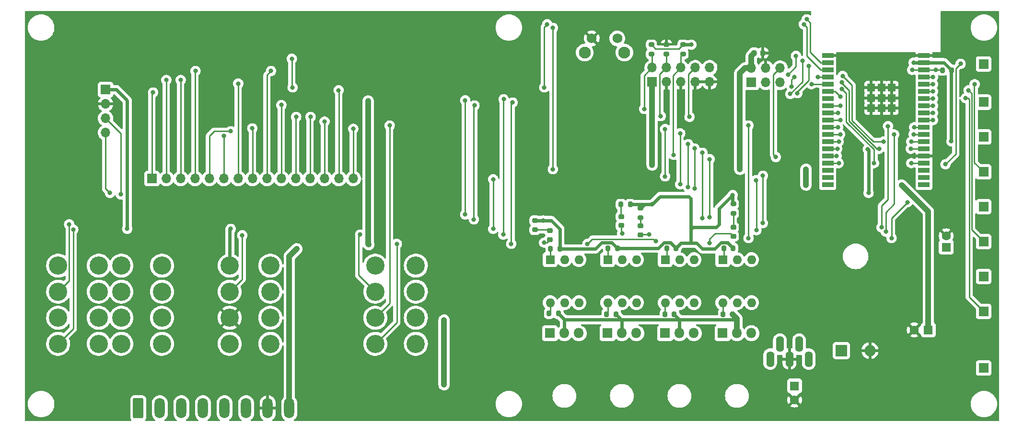
<source format=gbr>
%TF.GenerationSoftware,KiCad,Pcbnew,(6.0.0)*%
%TF.CreationDate,2022-01-24T17:43:35-05:00*%
%TF.ProjectId,TI thermostat esp32,54492074-6865-4726-9d6f-737461742065,rev?*%
%TF.SameCoordinates,Original*%
%TF.FileFunction,Copper,L2,Bot*%
%TF.FilePolarity,Positive*%
%FSLAX46Y46*%
G04 Gerber Fmt 4.6, Leading zero omitted, Abs format (unit mm)*
G04 Created by KiCad (PCBNEW (6.0.0)) date 2022-01-24 17:43:35*
%MOMM*%
%LPD*%
G01*
G04 APERTURE LIST*
G04 Aperture macros list*
%AMRoundRect*
0 Rectangle with rounded corners*
0 $1 Rounding radius*
0 $2 $3 $4 $5 $6 $7 $8 $9 X,Y pos of 4 corners*
0 Add a 4 corners polygon primitive as box body*
4,1,4,$2,$3,$4,$5,$6,$7,$8,$9,$2,$3,0*
0 Add four circle primitives for the rounded corners*
1,1,$1+$1,$2,$3*
1,1,$1+$1,$4,$5*
1,1,$1+$1,$6,$7*
1,1,$1+$1,$8,$9*
0 Add four rect primitives between the rounded corners*
20,1,$1+$1,$2,$3,$4,$5,0*
20,1,$1+$1,$4,$5,$6,$7,0*
20,1,$1+$1,$6,$7,$8,$9,0*
20,1,$1+$1,$8,$9,$2,$3,0*%
G04 Aperture macros list end*
%TA.AperFunction,ComponentPad*%
%ADD10R,1.600000X1.600000*%
%TD*%
%TA.AperFunction,ComponentPad*%
%ADD11C,1.600000*%
%TD*%
%TA.AperFunction,ComponentPad*%
%ADD12R,1.700000X1.700000*%
%TD*%
%TA.AperFunction,ComponentPad*%
%ADD13C,3.220000*%
%TD*%
%TA.AperFunction,ComponentPad*%
%ADD14O,1.700000X1.700000*%
%TD*%
%TA.AperFunction,ComponentPad*%
%ADD15C,2.100000*%
%TD*%
%TA.AperFunction,ComponentPad*%
%ADD16C,1.750000*%
%TD*%
%TA.AperFunction,SMDPad,CuDef*%
%ADD17RoundRect,0.218750X0.256250X-0.218750X0.256250X0.218750X-0.256250X0.218750X-0.256250X-0.218750X0*%
%TD*%
%TA.AperFunction,ComponentPad*%
%ADD18R,1.800000X1.800000*%
%TD*%
%TA.AperFunction,ComponentPad*%
%ADD19O,1.800000X1.800000*%
%TD*%
%TA.AperFunction,SMDPad,CuDef*%
%ADD20RoundRect,0.200000X0.275000X-0.200000X0.275000X0.200000X-0.275000X0.200000X-0.275000X-0.200000X0*%
%TD*%
%TA.AperFunction,SMDPad,CuDef*%
%ADD21RoundRect,0.225000X-0.225000X-0.250000X0.225000X-0.250000X0.225000X0.250000X-0.225000X0.250000X0*%
%TD*%
%TA.AperFunction,ComponentPad*%
%ADD22O,1.600000X1.600000*%
%TD*%
%TA.AperFunction,ComponentPad*%
%ADD23O,1.408000X2.816000*%
%TD*%
%TA.AperFunction,SMDPad,CuDef*%
%ADD24R,2.000000X0.900000*%
%TD*%
%TA.AperFunction,SMDPad,CuDef*%
%ADD25R,1.330000X1.330000*%
%TD*%
%TA.AperFunction,SMDPad,CuDef*%
%ADD26RoundRect,0.200000X-0.200000X-0.275000X0.200000X-0.275000X0.200000X0.275000X-0.200000X0.275000X0*%
%TD*%
%TA.AperFunction,SMDPad,CuDef*%
%ADD27RoundRect,0.200000X0.200000X0.275000X-0.200000X0.275000X-0.200000X-0.275000X0.200000X-0.275000X0*%
%TD*%
%TA.AperFunction,ComponentPad*%
%ADD28R,2.000000X2.000000*%
%TD*%
%TA.AperFunction,ComponentPad*%
%ADD29O,2.000000X2.000000*%
%TD*%
%TA.AperFunction,ComponentPad*%
%ADD30RoundRect,0.250000X-0.650000X-1.550000X0.650000X-1.550000X0.650000X1.550000X-0.650000X1.550000X0*%
%TD*%
%TA.AperFunction,ComponentPad*%
%ADD31O,1.800000X3.600000*%
%TD*%
%TA.AperFunction,ViaPad*%
%ADD32C,0.800000*%
%TD*%
%TA.AperFunction,Conductor*%
%ADD33C,1.000000*%
%TD*%
%TA.AperFunction,Conductor*%
%ADD34C,0.600000*%
%TD*%
%TA.AperFunction,Conductor*%
%ADD35C,0.250000*%
%TD*%
G04 APERTURE END LIST*
D10*
%TO.P,C16,1*%
%TO.N,+24V*%
X186309000Y-121139606D03*
D11*
%TO.P,C16,2*%
%TO.N,GND*%
X186309000Y-123639606D03*
%TD*%
D12*
%TO.P,B1,1,Pin_1*%
%TO.N,Net-(B1-Pad1)*%
X219710000Y-118000000D03*
%TD*%
%TO.P,B9,1,Pin_1*%
%TO.N,Net-(B9-Pad1)*%
X219710000Y-64175000D03*
%TD*%
D13*
%TO.P,S3,1*%
%TO.N,unconnected-(S3-Pad1)*%
X56267000Y-99865000D03*
%TO.P,S3,2*%
%TO.N,/ESP_IO34*%
X56267000Y-104475000D03*
%TO.P,S3,3*%
%TO.N,/switchScan*%
X56267000Y-109085000D03*
%TO.P,S3,4*%
%TO.N,/ESP_IO35*%
X56267000Y-113695000D03*
%TO.P,S3,5*%
%TO.N,unconnected-(S3-Pad5)*%
X63437000Y-99865000D03*
%TO.P,S3,6*%
%TO.N,unconnected-(S3-Pad6)*%
X63437000Y-104475000D03*
%TO.P,S3,7*%
%TO.N,unconnected-(S3-Pad7)*%
X63437000Y-109085000D03*
%TO.P,S3,8*%
%TO.N,unconnected-(S3-Pad8)*%
X63437000Y-113695000D03*
%TD*%
D12*
%TO.P,J4,1,Pin_1*%
%TO.N,+5V*%
X161168000Y-67372000D03*
D14*
%TO.P,J4,2,Pin_2*%
%TO.N,/ESP_IO14*%
X161168000Y-64832000D03*
%TO.P,J4,3,Pin_3*%
%TO.N,GND*%
X163708000Y-67372000D03*
%TO.P,J4,4,Pin_4*%
%TO.N,/ESP_IO13*%
X163708000Y-64832000D03*
%TO.P,J4,5,Pin_5*%
%TO.N,GND*%
X166248000Y-67372000D03*
%TO.P,J4,6,Pin_6*%
%TO.N,/ESP_IO15*%
X166248000Y-64832000D03*
%TO.P,J4,7,Pin_7*%
%TO.N,GND*%
X168788000Y-67372000D03*
%TO.P,J4,8,Pin_8*%
%TO.N,/ESP_IO12*%
X168788000Y-64832000D03*
%TO.P,J4,9,Pin_9*%
%TO.N,GND*%
X171328000Y-67372000D03*
%TO.P,J4,10,Pin_10*%
%TO.N,/ESP_EN*%
X171328000Y-64832000D03*
%TD*%
D12*
%TO.P,B6,1,Pin_1*%
%TO.N,/ESP_IO39*%
X219710000Y-83270000D03*
%TD*%
%TO.P,DS1,1,Pin_1*%
%TO.N,/C*%
X72827000Y-84450000D03*
D14*
%TO.P,DS1,2,Pin_2*%
%TO.N,/D5*%
X75367000Y-84450000D03*
%TO.P,DS1,3,Pin_3*%
%TO.N,/DP*%
X77907000Y-84450000D03*
%TO.P,DS1,4,Pin_4*%
%TO.N,/D1*%
X80447000Y-84450000D03*
%TO.P,DS1,5,Pin_5*%
%TO.N,/A*%
X82987000Y-84450000D03*
%TO.P,DS1,6,Pin_6*%
%TO.N,/D2*%
X85527000Y-84450000D03*
%TO.P,DS1,7,Pin_7*%
%TO.N,/E*%
X88067000Y-84450000D03*
%TO.P,DS1,8,Pin_8*%
%TO.N,/D6*%
X90607000Y-84450000D03*
%TO.P,DS1,9,Pin_9*%
%TO.N,/D*%
X93147000Y-84450000D03*
%TO.P,DS1,10,Pin_10*%
%TO.N,/D3*%
X95687000Y-84450000D03*
%TO.P,DS1,11,Pin_11*%
%TO.N,/G*%
X98227000Y-84450000D03*
%TO.P,DS1,12,Pin_12*%
%TO.N,/D4*%
X100767000Y-84450000D03*
%TO.P,DS1,13,Pin_13*%
%TO.N,/B*%
X103307000Y-84450000D03*
%TO.P,DS1,14,Pin_14*%
%TO.N,/D7*%
X105847000Y-84450000D03*
%TO.P,DS1,15,Pin_15*%
%TO.N,/F*%
X108387000Y-84450000D03*
%TD*%
D10*
%TO.P,C5,1*%
%TO.N,+3V3*%
X213106000Y-96586113D03*
D11*
%TO.P,C5,2*%
%TO.N,GND*%
X213106000Y-94586113D03*
%TD*%
D12*
%TO.P,B2,1,Pin_1*%
%TO.N,/ESP_IO35*%
X219710000Y-107950000D03*
%TD*%
%TO.P,B5,1,Pin_1*%
%TO.N,Net-(B5-Pad1)*%
X219710000Y-89440000D03*
%TD*%
%TO.P,J5,1,Pin_1*%
%TO.N,/ESP_EN*%
X178689000Y-67437000D03*
D14*
%TO.P,J5,2,Pin_2*%
%TO.N,+5V*%
X178689000Y-64897000D03*
%TO.P,J5,3,Pin_3*%
%TO.N,/ESP_IO1*%
X181229000Y-67437000D03*
%TO.P,J5,4,Pin_4*%
%TO.N,GND*%
X181229000Y-64897000D03*
%TO.P,J5,5,Pin_5*%
%TO.N,/ESP_IO3*%
X183769000Y-67437000D03*
%TO.P,J5,6,Pin_6*%
%TO.N,/ESP_IO0*%
X183769000Y-64897000D03*
%TD*%
D13*
%TO.P,S1,1*%
%TO.N,+3V3*%
X86557000Y-99865000D03*
%TO.P,S1,2*%
%TO.N,/ESP_IO26*%
X86557000Y-104475000D03*
%TO.P,S1,3*%
%TO.N,GND*%
X86557000Y-109085000D03*
%TO.P,S1,4*%
%TO.N,unconnected-(S1-Pad4)*%
X93727000Y-99865000D03*
%TO.P,S1,5*%
%TO.N,unconnected-(S1-Pad5)*%
X93727000Y-104475000D03*
%TO.P,S1,6*%
%TO.N,unconnected-(S1-Pad6)*%
X93727000Y-109085000D03*
%TO.P,S1,x*%
%TO.N,N/C*%
X86557000Y-113695000D03*
%TO.P,S1,y*%
X93727000Y-113695000D03*
%TD*%
D12*
%TO.P,J1,1,Pin_1*%
%TO.N,+3V3*%
X64643000Y-68707000D03*
D14*
%TO.P,J1,2,Pin_2*%
%TO.N,GND*%
X64643000Y-71247000D03*
%TO.P,J1,3,Pin_3*%
%TO.N,/ESP_IO22*%
X64643000Y-73787000D03*
%TO.P,J1,4,Pin_4*%
%TO.N,/ESP_IO21*%
X64643000Y-76327000D03*
%TD*%
D10*
%TO.P,C18,1*%
%TO.N,+5V*%
X209949395Y-111252000D03*
D11*
%TO.P,C18,2*%
%TO.N,GND*%
X207449395Y-111252000D03*
%TD*%
D15*
%TO.P,SW1,*%
%TO.N,*%
X156266000Y-62146500D03*
X149256000Y-62146500D03*
D16*
%TO.P,SW1,1,1*%
%TO.N,GND*%
X150506000Y-59656500D03*
%TO.P,SW1,2,2*%
%TO.N,/ESP_EN*%
X155006000Y-59656500D03*
%TD*%
D13*
%TO.P,S4,1*%
%TO.N,unconnected-(S4-Pad1)*%
X112267000Y-99865000D03*
%TO.P,S4,2*%
%TO.N,/ESP_IO36*%
X112267000Y-104475000D03*
%TO.P,S4,3*%
%TO.N,/switchScan*%
X112267000Y-109085000D03*
%TO.P,S4,4*%
%TO.N,/ESP_IO39*%
X112267000Y-113695000D03*
%TO.P,S4,5*%
%TO.N,unconnected-(S4-Pad5)*%
X119437000Y-99865000D03*
%TO.P,S4,6*%
%TO.N,unconnected-(S4-Pad6)*%
X119437000Y-104475000D03*
%TO.P,S4,7*%
%TO.N,unconnected-(S4-Pad7)*%
X119437000Y-109085000D03*
%TO.P,S4,8*%
%TO.N,unconnected-(S4-Pad8)*%
X119437000Y-113695000D03*
%TD*%
D12*
%TO.P,B3,1,Pin_1*%
%TO.N,Net-(B3-Pad1)*%
X219710000Y-101780000D03*
%TD*%
%TO.P,B8,1,Pin_1*%
%TO.N,/ESP_IO36*%
X219710000Y-70930000D03*
%TD*%
D13*
%TO.P,S2,1*%
%TO.N,unconnected-(S2-Pad1)*%
X67417000Y-99865000D03*
%TO.P,S2,2*%
%TO.N,unconnected-(S2-Pad2)*%
X67417000Y-104475000D03*
%TO.P,S2,3*%
%TO.N,unconnected-(S2-Pad3)*%
X67417000Y-109085000D03*
%TO.P,S2,4*%
%TO.N,unconnected-(S2-Pad4)*%
X67417000Y-113695000D03*
%TO.P,S2,5*%
%TO.N,unconnected-(S2-Pad5)*%
X74587000Y-99865000D03*
%TO.P,S2,6*%
%TO.N,unconnected-(S2-Pad6)*%
X74587000Y-104475000D03*
%TO.P,S2,7*%
%TO.N,unconnected-(S2-Pad7)*%
X74587000Y-109085000D03*
%TO.P,S2,8*%
%TO.N,unconnected-(S2-Pad8)*%
X74587000Y-113695000D03*
%TD*%
D12*
%TO.P,B4,1,Pin_1*%
%TO.N,/ESP_IO34*%
X219710000Y-95610000D03*
%TD*%
%TO.P,B7,1,Pin_1*%
%TO.N,Net-(B7-Pad1)*%
X219710000Y-77100000D03*
%TD*%
D17*
%TO.P,D3,1,K*%
%TO.N,Net-(U3-Pad2)*%
X159131000Y-94386500D03*
%TO.P,D3,2,A*%
%TO.N,Net-(D3-Pad2)*%
X159131000Y-92811500D03*
%TD*%
D18*
%TO.P,Q4,1,A1*%
%TO.N,/Humid*%
X173609000Y-111822000D03*
D19*
%TO.P,Q4,2,A2*%
%TO.N,/Hot*%
X176149000Y-111822000D03*
%TO.P,Q4,3,G*%
%TO.N,Net-(Q4-Pad3)*%
X178689000Y-111822000D03*
%TD*%
D20*
%TO.P,R12,1*%
%TO.N,Net-(D3-Pad2)*%
X159131000Y-91376000D03*
%TO.P,R12,2*%
%TO.N,+3V3*%
X159131000Y-89726000D03*
%TD*%
D18*
%TO.P,Q1,1,A1*%
%TO.N,/Heat*%
X143129000Y-111822000D03*
D19*
%TO.P,Q1,2,A2*%
%TO.N,/Hot*%
X145669000Y-111822000D03*
%TO.P,Q1,3,G*%
%TO.N,Net-(Q1-Pad3)*%
X148209000Y-111822000D03*
%TD*%
D17*
%TO.P,D2,1,K*%
%TO.N,Net-(U2-Pad2)*%
X155702000Y-92761000D03*
%TO.P,D2,2,A*%
%TO.N,Net-(D2-Pad2)*%
X155702000Y-91186000D03*
%TD*%
D21*
%TO.P,C14,1*%
%TO.N,+5V*%
X179184000Y-62230000D03*
%TO.P,C14,2*%
%TO.N,GND*%
X180734000Y-62230000D03*
%TD*%
D10*
%TO.P,U1,1*%
%TO.N,Net-(R2-Pad2)*%
X143155000Y-98806000D03*
D22*
%TO.P,U1,2*%
%TO.N,Net-(U1-Pad2)*%
X145695000Y-98806000D03*
%TO.P,U1,3,NC*%
%TO.N,unconnected-(U1-Pad3)*%
X148235000Y-98806000D03*
%TO.P,U1,4*%
%TO.N,Net-(Q1-Pad3)*%
X148235000Y-106426000D03*
%TO.P,U1,5,NC*%
%TO.N,unconnected-(U1-Pad5)*%
X145695000Y-106426000D03*
%TO.P,U1,6*%
%TO.N,Net-(R1-Pad1)*%
X143155000Y-106426000D03*
%TD*%
D23*
%TO.P,IC2,1,FB*%
%TO.N,Net-(IC2-Pad1)*%
X188820000Y-116397000D03*
%TO.P,IC2,2,VC*%
%TO.N,Net-(IC2-Pad2)*%
X187120000Y-113767000D03*
%TO.P,IC2,3,GND*%
%TO.N,GND*%
X185420000Y-116397000D03*
%TO.P,IC2,4,V_SW*%
%TO.N,Net-(D10-Pad1)*%
X183720000Y-113767000D03*
%TO.P,IC2,5,V_IN*%
%TO.N,+24V*%
X182020000Y-116397000D03*
%TD*%
D17*
%TO.P,D1,1,K*%
%TO.N,Net-(U1-Pad2)*%
X143129000Y-95275500D03*
%TO.P,D1,2,A*%
%TO.N,Net-(D1-Pad2)*%
X143129000Y-93700500D03*
%TD*%
D24*
%TO.P,IC1,1,GND_1*%
%TO.N,GND*%
X209176000Y-62674000D03*
%TO.P,IC1,2,3V3*%
%TO.N,+3V3*%
X209176000Y-63944000D03*
%TO.P,IC1,3,EN*%
%TO.N,/ESP_EN*%
X209176000Y-65214000D03*
%TO.P,IC1,4,SENSOR_VP*%
%TO.N,/ESP_IO36*%
X209176000Y-66484000D03*
%TO.P,IC1,5,SENSOR_VN*%
%TO.N,/ESP_IO39*%
X209176000Y-67754000D03*
%TO.P,IC1,6,IO34*%
%TO.N,/ESP_IO34*%
X209176000Y-69024000D03*
%TO.P,IC1,7,IO35*%
%TO.N,/ESP_IO35*%
X209176000Y-70294000D03*
%TO.P,IC1,8,IO32*%
%TO.N,/ESP_IO32*%
X209176000Y-71564000D03*
%TO.P,IC1,9,IO33*%
%TO.N,/ESP_IO33*%
X209176000Y-72834000D03*
%TO.P,IC1,10,IO25*%
%TO.N,/ESP_IO25*%
X209176000Y-74104000D03*
%TO.P,IC1,11,IO26*%
%TO.N,/ESP_IO26*%
X209176000Y-75374000D03*
%TO.P,IC1,12,IO27*%
%TO.N,/ESP_IO27*%
X209176000Y-76644000D03*
%TO.P,IC1,13,IO14*%
%TO.N,/ESP_IO14*%
X209176000Y-77914000D03*
%TO.P,IC1,14,IO12*%
%TO.N,/ESP_IO12*%
X209176000Y-79184000D03*
%TO.P,IC1,15,GND_2*%
%TO.N,GND*%
X209176000Y-80454000D03*
%TO.P,IC1,16,IO13*%
%TO.N,/ESP_IO13*%
X209176000Y-81724000D03*
%TO.P,IC1,17,NC_1*%
%TO.N,unconnected-(IC1-Pad17)*%
X209176000Y-82994000D03*
%TO.P,IC1,18,NC_2*%
%TO.N,unconnected-(IC1-Pad18)*%
X209176000Y-84264000D03*
%TO.P,IC1,19,NC_3*%
%TO.N,unconnected-(IC1-Pad19)*%
X209176000Y-85534000D03*
%TO.P,IC1,20,NC_4*%
%TO.N,unconnected-(IC1-Pad20)*%
X192176000Y-85534000D03*
%TO.P,IC1,21,NC_5*%
%TO.N,unconnected-(IC1-Pad21)*%
X192176000Y-84264000D03*
%TO.P,IC1,22,NC_6*%
%TO.N,unconnected-(IC1-Pad22)*%
X192176000Y-82994000D03*
%TO.P,IC1,23,IO15*%
%TO.N,/ESP_IO15*%
X192176000Y-81724000D03*
%TO.P,IC1,24,IO2*%
%TO.N,/ESP_IO2*%
X192176000Y-80454000D03*
%TO.P,IC1,25,IO0*%
%TO.N,/ESP_IO0*%
X192176000Y-79184000D03*
%TO.P,IC1,26,IO4*%
%TO.N,/ESP_IO4*%
X192176000Y-77914000D03*
%TO.P,IC1,27,IO16*%
%TO.N,/ESP_IO16*%
X192176000Y-76644000D03*
%TO.P,IC1,28,IO17*%
%TO.N,/ESP_IO17*%
X192176000Y-75374000D03*
%TO.P,IC1,29,IO5*%
%TO.N,/ESP_IO5*%
X192176000Y-74104000D03*
%TO.P,IC1,30,IO18*%
%TO.N,/ESP_IO18*%
X192176000Y-72834000D03*
%TO.P,IC1,31,IO19*%
%TO.N,/ESP_IO19*%
X192176000Y-71564000D03*
%TO.P,IC1,32,NC_7*%
%TO.N,unconnected-(IC1-Pad32)*%
X192176000Y-70294000D03*
%TO.P,IC1,33,IO21*%
%TO.N,/ESP_IO21*%
X192176000Y-69024000D03*
%TO.P,IC1,34,RXD0*%
%TO.N,/ESP_IO3*%
X192176000Y-67754000D03*
%TO.P,IC1,35,TXD0*%
%TO.N,/ESP_IO1*%
X192176000Y-66484000D03*
%TO.P,IC1,36,IO22*%
%TO.N,/ESP_IO22*%
X192176000Y-65214000D03*
%TO.P,IC1,37,IO23*%
%TO.N,/ESP_IO23*%
X192176000Y-63944000D03*
%TO.P,IC1,38,GND_3*%
%TO.N,GND*%
X192176000Y-62674000D03*
D25*
%TO.P,IC1,39,GND_4*%
X201676000Y-70174000D03*
%TO.P,IC1,40,GND_5*%
X203511000Y-68339000D03*
%TO.P,IC1,41,GND_6*%
X203511000Y-70174000D03*
%TO.P,IC1,42,GND_7*%
X203511000Y-72009000D03*
%TO.P,IC1,43,GND_8*%
X201676000Y-72009000D03*
%TO.P,IC1,44,GND_9*%
X199841000Y-72009000D03*
%TO.P,IC1,45,GND_10*%
X199841000Y-70174000D03*
%TO.P,IC1,46,GND_11*%
X199841000Y-68339000D03*
%TO.P,IC1,47,GND_12*%
X201676000Y-68339000D03*
%TD*%
D20*
%TO.P,R10,1*%
%TO.N,Net-(D1-Pad2)*%
X140462000Y-93535000D03*
%TO.P,R10,2*%
%TO.N,+3V3*%
X140462000Y-91885000D03*
%TD*%
D26*
%TO.P,R1,1*%
%TO.N,Net-(R1-Pad1)*%
X142965000Y-108331000D03*
%TO.P,R1,2*%
%TO.N,/Hot*%
X144615000Y-108331000D03*
%TD*%
D10*
%TO.P,U4,1*%
%TO.N,Net-(R8-Pad2)*%
X173635000Y-98806000D03*
D22*
%TO.P,U4,2*%
%TO.N,Net-(U4-Pad2)*%
X176175000Y-98806000D03*
%TO.P,U4,3,NC*%
%TO.N,unconnected-(U4-Pad3)*%
X178715000Y-98806000D03*
%TO.P,U4,4*%
%TO.N,Net-(Q4-Pad3)*%
X178715000Y-106426000D03*
%TO.P,U4,5,NC*%
%TO.N,unconnected-(U4-Pad5)*%
X176175000Y-106426000D03*
%TO.P,U4,6*%
%TO.N,Net-(R7-Pad1)*%
X173635000Y-106426000D03*
%TD*%
D10*
%TO.P,U3,1*%
%TO.N,Net-(R6-Pad2)*%
X163475000Y-98806000D03*
D22*
%TO.P,U3,2*%
%TO.N,Net-(U3-Pad2)*%
X166015000Y-98806000D03*
%TO.P,U3,3,NC*%
%TO.N,unconnected-(U3-Pad3)*%
X168555000Y-98806000D03*
%TO.P,U3,4*%
%TO.N,Net-(Q3-Pad3)*%
X168555000Y-106426000D03*
%TO.P,U3,5,NC*%
%TO.N,unconnected-(U3-Pad5)*%
X166015000Y-106426000D03*
%TO.P,U3,6*%
%TO.N,Net-(R5-Pad1)*%
X163475000Y-106426000D03*
%TD*%
D10*
%TO.P,U2,1*%
%TO.N,Net-(R4-Pad2)*%
X153315000Y-98806000D03*
D22*
%TO.P,U2,2*%
%TO.N,Net-(U2-Pad2)*%
X155855000Y-98806000D03*
%TO.P,U2,3,NC*%
%TO.N,unconnected-(U2-Pad3)*%
X158395000Y-98806000D03*
%TO.P,U2,4*%
%TO.N,Net-(Q2-Pad3)*%
X158395000Y-106426000D03*
%TO.P,U2,5,NC*%
%TO.N,unconnected-(U2-Pad5)*%
X155855000Y-106426000D03*
%TO.P,U2,6*%
%TO.N,Net-(R3-Pad1)*%
X153315000Y-106426000D03*
%TD*%
D18*
%TO.P,Q3,1,A1*%
%TO.N,/Fan*%
X163449000Y-111822000D03*
D19*
%TO.P,Q3,2,A2*%
%TO.N,/Hot*%
X165989000Y-111822000D03*
%TO.P,Q3,3,G*%
%TO.N,Net-(Q3-Pad3)*%
X168529000Y-111822000D03*
%TD*%
D20*
%TO.P,R20,1*%
%TO.N,/ESP_IO14*%
X161036000Y-62420000D03*
%TO.P,R20,2*%
%TO.N,+3V3*%
X161036000Y-60770000D03*
%TD*%
D27*
%TO.P,R8,1*%
%TO.N,+3V3*%
X175476000Y-96774000D03*
%TO.P,R8,2*%
%TO.N,Net-(R8-Pad2)*%
X173826000Y-96774000D03*
%TD*%
D28*
%TO.P,D10,1,K*%
%TO.N,Net-(D10-Pad1)*%
X194564000Y-114894000D03*
D29*
%TO.P,D10,2,A*%
%TO.N,GND*%
X199644000Y-114894000D03*
%TD*%
D30*
%TO.P,J6,1,Pin_1*%
%TO.N,/Heat*%
X70413000Y-125106500D03*
D31*
%TO.P,J6,2,Pin_2*%
%TO.N,/Cool*%
X74223000Y-125106500D03*
%TO.P,J6,3,Pin_3*%
%TO.N,/Fan*%
X78033000Y-125106500D03*
%TO.P,J6,4,Pin_4*%
%TO.N,/Humid*%
X81843000Y-125106500D03*
%TO.P,J6,5,Pin_5*%
%TO.N,/Hot*%
X85653000Y-125106500D03*
%TO.P,J6,6,Pin_6*%
%TO.N,/common*%
X89463000Y-125106500D03*
%TO.P,J6,7,Pin_7*%
%TO.N,GND*%
X93273000Y-125106500D03*
%TO.P,J6,8,Pin_8*%
%TO.N,+5V*%
X97083000Y-125106500D03*
%TD*%
D17*
%TO.P,D4,1,K*%
%TO.N,Net-(U4-Pad2)*%
X175514000Y-94640500D03*
%TO.P,D4,2,A*%
%TO.N,Net-(D4-Pad2)*%
X175514000Y-93065500D03*
%TD*%
D20*
%TO.P,R23,1*%
%TO.N,/ESP_IO15*%
X166624000Y-62420000D03*
%TO.P,R23,2*%
%TO.N,+3V3*%
X166624000Y-60770000D03*
%TD*%
%TO.P,R22,1*%
%TO.N,/ESP_IO13*%
X163703000Y-62420000D03*
%TO.P,R22,2*%
%TO.N,GND*%
X163703000Y-60770000D03*
%TD*%
D26*
%TO.P,R3,1*%
%TO.N,Net-(R3-Pad1)*%
X153125000Y-108458000D03*
%TO.P,R3,2*%
%TO.N,/Hot*%
X154775000Y-108458000D03*
%TD*%
%TO.P,R7,1*%
%TO.N,Net-(R7-Pad1)*%
X173699000Y-108458000D03*
%TO.P,R7,2*%
%TO.N,/Hot*%
X175349000Y-108458000D03*
%TD*%
%TO.P,R11,1*%
%TO.N,Net-(D2-Pad2)*%
X155639000Y-89027000D03*
%TO.P,R11,2*%
%TO.N,+3V3*%
X157289000Y-89027000D03*
%TD*%
D18*
%TO.P,Q2,1,A1*%
%TO.N,/Cool*%
X153289000Y-111822000D03*
D19*
%TO.P,Q2,2,A2*%
%TO.N,/Hot*%
X155829000Y-111822000D03*
%TO.P,Q2,3,G*%
%TO.N,Net-(Q2-Pad3)*%
X158369000Y-111822000D03*
%TD*%
D27*
%TO.P,R2,1*%
%TO.N,+3V3*%
X144869000Y-96901000D03*
%TO.P,R2,2*%
%TO.N,Net-(R2-Pad2)*%
X143219000Y-96901000D03*
%TD*%
%TO.P,R4,1*%
%TO.N,+3V3*%
X155029000Y-96774000D03*
%TO.P,R4,2*%
%TO.N,Net-(R4-Pad2)*%
X153379000Y-96774000D03*
%TD*%
%TO.P,R6,1*%
%TO.N,+3V3*%
X165380000Y-96774000D03*
%TO.P,R6,2*%
%TO.N,Net-(R6-Pad2)*%
X163730000Y-96774000D03*
%TD*%
D26*
%TO.P,R5,1*%
%TO.N,Net-(R5-Pad1)*%
X163412000Y-108458000D03*
%TO.P,R5,2*%
%TO.N,/Hot*%
X165062000Y-108458000D03*
%TD*%
D20*
%TO.P,R13,1*%
%TO.N,Net-(D4-Pad2)*%
X175514000Y-90614000D03*
%TO.P,R13,2*%
%TO.N,+3V3*%
X175514000Y-88964000D03*
%TD*%
D27*
%TO.P,R18,1*%
%TO.N,+3V3*%
X214058000Y-65278000D03*
%TO.P,R18,2*%
%TO.N,/ESP_EN*%
X212408000Y-65278000D03*
%TD*%
D32*
%TO.N,/Hot*%
X124424489Y-109509511D03*
%TO.N,+3V3*%
X214001500Y-77857500D03*
%TO.N,/ESP_IO16*%
X194373000Y-76644000D03*
X168656000Y-86233000D03*
X168656000Y-79121000D03*
%TO.N,/ESP_IO15*%
X194119000Y-81724000D03*
X164973000Y-80264000D03*
%TO.N,/ESP_IO13*%
X200343000Y-81724000D03*
X162687000Y-73406000D03*
X194691000Y-68580000D03*
X206946000Y-81724000D03*
%TO.N,/ESP_IO14*%
X159766000Y-72136000D03*
X194818000Y-66294000D03*
X206947000Y-77914000D03*
X201994000Y-77914000D03*
%TO.N,/ESP_IO25*%
X210757000Y-74104000D03*
%TO.N,/ESP_IO26*%
X207455000Y-75374000D03*
X88773000Y-94488000D03*
X133096000Y-84582000D03*
X202819000Y-75184000D03*
X180721000Y-92329000D03*
X201676000Y-93091000D03*
X180721000Y-83947000D03*
X133096000Y-93345000D03*
%TO.N,/ESP_IO27*%
X179540511Y-84746489D03*
X202438000Y-93853000D03*
X207328000Y-76644000D03*
X179578000Y-93599000D03*
X203898000Y-76644000D03*
%TO.N,/ESP_IO32*%
X210757000Y-71564000D03*
%TO.N,+5V*%
X188341000Y-85598000D03*
X188341000Y-82804000D03*
X110998000Y-70739000D03*
X110998000Y-78740000D03*
X161163000Y-82042000D03*
X111125000Y-96139000D03*
X205232000Y-85598000D03*
X176657000Y-82804000D03*
X98425000Y-96901000D03*
%TO.N,GND*%
X203454000Y-68326000D03*
X145923000Y-86614000D03*
X173863000Y-87122000D03*
X205994000Y-100838000D03*
X151130000Y-91440000D03*
X213487000Y-57277000D03*
X162306000Y-59309000D03*
X164973000Y-59182000D03*
X212598000Y-76327000D03*
X120904000Y-125222000D03*
X105156000Y-124841000D03*
X85852000Y-67691000D03*
X159385000Y-87503000D03*
X199771000Y-72009000D03*
%TO.N,/ESP_IO39*%
X210757000Y-67754000D03*
X136525000Y-70993000D03*
X186817000Y-69342000D03*
X188785500Y-64579500D03*
X116078000Y-96012000D03*
X218122000Y-67754000D03*
X136271000Y-96012000D03*
%TO.N,/ESP_IO36*%
X185555614Y-69469000D03*
X134937500Y-70421500D03*
X134874000Y-94361000D03*
X187706000Y-63627000D03*
X210757000Y-66484000D03*
X109601000Y-94361000D03*
%TO.N,/ESP_IO35*%
X216535000Y-70231000D03*
X129667000Y-91694000D03*
X210757000Y-70294000D03*
X129794000Y-71501000D03*
X58928000Y-93472000D03*
%TO.N,/ESP_EN*%
X186563000Y-62738000D03*
X185166000Y-66040000D03*
X211265000Y-65214000D03*
X207073000Y-65214000D03*
%TO.N,/Hot*%
X124424489Y-120939511D03*
%TO.N,/ESP_IO33*%
X210757000Y-72834000D03*
%TO.N,/ESP_IO34*%
X128143000Y-70612000D03*
X210757000Y-69024000D03*
X58201511Y-92547489D03*
X217043000Y-68834000D03*
X128143000Y-90805000D03*
%TO.N,Net-(U1-Pad2)*%
X142087500Y-95783500D03*
%TO.N,Net-(U2-Pad2)*%
X155855000Y-94208000D03*
%TO.N,Net-(U3-Pad2)*%
X160655000Y-94361000D03*
%TO.N,Net-(U4-Pad2)*%
X171323000Y-95885000D03*
%TO.N,/ESP_IO12*%
X201232000Y-79184000D03*
X167767000Y-73533000D03*
X206820000Y-79184000D03*
X194691000Y-67437000D03*
%TO.N,/ESP_IO2*%
X171323000Y-81026000D03*
X171323000Y-91313000D03*
X193738000Y-80454000D03*
%TO.N,/ESP_IO0*%
X193866000Y-79184000D03*
X183007000Y-80645000D03*
%TO.N,/ESP_IO4*%
X170053000Y-79883000D03*
X170053000Y-91440000D03*
X149733000Y-96012000D03*
X161777040Y-95524960D03*
X194119000Y-77914000D03*
%TO.N,/ESP_IO17*%
X167513000Y-78359000D03*
X193992000Y-75374000D03*
X167513000Y-85979000D03*
%TO.N,/ESP_IO5*%
X194373000Y-74104000D03*
%TO.N,/ESP_IO18*%
X193992000Y-72834000D03*
%TO.N,/ESP_IO19*%
X166116000Y-76454000D03*
X166116000Y-85471000D03*
X194374000Y-71564000D03*
%TO.N,/ESP_IO21*%
X194437000Y-69977000D03*
X163449000Y-75692000D03*
X65405000Y-86995000D03*
X163449000Y-84074000D03*
%TO.N,/ESP_IO3*%
X189293000Y-67754000D03*
%TO.N,/ESP_IO1*%
X185801000Y-68199000D03*
X190437000Y-66484000D03*
X186246000Y-66484000D03*
%TO.N,/ESP_IO22*%
X143637000Y-57785000D03*
X67310000Y-87249000D03*
X143637000Y-82804000D03*
X187960000Y-57150000D03*
%TO.N,/ESP_IO23*%
X142621000Y-57150000D03*
X97536000Y-63246000D03*
X142113000Y-68326000D03*
X188468000Y-56261000D03*
X97663000Y-68326000D03*
%TO.N,+3V3*%
X168085000Y-60770000D03*
X86741000Y-93345000D03*
X175387000Y-87376000D03*
X199390000Y-86995000D03*
X141922000Y-91885000D03*
X68453000Y-93345000D03*
X199263000Y-79248000D03*
X207327000Y-63944000D03*
X161163000Y-89027000D03*
%TO.N,/D1*%
X80518000Y-65405000D03*
%TO.N,/D5*%
X75367000Y-67000000D03*
%TO.N,/D7*%
X105791000Y-68834000D03*
%TO.N,/D3*%
X95687000Y-71430000D03*
%TO.N,/D4*%
X100838000Y-73533000D03*
%TO.N,/D6*%
X90551000Y-75565000D03*
%TO.N,/D2*%
X85527000Y-76906000D03*
%TO.N,/A*%
X86741000Y-76073000D03*
%TO.N,/F*%
X108387000Y-75636000D03*
%TO.N,/B*%
X103314500Y-74358500D03*
%TO.N,/G*%
X98298000Y-73533000D03*
%TO.N,/C*%
X73025000Y-69215000D03*
%TO.N,/E*%
X88067000Y-67635000D03*
%TO.N,/DP*%
X77907000Y-67000000D03*
%TO.N,/D*%
X93853000Y-65405000D03*
%TO.N,Net-(B9-Pad1)*%
X212979000Y-81915000D03*
X215646000Y-64135000D03*
%TO.N,/switchScan*%
X203454000Y-94996000D03*
X114808000Y-75057000D03*
X206248000Y-88646000D03*
X178181000Y-75057000D03*
X178181000Y-94996000D03*
%TD*%
D33*
%TO.N,/Hot*%
X124424489Y-120939511D02*
X124424489Y-109509511D01*
D34*
%TO.N,+3V3*%
X168085000Y-60770000D02*
X166624000Y-60770000D01*
X209176000Y-63944000D02*
X207327000Y-63944000D01*
X212724000Y-63944000D02*
X209176000Y-63944000D01*
X214058000Y-65278000D02*
X212724000Y-63944000D01*
X214001500Y-65334500D02*
X214058000Y-65278000D01*
X214001500Y-77857500D02*
X214001500Y-65334500D01*
X175387000Y-88837000D02*
X175514000Y-88964000D01*
X175387000Y-87376000D02*
X175387000Y-88837000D01*
X66548000Y-68707000D02*
X64643000Y-68707000D01*
X68453000Y-70612000D02*
X66548000Y-68707000D01*
X68453000Y-93345000D02*
X68453000Y-70612000D01*
X86741000Y-93345000D02*
X86557000Y-93529000D01*
X86557000Y-93529000D02*
X86557000Y-99865000D01*
X141922000Y-91885000D02*
X140462000Y-91885000D01*
X157289000Y-89027000D02*
X160147000Y-89027000D01*
X161163000Y-89027000D02*
X160147000Y-89027000D01*
X160147000Y-89027000D02*
X159830000Y-89027000D01*
X159830000Y-89027000D02*
X159131000Y-89726000D01*
X144869000Y-93383000D02*
X143371000Y-91885000D01*
X144869000Y-96901000D02*
X144869000Y-93383000D01*
X143371000Y-91885000D02*
X141922000Y-91885000D01*
D35*
%TO.N,/ESP_IO4*%
X161427041Y-95174961D02*
X161777040Y-95524960D01*
X150570039Y-95174961D02*
X161427041Y-95174961D01*
X149733000Y-96012000D02*
X150570039Y-95174961D01*
D34*
%TO.N,+3V3*%
X144879511Y-96911511D02*
X144869000Y-96901000D01*
X151119489Y-96911511D02*
X144879511Y-96911511D01*
X152231520Y-95799480D02*
X151119489Y-96911511D01*
X154054480Y-95799480D02*
X152231520Y-95799480D01*
X155029000Y-96774000D02*
X154054480Y-95799480D01*
X162265730Y-96774000D02*
X155029000Y-96774000D01*
X163240250Y-95799480D02*
X162265730Y-96774000D01*
X164405480Y-95799480D02*
X163240250Y-95799480D01*
X165380000Y-96774000D02*
X164405480Y-95799480D01*
X168035480Y-95899480D02*
X166254520Y-95899480D01*
X166254520Y-95899480D02*
X165380000Y-96774000D01*
X173336250Y-95799480D02*
X174501480Y-95799480D01*
X172234730Y-96901000D02*
X173336250Y-95799480D01*
X170053000Y-96901000D02*
X172234730Y-96901000D01*
X169051480Y-95899480D02*
X170053000Y-96901000D01*
X168035480Y-95899480D02*
X169051480Y-95899480D01*
X174501480Y-95799480D02*
X175476000Y-96774000D01*
X167640000Y-87630000D02*
X162560000Y-87630000D01*
X168021000Y-93443040D02*
X168021000Y-88011000D01*
X168021000Y-88011000D02*
X167640000Y-87630000D01*
X168035480Y-93457520D02*
X168021000Y-93443040D01*
X162560000Y-87630000D02*
X161163000Y-89027000D01*
X168035480Y-93457520D02*
X168035480Y-95899480D01*
X168402000Y-93091000D02*
X168035480Y-93457520D01*
X172466000Y-93091000D02*
X168402000Y-93091000D01*
X172974000Y-92583000D02*
X172466000Y-93091000D01*
X172974000Y-89789000D02*
X172974000Y-92583000D01*
X175387000Y-87376000D02*
X172974000Y-89789000D01*
X199390000Y-79375000D02*
X199263000Y-79248000D01*
X199390000Y-86995000D02*
X199390000Y-79375000D01*
D35*
%TO.N,/ESP_IO16*%
X192176000Y-76644000D02*
X194373000Y-76644000D01*
X168656000Y-79121000D02*
X168656000Y-86233000D01*
%TO.N,/ESP_IO15*%
X164882511Y-80173511D02*
X164882511Y-66197489D01*
X192176000Y-81724000D02*
X194119000Y-81724000D01*
X164882511Y-66197489D02*
X166248000Y-64832000D01*
X166248000Y-62796000D02*
X166624000Y-62420000D01*
X164973000Y-80264000D02*
X164882511Y-80173511D01*
X166248000Y-64832000D02*
X166248000Y-62796000D01*
%TO.N,/ESP_IO13*%
X209176000Y-81724000D02*
X206946000Y-81724000D01*
X162533489Y-66006511D02*
X163708000Y-64832000D01*
X162533489Y-73252489D02*
X162687000Y-73406000D01*
X200343000Y-81724000D02*
X200343000Y-79303386D01*
X195453000Y-74413386D02*
X195453000Y-69342000D01*
X200343000Y-79303386D02*
X195453000Y-74413386D01*
X163708000Y-64832000D02*
X163708000Y-62425000D01*
X162533489Y-66006511D02*
X162533489Y-73252489D01*
X163708000Y-62425000D02*
X163703000Y-62420000D01*
X195453000Y-69342000D02*
X194691000Y-68580000D01*
%TO.N,/ESP_IO14*%
X201994000Y-77914000D02*
X200225050Y-77914000D01*
X196469000Y-67945000D02*
X194818000Y-66294000D01*
X159756520Y-66243480D02*
X161168000Y-64832000D01*
X209176000Y-77914000D02*
X206947000Y-77914000D01*
X159756520Y-72126520D02*
X159756520Y-66243480D01*
X196469000Y-74157950D02*
X196469000Y-67945000D01*
X159766000Y-72136000D02*
X159756520Y-72126520D01*
X161168000Y-64832000D02*
X161168000Y-62552000D01*
X200225050Y-77914000D02*
X196469000Y-74157950D01*
X161168000Y-62552000D02*
X161036000Y-62420000D01*
%TO.N,/ESP_IO25*%
X209176000Y-74104000D02*
X210757000Y-74104000D01*
%TO.N,/ESP_IO26*%
X86557000Y-104475000D02*
X88773000Y-102259000D01*
X133096000Y-93345000D02*
X133096000Y-84582000D01*
X209176000Y-75374000D02*
X207455000Y-75374000D01*
X202819000Y-75184000D02*
X202819000Y-88138000D01*
X201676000Y-89281000D02*
X201676000Y-93091000D01*
X180721000Y-92329000D02*
X180721000Y-83947000D01*
X88773000Y-102259000D02*
X88773000Y-94488000D01*
X202819000Y-88138000D02*
X201676000Y-89281000D01*
%TO.N,/ESP_IO27*%
X209176000Y-76644000D02*
X207328000Y-76644000D01*
X203898000Y-88964000D02*
X202438000Y-90424000D01*
X202438000Y-90424000D02*
X202438000Y-93853000D01*
X203898000Y-76644000D02*
X203898000Y-88964000D01*
X179578000Y-93599000D02*
X179578000Y-84709000D01*
%TO.N,/ESP_IO32*%
X209176000Y-71564000D02*
X210757000Y-71564000D01*
D33*
%TO.N,+5V*%
X110998000Y-78740000D02*
X110998000Y-70739000D01*
X111125000Y-96139000D02*
X110998000Y-96012000D01*
X161168000Y-82037000D02*
X161168000Y-67372000D01*
X209949395Y-111252000D02*
X209949395Y-90315395D01*
X176657000Y-82804000D02*
X176657000Y-65786000D01*
X188341000Y-85598000D02*
X188341000Y-82804000D01*
X177546000Y-64897000D02*
X178689000Y-64897000D01*
X97083000Y-125106500D02*
X97083000Y-98243000D01*
X110998000Y-96012000D02*
X110998000Y-78740000D01*
X209949395Y-90315395D02*
X205232000Y-85598000D01*
X178689000Y-64897000D02*
X178689000Y-62725000D01*
X178689000Y-62725000D02*
X179184000Y-62230000D01*
X161163000Y-82042000D02*
X161168000Y-82037000D01*
X176657000Y-65786000D02*
X177546000Y-64897000D01*
X97083000Y-98243000D02*
X98425000Y-96901000D01*
D35*
%TO.N,/ESP_IO39*%
X210757000Y-67754000D02*
X209176000Y-67754000D01*
X136271000Y-96012000D02*
X136271000Y-71247000D01*
X116078000Y-109884000D02*
X116078000Y-96012000D01*
X112267000Y-113695000D02*
X116078000Y-109884000D01*
X188785500Y-67119500D02*
X186817000Y-69088000D01*
X188785500Y-64579500D02*
X188785500Y-67119500D01*
X218059000Y-81619000D02*
X218059000Y-67817000D01*
X219710000Y-83270000D02*
X218059000Y-81619000D01*
X136271000Y-71247000D02*
X136525000Y-70993000D01*
X218059000Y-67817000D02*
X218122000Y-67754000D01*
X186817000Y-69088000D02*
X186817000Y-69342000D01*
%TO.N,/ESP_IO36*%
X112267000Y-104475000D02*
X109347000Y-101555000D01*
X109347000Y-94615000D02*
X109601000Y-94361000D01*
X187706000Y-67318614D02*
X185555614Y-69469000D01*
X187706000Y-63627000D02*
X187706000Y-67318614D01*
X134874000Y-94361000D02*
X134874000Y-70485000D01*
X134874000Y-70485000D02*
X134937500Y-70421500D01*
X210757000Y-66484000D02*
X209176000Y-66484000D01*
X109347000Y-101555000D02*
X109347000Y-94615000D01*
%TO.N,/ESP_IO35*%
X129667000Y-91694000D02*
X129667000Y-71628000D01*
X216916000Y-70231000D02*
X217159960Y-70474960D01*
X129667000Y-71628000D02*
X129794000Y-71501000D01*
X210757000Y-70294000D02*
X209176000Y-70294000D01*
X58928000Y-111034000D02*
X58928000Y-93472000D01*
X216535000Y-70231000D02*
X216916000Y-70231000D01*
X217159960Y-105399960D02*
X219710000Y-107950000D01*
X217159960Y-72125960D02*
X217159960Y-105399960D01*
X56267000Y-113695000D02*
X58928000Y-111034000D01*
X217159960Y-70474960D02*
X217159960Y-72379960D01*
%TO.N,/ESP_EN*%
X186563000Y-64643000D02*
X185166000Y-66040000D01*
X212408000Y-65278000D02*
X212344000Y-65214000D01*
X212344000Y-65214000D02*
X211265000Y-65214000D01*
X186563000Y-62738000D02*
X186563000Y-64643000D01*
X209176000Y-65214000D02*
X207073000Y-65214000D01*
X211265000Y-65214000D02*
X209176000Y-65214000D01*
D33*
%TO.N,/Hot*%
X176149000Y-109258000D02*
X175349000Y-108458000D01*
D34*
X145669000Y-111822000D02*
X145669000Y-109385000D01*
X155829000Y-109512000D02*
X154775000Y-108458000D01*
X145669000Y-109385000D02*
X144615000Y-108331000D01*
X165989000Y-111822000D02*
X165989000Y-109385000D01*
X145669000Y-109385000D02*
X145716520Y-109432520D01*
D33*
X176149000Y-109474000D02*
X176149000Y-109258000D01*
D34*
X165989000Y-109385000D02*
X165062000Y-108458000D01*
X145716520Y-109432520D02*
X176107520Y-109432520D01*
X155829000Y-111822000D02*
X155829000Y-109512000D01*
D33*
X176149000Y-111822000D02*
X176149000Y-109474000D01*
D34*
X176107520Y-109432520D02*
X176149000Y-109474000D01*
D35*
%TO.N,/ESP_IO33*%
X209176000Y-72834000D02*
X210757000Y-72834000D01*
%TO.N,/ESP_IO34*%
X217043000Y-68834000D02*
X217609480Y-69400480D01*
X58201511Y-102540489D02*
X58201511Y-92547489D01*
X217609480Y-93509480D02*
X219710000Y-95610000D01*
X56267000Y-104475000D02*
X58201511Y-102540489D01*
X128143000Y-90805000D02*
X128143000Y-70612000D01*
X217609480Y-69400480D02*
X217609480Y-93509480D01*
X209176000Y-69024000D02*
X210757000Y-69024000D01*
%TO.N,Net-(D1-Pad2)*%
X142963500Y-93535000D02*
X143129000Y-93700500D01*
X140462000Y-93535000D02*
X142963500Y-93535000D01*
%TO.N,Net-(U1-Pad2)*%
X142087500Y-95783500D02*
X142621000Y-95783500D01*
X142621000Y-95783500D02*
X143129000Y-95275500D01*
%TO.N,Net-(R1-Pad1)*%
X143155000Y-108141000D02*
X142965000Y-108331000D01*
X143155000Y-106426000D02*
X143155000Y-108141000D01*
%TO.N,Net-(R2-Pad2)*%
X143219000Y-96901000D02*
X143219000Y-98742000D01*
X143219000Y-98742000D02*
X143155000Y-98806000D01*
%TO.N,Net-(R3-Pad1)*%
X153315000Y-106426000D02*
X153315000Y-108268000D01*
X153315000Y-108268000D02*
X153125000Y-108458000D01*
%TO.N,Net-(R4-Pad2)*%
X153379000Y-96774000D02*
X153379000Y-98742000D01*
X153379000Y-98742000D02*
X153315000Y-98806000D01*
%TO.N,Net-(R5-Pad1)*%
X163412000Y-108458000D02*
X163412000Y-106489000D01*
X163412000Y-106489000D02*
X163475000Y-106426000D01*
%TO.N,Net-(R6-Pad2)*%
X163730000Y-96774000D02*
X163730000Y-98551000D01*
X163730000Y-98551000D02*
X163475000Y-98806000D01*
%TO.N,Net-(R7-Pad1)*%
X173699000Y-108458000D02*
X173699000Y-106490000D01*
X173699000Y-106490000D02*
X173635000Y-106426000D01*
%TO.N,Net-(R8-Pad2)*%
X173826000Y-96774000D02*
X173826000Y-98615000D01*
X173826000Y-98615000D02*
X173635000Y-98806000D01*
%TO.N,Net-(U2-Pad2)*%
X155702000Y-92761000D02*
X155702000Y-93980000D01*
X155702000Y-93980000D02*
X155829000Y-94107000D01*
%TO.N,Net-(D2-Pad2)*%
X155639000Y-89027000D02*
X155639000Y-91123000D01*
X155639000Y-91123000D02*
X155702000Y-91186000D01*
%TO.N,Net-(U3-Pad2)*%
X159156500Y-94361000D02*
X159131000Y-94386500D01*
X160655000Y-94361000D02*
X159156500Y-94361000D01*
%TO.N,Net-(D3-Pad2)*%
X159131000Y-92811500D02*
X159131000Y-91376000D01*
%TO.N,Net-(U4-Pad2)*%
X175017989Y-94144489D02*
X175514000Y-94640500D01*
X171323000Y-95120960D02*
X172299471Y-94144489D01*
X172299471Y-94144489D02*
X175017989Y-94144489D01*
X171323000Y-95885000D02*
X171323000Y-95120960D01*
%TO.N,Net-(D4-Pad2)*%
X175514000Y-90614000D02*
X175514000Y-93065500D01*
%TO.N,/ESP_IO12*%
X167613489Y-73379489D02*
X167613489Y-66006511D01*
X200859332Y-79184000D02*
X195961000Y-74285668D01*
X201232000Y-79184000D02*
X200859332Y-79184000D01*
X167767000Y-73533000D02*
X167613489Y-73379489D01*
X195961000Y-74285668D02*
X195961000Y-68825386D01*
X194691000Y-67555386D02*
X194691000Y-67437000D01*
X167613489Y-66006511D02*
X168788000Y-64832000D01*
X209176000Y-79184000D02*
X206820000Y-79184000D01*
X195961000Y-68825386D02*
X194691000Y-67555386D01*
%TO.N,/ESP_IO2*%
X192176000Y-80454000D02*
X193738000Y-80454000D01*
X171323000Y-91313000D02*
X171323000Y-81026000D01*
%TO.N,/ESP_IO0*%
X183007000Y-80645000D02*
X182594489Y-80232489D01*
X182594489Y-80232489D02*
X182594489Y-66071511D01*
X182594489Y-66071511D02*
X183769000Y-64897000D01*
X192176000Y-79184000D02*
X193866000Y-79184000D01*
%TO.N,/ESP_IO4*%
X192176000Y-77914000D02*
X194119000Y-77914000D01*
X170053000Y-86614000D02*
X170053000Y-79883000D01*
X170053000Y-91440000D02*
X170053000Y-86614000D01*
%TO.N,/ESP_IO17*%
X167513000Y-85979000D02*
X167513000Y-78359000D01*
X192176000Y-75374000D02*
X193992000Y-75374000D01*
%TO.N,/ESP_IO5*%
X192176000Y-74104000D02*
X194373000Y-74104000D01*
%TO.N,/ESP_IO18*%
X192176000Y-72834000D02*
X193992000Y-72834000D01*
%TO.N,/ESP_IO19*%
X166116000Y-76454000D02*
X166116000Y-85471000D01*
X192176000Y-71564000D02*
X194374000Y-71564000D01*
%TO.N,/ESP_IO21*%
X193484000Y-69024000D02*
X194437000Y-69977000D01*
X64643000Y-86233000D02*
X65405000Y-86995000D01*
X192176000Y-69024000D02*
X193484000Y-69024000D01*
X163449000Y-75692000D02*
X163449000Y-84074000D01*
X64643000Y-76327000D02*
X64643000Y-86233000D01*
%TO.N,/ESP_IO3*%
X192176000Y-67754000D02*
X189293000Y-67754000D01*
%TO.N,/ESP_IO1*%
X185801000Y-66929000D02*
X185801000Y-68199000D01*
X186246000Y-66484000D02*
X185801000Y-66929000D01*
X192176000Y-66484000D02*
X190437000Y-66484000D01*
%TO.N,/ESP_IO22*%
X64643000Y-73787000D02*
X67310000Y-76454000D01*
X143637000Y-57785000D02*
X143637000Y-82804000D01*
X190926000Y-65214000D02*
X188468000Y-62756000D01*
X192176000Y-65214000D02*
X190926000Y-65214000D01*
X188468000Y-62756000D02*
X188468000Y-57658000D01*
X67310000Y-76454000D02*
X67310000Y-87249000D01*
X188468000Y-57658000D02*
X187960000Y-57150000D01*
%TO.N,/ESP_IO23*%
X97536000Y-68199000D02*
X97663000Y-68326000D01*
X142113000Y-57658000D02*
X142113000Y-68326000D01*
X142621000Y-57150000D02*
X142113000Y-57658000D01*
X97536000Y-63246000D02*
X97536000Y-68199000D01*
X189120980Y-56913980D02*
X189120980Y-62095784D01*
X190969196Y-63944000D02*
X192176000Y-63944000D01*
X189120980Y-62095784D02*
X190969196Y-63944000D01*
X188468000Y-56261000D02*
X189120980Y-56913980D01*
%TO.N,+3V3*%
X161036000Y-60770000D02*
X161760520Y-61494520D01*
X165899480Y-61494520D02*
X166624000Y-60770000D01*
X161760520Y-61494520D02*
X165899480Y-61494520D01*
%TO.N,/D1*%
X80447000Y-65476000D02*
X80518000Y-65405000D01*
X80447000Y-84450000D02*
X80447000Y-65476000D01*
%TO.N,/D5*%
X75367000Y-84450000D02*
X75367000Y-67000000D01*
%TO.N,/D7*%
X105847000Y-84450000D02*
X105847000Y-68890000D01*
X105847000Y-68890000D02*
X105791000Y-68834000D01*
%TO.N,/D3*%
X95687000Y-84450000D02*
X95687000Y-71430000D01*
%TO.N,/D4*%
X100767000Y-73604000D02*
X100767000Y-84450000D01*
X100838000Y-73533000D02*
X100767000Y-73604000D01*
%TO.N,/D6*%
X90607000Y-75621000D02*
X90551000Y-75565000D01*
X90607000Y-84450000D02*
X90607000Y-75621000D01*
%TO.N,/D2*%
X85527000Y-84450000D02*
X85527000Y-76906000D01*
%TO.N,/A*%
X83820000Y-76073000D02*
X86741000Y-76073000D01*
X82987000Y-84450000D02*
X82987000Y-76906000D01*
X82987000Y-76906000D02*
X83820000Y-76073000D01*
%TO.N,/F*%
X108387000Y-84450000D02*
X108387000Y-75636000D01*
%TO.N,/B*%
X103307000Y-74366000D02*
X103314500Y-74358500D01*
X103307000Y-84450000D02*
X103307000Y-74366000D01*
%TO.N,/G*%
X98227000Y-73604000D02*
X98227000Y-84450000D01*
X98298000Y-73533000D02*
X98227000Y-73604000D01*
%TO.N,/C*%
X72827000Y-69413000D02*
X73025000Y-69215000D01*
X72827000Y-84450000D02*
X72827000Y-69413000D01*
%TO.N,/E*%
X88067000Y-84450000D02*
X88067000Y-67635000D01*
%TO.N,/DP*%
X77907000Y-84450000D02*
X77907000Y-67000000D01*
%TO.N,/D*%
X93147000Y-66111000D02*
X93853000Y-65405000D01*
X93147000Y-84450000D02*
X93147000Y-66111000D01*
%TO.N,Net-(B9-Pad1)*%
X214782520Y-80111480D02*
X214782520Y-64998480D01*
X212979000Y-81915000D02*
X214782520Y-80111480D01*
X214782520Y-64998480D02*
X215646000Y-64135000D01*
%TO.N,/switchScan*%
X203454000Y-91440000D02*
X203454000Y-94996000D01*
X178181000Y-75057000D02*
X178181000Y-94996000D01*
X114808000Y-106544000D02*
X114808000Y-75057000D01*
X112267000Y-109085000D02*
X114808000Y-106544000D01*
X206248000Y-88646000D02*
X203454000Y-91440000D01*
%TD*%
%TA.AperFunction,Conductor*%
%TO.N,GND*%
G36*
X189188121Y-54808002D02*
G01*
X189234614Y-54861658D01*
X189246000Y-54914000D01*
X189246000Y-55455994D01*
X189225998Y-55524115D01*
X189172342Y-55570608D01*
X189102068Y-55580712D01*
X189045939Y-55557930D01*
X188930094Y-55473763D01*
X188930093Y-55473762D01*
X188924752Y-55469882D01*
X188918724Y-55467198D01*
X188918722Y-55467197D01*
X188756319Y-55394891D01*
X188756318Y-55394891D01*
X188750288Y-55392206D01*
X188656888Y-55372353D01*
X188569944Y-55353872D01*
X188569939Y-55353872D01*
X188563487Y-55352500D01*
X188372513Y-55352500D01*
X188366061Y-55353872D01*
X188366056Y-55353872D01*
X188279112Y-55372353D01*
X188185712Y-55392206D01*
X188179682Y-55394891D01*
X188179681Y-55394891D01*
X188017278Y-55467197D01*
X188017276Y-55467198D01*
X188011248Y-55469882D01*
X188005907Y-55473762D01*
X188005906Y-55473763D01*
X188002366Y-55476335D01*
X187856747Y-55582134D01*
X187728960Y-55724056D01*
X187725659Y-55729774D01*
X187638486Y-55880762D01*
X187633473Y-55889444D01*
X187574458Y-56071072D01*
X187573768Y-56077633D01*
X187573768Y-56077635D01*
X187556401Y-56242872D01*
X187554496Y-56261000D01*
X187554011Y-56260949D01*
X187535184Y-56325068D01*
X187503248Y-56358882D01*
X187348747Y-56471134D01*
X187344326Y-56476044D01*
X187344325Y-56476045D01*
X187261312Y-56568241D01*
X187220960Y-56613056D01*
X187125473Y-56778444D01*
X187066458Y-56960072D01*
X187065768Y-56966633D01*
X187065768Y-56966635D01*
X187051515Y-57102251D01*
X187046496Y-57150000D01*
X187047186Y-57156565D01*
X187065726Y-57332959D01*
X187066458Y-57339928D01*
X187125473Y-57521556D01*
X187220960Y-57686944D01*
X187225378Y-57691851D01*
X187225379Y-57691852D01*
X187303339Y-57778435D01*
X187348747Y-57828866D01*
X187503248Y-57941118D01*
X187509276Y-57943802D01*
X187509278Y-57943803D01*
X187609878Y-57988593D01*
X187677712Y-58018794D01*
X187734024Y-58030764D01*
X187734698Y-58030907D01*
X187797171Y-58064635D01*
X187831492Y-58126785D01*
X187834500Y-58154153D01*
X187834500Y-62592500D01*
X187814498Y-62660621D01*
X187760842Y-62707114D01*
X187708500Y-62718500D01*
X187610513Y-62718500D01*
X187604053Y-62719873D01*
X187601323Y-62720160D01*
X187531485Y-62707388D01*
X187479638Y-62658885D01*
X187462843Y-62608021D01*
X187457232Y-62554635D01*
X187457232Y-62554633D01*
X187456542Y-62548072D01*
X187397527Y-62366444D01*
X187374236Y-62326102D01*
X187305341Y-62206774D01*
X187302040Y-62201056D01*
X187288394Y-62185900D01*
X187178675Y-62064045D01*
X187178674Y-62064044D01*
X187174253Y-62059134D01*
X187059829Y-61976000D01*
X187025094Y-61950763D01*
X187025093Y-61950762D01*
X187019752Y-61946882D01*
X187013724Y-61944198D01*
X187013722Y-61944197D01*
X186851319Y-61871891D01*
X186851318Y-61871891D01*
X186845288Y-61869206D01*
X186751887Y-61849353D01*
X186664944Y-61830872D01*
X186664939Y-61830872D01*
X186658487Y-61829500D01*
X186467513Y-61829500D01*
X186461061Y-61830872D01*
X186461056Y-61830872D01*
X186374113Y-61849353D01*
X186280712Y-61869206D01*
X186274682Y-61871891D01*
X186274681Y-61871891D01*
X186112278Y-61944197D01*
X186112276Y-61944198D01*
X186106248Y-61946882D01*
X186100907Y-61950762D01*
X186100906Y-61950763D01*
X186066171Y-61976000D01*
X185951747Y-62059134D01*
X185947326Y-62064044D01*
X185947325Y-62064045D01*
X185837607Y-62185900D01*
X185823960Y-62201056D01*
X185820659Y-62206774D01*
X185751765Y-62326102D01*
X185728473Y-62366444D01*
X185669458Y-62548072D01*
X185668768Y-62554633D01*
X185668768Y-62554635D01*
X185651371Y-62720160D01*
X185649496Y-62738000D01*
X185650186Y-62744565D01*
X185667201Y-62906450D01*
X185669458Y-62927928D01*
X185728473Y-63109556D01*
X185731776Y-63115278D01*
X185731777Y-63115279D01*
X185750531Y-63147762D01*
X185823960Y-63274944D01*
X185897137Y-63356215D01*
X185927853Y-63420221D01*
X185929500Y-63440524D01*
X185929500Y-64328405D01*
X185909498Y-64396526D01*
X185892595Y-64417500D01*
X185345877Y-64964218D01*
X185283565Y-64998244D01*
X185212750Y-64993179D01*
X185155914Y-64950632D01*
X185131206Y-64885447D01*
X185113852Y-64674361D01*
X185059431Y-64457702D01*
X184970354Y-64252840D01*
X184919377Y-64174042D01*
X184851822Y-64069617D01*
X184851820Y-64069614D01*
X184849014Y-64065277D01*
X184698670Y-63900051D01*
X184694619Y-63896852D01*
X184694615Y-63896848D01*
X184527414Y-63764800D01*
X184527410Y-63764798D01*
X184523359Y-63761598D01*
X184517291Y-63758248D01*
X184428858Y-63709431D01*
X184327789Y-63653638D01*
X184322920Y-63651914D01*
X184322916Y-63651912D01*
X184122087Y-63580795D01*
X184122083Y-63580794D01*
X184117212Y-63579069D01*
X184112119Y-63578162D01*
X184112116Y-63578161D01*
X183902373Y-63540800D01*
X183902367Y-63540799D01*
X183897284Y-63539894D01*
X183823452Y-63538992D01*
X183679081Y-63537228D01*
X183679079Y-63537228D01*
X183673911Y-63537165D01*
X183453091Y-63570955D01*
X183240756Y-63640357D01*
X183042607Y-63743507D01*
X183038474Y-63746610D01*
X183038471Y-63746612D01*
X182915595Y-63838870D01*
X182863965Y-63877635D01*
X182840299Y-63902400D01*
X182771745Y-63974138D01*
X182709629Y-64039138D01*
X182706715Y-64043410D01*
X182706714Y-64043411D01*
X182697560Y-64056830D01*
X182608192Y-64187840D01*
X182601898Y-64197066D01*
X182546987Y-64242069D01*
X182476462Y-64250240D01*
X182412715Y-64218986D01*
X182392018Y-64194502D01*
X182311426Y-64069926D01*
X182305136Y-64061757D01*
X182161806Y-63904240D01*
X182154273Y-63897215D01*
X181987139Y-63765222D01*
X181978552Y-63759517D01*
X181792117Y-63656599D01*
X181782705Y-63652369D01*
X181581959Y-63581280D01*
X181571988Y-63578646D01*
X181500837Y-63565972D01*
X181487540Y-63567432D01*
X181483000Y-63581989D01*
X181483000Y-65025000D01*
X181462998Y-65093121D01*
X181409342Y-65139614D01*
X181357000Y-65151000D01*
X181101000Y-65151000D01*
X181032879Y-65130998D01*
X180986386Y-65077342D01*
X180975000Y-65025000D01*
X180975000Y-63580102D01*
X180971082Y-63566758D01*
X180956806Y-63564771D01*
X180918324Y-63570660D01*
X180908288Y-63573051D01*
X180705868Y-63639212D01*
X180696359Y-63643209D01*
X180507463Y-63741542D01*
X180498738Y-63747036D01*
X180328433Y-63874905D01*
X180320726Y-63881748D01*
X180173590Y-64035717D01*
X180167109Y-64043722D01*
X180062498Y-64197074D01*
X180007587Y-64242076D01*
X179937062Y-64250247D01*
X179873315Y-64218993D01*
X179852618Y-64194509D01*
X179824423Y-64150926D01*
X179769014Y-64065277D01*
X179758804Y-64054056D01*
X179730306Y-64022737D01*
X179699254Y-63958891D01*
X179697500Y-63937938D01*
X179697500Y-63234285D01*
X179717502Y-63166164D01*
X179757193Y-63127144D01*
X179867713Y-63058752D01*
X179872886Y-63053570D01*
X179878623Y-63049023D01*
X179880055Y-63050830D01*
X179932575Y-63022098D01*
X180003395Y-63027108D01*
X180039853Y-63050499D01*
X180040683Y-63049448D01*
X180057840Y-63062998D01*
X180190880Y-63145004D01*
X180204061Y-63151151D01*
X180352814Y-63200491D01*
X180366190Y-63203358D01*
X180457097Y-63212672D01*
X180462126Y-63212929D01*
X180477124Y-63208525D01*
X180478329Y-63207135D01*
X180480000Y-63199452D01*
X180480000Y-63194885D01*
X180988000Y-63194885D01*
X180992475Y-63210124D01*
X180993865Y-63211329D01*
X181001548Y-63213000D01*
X181004438Y-63213000D01*
X181010953Y-63212663D01*
X181103057Y-63203106D01*
X181116456Y-63200212D01*
X181265107Y-63150619D01*
X181278286Y-63144445D01*
X181411173Y-63062212D01*
X181422574Y-63053176D01*
X181532986Y-62942571D01*
X181541998Y-62931160D01*
X181624004Y-62798120D01*
X181630151Y-62784939D01*
X181679491Y-62636186D01*
X181682358Y-62622810D01*
X181691672Y-62531903D01*
X181692000Y-62525487D01*
X181692000Y-62502115D01*
X181687525Y-62486876D01*
X181686135Y-62485671D01*
X181678452Y-62484000D01*
X181006115Y-62484000D01*
X180990876Y-62488475D01*
X180989671Y-62489865D01*
X180988000Y-62497548D01*
X180988000Y-63194885D01*
X180480000Y-63194885D01*
X180480000Y-61957885D01*
X180988000Y-61957885D01*
X180992475Y-61973124D01*
X180993865Y-61974329D01*
X181001548Y-61976000D01*
X181673885Y-61976000D01*
X181689124Y-61971525D01*
X181690329Y-61970135D01*
X181692000Y-61962452D01*
X181692000Y-61934562D01*
X181691663Y-61928047D01*
X181682106Y-61835943D01*
X181679212Y-61822544D01*
X181629619Y-61673893D01*
X181623445Y-61660714D01*
X181541212Y-61527827D01*
X181532176Y-61516426D01*
X181421571Y-61406014D01*
X181410160Y-61397002D01*
X181277120Y-61314996D01*
X181263939Y-61308849D01*
X181115186Y-61259509D01*
X181101810Y-61256642D01*
X181010903Y-61247328D01*
X181005874Y-61247071D01*
X180990876Y-61251475D01*
X180989671Y-61252865D01*
X180988000Y-61260548D01*
X180988000Y-61957885D01*
X180480000Y-61957885D01*
X180480000Y-61265115D01*
X180475525Y-61249876D01*
X180474135Y-61248671D01*
X180466452Y-61247000D01*
X180463562Y-61247000D01*
X180457047Y-61247337D01*
X180364943Y-61256894D01*
X180351544Y-61259788D01*
X180202893Y-61309381D01*
X180189714Y-61315555D01*
X180056827Y-61397788D01*
X180039689Y-61411371D01*
X180038159Y-61409441D01*
X179986120Y-61437903D01*
X179915301Y-61432887D01*
X179878383Y-61409201D01*
X179877628Y-61410157D01*
X179871882Y-61405619D01*
X179866702Y-61400448D01*
X179860471Y-61396607D01*
X179727331Y-61314538D01*
X179727329Y-61314537D01*
X179721101Y-61310698D01*
X179558757Y-61256851D01*
X179551920Y-61256151D01*
X179551918Y-61256150D01*
X179510599Y-61251917D01*
X179457732Y-61246500D01*
X179437524Y-61246500D01*
X179399848Y-61240735D01*
X179391232Y-61238035D01*
X179385109Y-61237370D01*
X179385105Y-61237369D01*
X179200737Y-61217340D01*
X179200733Y-61217340D01*
X179194612Y-61216675D01*
X178997587Y-61233913D01*
X178971483Y-61241497D01*
X178936330Y-61246500D01*
X178910268Y-61246500D01*
X178907022Y-61246837D01*
X178907018Y-61246837D01*
X178877730Y-61249876D01*
X178807981Y-61257113D01*
X178799963Y-61259788D01*
X178652676Y-61308927D01*
X178652674Y-61308928D01*
X178645732Y-61311244D01*
X178500287Y-61401248D01*
X178495114Y-61406430D01*
X178491170Y-61410381D01*
X178379448Y-61522298D01*
X178375608Y-61528528D01*
X178375607Y-61528529D01*
X178307639Y-61638794D01*
X178289698Y-61667899D01*
X178286637Y-61677128D01*
X178284120Y-61684717D01*
X178253622Y-61734144D01*
X178019621Y-61968145D01*
X178009478Y-61977247D01*
X177979975Y-62000968D01*
X177976008Y-62005696D01*
X177947709Y-62039421D01*
X177944528Y-62043069D01*
X177942885Y-62044881D01*
X177940691Y-62047075D01*
X177913358Y-62080349D01*
X177912696Y-62081147D01*
X177852846Y-62152474D01*
X177850278Y-62157144D01*
X177846897Y-62161261D01*
X177825559Y-62201056D01*
X177803023Y-62243086D01*
X177802394Y-62244245D01*
X177760538Y-62320381D01*
X177760535Y-62320389D01*
X177757567Y-62325787D01*
X177755955Y-62330869D01*
X177753438Y-62335563D01*
X177726238Y-62424531D01*
X177725918Y-62425559D01*
X177697765Y-62514306D01*
X177697171Y-62519602D01*
X177695613Y-62524698D01*
X177688726Y-62592500D01*
X177686218Y-62617187D01*
X177686089Y-62618393D01*
X177680500Y-62668227D01*
X177680500Y-62671754D01*
X177680445Y-62672739D01*
X177679998Y-62678419D01*
X177675626Y-62721462D01*
X177677700Y-62743399D01*
X177679941Y-62767109D01*
X177680500Y-62778967D01*
X177680500Y-63758248D01*
X177660498Y-63826369D01*
X177606842Y-63872862D01*
X177556598Y-63883516D01*
X177556612Y-63883676D01*
X177555304Y-63883790D01*
X177555301Y-63883791D01*
X177530362Y-63885973D01*
X177506612Y-63888050D01*
X177501786Y-63888379D01*
X177499314Y-63888500D01*
X177496231Y-63888500D01*
X177484262Y-63889674D01*
X177453494Y-63892690D01*
X177452181Y-63892812D01*
X177407916Y-63896685D01*
X177359587Y-63900913D01*
X177354468Y-63902400D01*
X177349167Y-63902920D01*
X177260166Y-63929791D01*
X177259033Y-63930126D01*
X177175586Y-63954370D01*
X177175582Y-63954372D01*
X177169664Y-63956091D01*
X177164932Y-63958544D01*
X177159831Y-63960084D01*
X177154388Y-63962978D01*
X177077740Y-64003731D01*
X177076574Y-64004343D01*
X177016659Y-64035401D01*
X176994074Y-64047108D01*
X176989911Y-64050431D01*
X176985204Y-64052934D01*
X176913082Y-64111755D01*
X176912226Y-64112446D01*
X176873027Y-64143738D01*
X176870523Y-64146242D01*
X176869805Y-64146884D01*
X176865472Y-64150585D01*
X176831938Y-64177935D01*
X176802709Y-64213267D01*
X176794728Y-64222037D01*
X175987617Y-65029149D01*
X175977473Y-65038251D01*
X175947975Y-65061968D01*
X175915709Y-65100421D01*
X175912528Y-65104069D01*
X175910885Y-65105881D01*
X175908691Y-65108075D01*
X175881358Y-65141349D01*
X175880696Y-65142147D01*
X175820846Y-65213474D01*
X175818278Y-65218144D01*
X175814897Y-65222261D01*
X175802730Y-65244953D01*
X175771023Y-65304086D01*
X175770394Y-65305245D01*
X175728538Y-65381381D01*
X175728535Y-65381389D01*
X175725567Y-65386787D01*
X175723955Y-65391869D01*
X175721438Y-65396563D01*
X175694238Y-65485531D01*
X175693918Y-65486559D01*
X175665765Y-65575306D01*
X175665171Y-65580602D01*
X175663613Y-65585698D01*
X175654343Y-65676959D01*
X175654218Y-65678187D01*
X175654089Y-65679393D01*
X175648500Y-65729227D01*
X175648500Y-65732754D01*
X175648445Y-65733739D01*
X175647998Y-65739419D01*
X175643626Y-65782462D01*
X175646277Y-65810507D01*
X175647941Y-65828109D01*
X175648500Y-65839967D01*
X175648500Y-82853769D01*
X175648800Y-82856825D01*
X175648800Y-82856832D01*
X175652238Y-82891892D01*
X175662920Y-83000833D01*
X175664702Y-83006734D01*
X175664702Y-83006736D01*
X175679171Y-83054659D01*
X175720084Y-83190169D01*
X175812934Y-83364796D01*
X175854511Y-83415774D01*
X175934040Y-83513287D01*
X175934043Y-83513290D01*
X175937935Y-83518062D01*
X175942682Y-83521989D01*
X175942684Y-83521991D01*
X176085575Y-83640201D01*
X176085579Y-83640203D01*
X176090325Y-83644130D01*
X176264299Y-83738198D01*
X176453232Y-83796682D01*
X176459357Y-83797326D01*
X176459358Y-83797326D01*
X176643796Y-83816711D01*
X176643798Y-83816711D01*
X176649925Y-83817355D01*
X176732424Y-83809847D01*
X176840749Y-83799989D01*
X176840752Y-83799988D01*
X176846888Y-83799430D01*
X176852794Y-83797692D01*
X176852798Y-83797691D01*
X176968511Y-83763635D01*
X177036619Y-83743590D01*
X177042077Y-83740737D01*
X177042081Y-83740735D01*
X177132853Y-83693280D01*
X177211890Y-83651960D01*
X177342548Y-83546908D01*
X177408170Y-83519811D01*
X177478025Y-83532494D01*
X177529933Y-83580930D01*
X177547500Y-83645104D01*
X177547500Y-94293476D01*
X177527498Y-94361597D01*
X177515142Y-94377779D01*
X177441960Y-94459056D01*
X177400957Y-94530075D01*
X177351083Y-94616460D01*
X177346473Y-94624444D01*
X177287458Y-94806072D01*
X177286768Y-94812633D01*
X177286768Y-94812635D01*
X177270756Y-94964980D01*
X177267496Y-94996000D01*
X177268186Y-95002565D01*
X177286080Y-95172813D01*
X177287458Y-95185928D01*
X177346473Y-95367556D01*
X177349776Y-95373278D01*
X177349777Y-95373279D01*
X177368796Y-95406221D01*
X177441960Y-95532944D01*
X177446378Y-95537851D01*
X177446379Y-95537852D01*
X177563923Y-95668398D01*
X177569747Y-95674866D01*
X177724248Y-95787118D01*
X177730276Y-95789802D01*
X177730278Y-95789803D01*
X177871016Y-95852463D01*
X177898712Y-95864794D01*
X177992112Y-95884647D01*
X178079056Y-95903128D01*
X178079061Y-95903128D01*
X178085513Y-95904500D01*
X178276487Y-95904500D01*
X178282939Y-95903128D01*
X178282944Y-95903128D01*
X178369888Y-95884647D01*
X178463288Y-95864794D01*
X178490984Y-95852463D01*
X178631722Y-95789803D01*
X178631724Y-95789802D01*
X178637752Y-95787118D01*
X178792253Y-95674866D01*
X178798077Y-95668398D01*
X178915621Y-95537852D01*
X178915622Y-95537851D01*
X178920040Y-95532944D01*
X178993204Y-95406221D01*
X179012223Y-95373279D01*
X179012224Y-95373278D01*
X179015527Y-95367556D01*
X179074542Y-95185928D01*
X179075921Y-95172813D01*
X179093814Y-95002565D01*
X179094504Y-94996000D01*
X179091244Y-94964980D01*
X179075232Y-94812635D01*
X179075232Y-94812633D01*
X179074542Y-94806072D01*
X179015527Y-94624444D01*
X179010918Y-94616460D01*
X178990746Y-94581522D01*
X178974008Y-94512527D01*
X178997228Y-94445435D01*
X179053036Y-94401548D01*
X179123711Y-94394799D01*
X179151114Y-94403415D01*
X179280830Y-94461168D01*
X179295712Y-94467794D01*
X179389113Y-94487647D01*
X179476056Y-94506128D01*
X179476061Y-94506128D01*
X179482513Y-94507500D01*
X179673487Y-94507500D01*
X179679939Y-94506128D01*
X179679944Y-94506128D01*
X179766888Y-94487647D01*
X179860288Y-94467794D01*
X179867071Y-94464774D01*
X180028722Y-94392803D01*
X180028724Y-94392802D01*
X180034752Y-94390118D01*
X180053229Y-94376694D01*
X180150209Y-94306233D01*
X180189253Y-94277866D01*
X180231180Y-94231301D01*
X180312621Y-94140852D01*
X180312622Y-94140851D01*
X180317040Y-94135944D01*
X180383143Y-94021450D01*
X180409223Y-93976279D01*
X180409224Y-93976278D01*
X180412527Y-93970556D01*
X180471542Y-93788928D01*
X180473138Y-93773749D01*
X180490814Y-93605565D01*
X180491504Y-93599000D01*
X180489529Y-93580209D01*
X180472232Y-93415635D01*
X180472232Y-93415633D01*
X180471542Y-93409072D01*
X180467675Y-93397171D01*
X180465649Y-93326203D01*
X180502313Y-93265406D01*
X180566025Y-93234082D01*
X180613709Y-93234991D01*
X180625513Y-93237500D01*
X180816487Y-93237500D01*
X180822939Y-93236128D01*
X180822944Y-93236128D01*
X180909887Y-93217647D01*
X181003288Y-93197794D01*
X181009822Y-93194885D01*
X181171722Y-93122803D01*
X181171724Y-93122802D01*
X181177752Y-93120118D01*
X181196181Y-93106729D01*
X181273654Y-93050441D01*
X181332253Y-93007866D01*
X181363247Y-92973444D01*
X181455621Y-92870852D01*
X181455622Y-92870851D01*
X181460040Y-92865944D01*
X181527605Y-92748918D01*
X181552223Y-92706279D01*
X181552224Y-92706278D01*
X181555527Y-92700556D01*
X181614542Y-92518928D01*
X181616832Y-92497146D01*
X181633814Y-92335565D01*
X181634504Y-92329000D01*
X181629047Y-92277076D01*
X181615232Y-92145635D01*
X181615232Y-92145633D01*
X181614542Y-92139072D01*
X181555527Y-91957444D01*
X181549306Y-91946668D01*
X181498432Y-91858553D01*
X181460040Y-91792056D01*
X181386863Y-91710785D01*
X181356147Y-91646779D01*
X181354500Y-91626476D01*
X181354500Y-85647769D01*
X187332500Y-85647769D01*
X187332800Y-85650825D01*
X187332800Y-85650832D01*
X187335340Y-85676731D01*
X187346920Y-85794833D01*
X187404084Y-85984169D01*
X187496934Y-86158796D01*
X187563967Y-86240986D01*
X187618040Y-86307287D01*
X187618043Y-86307290D01*
X187621935Y-86312062D01*
X187626682Y-86315989D01*
X187626684Y-86315991D01*
X187769575Y-86434201D01*
X187769579Y-86434203D01*
X187774325Y-86438130D01*
X187948299Y-86532198D01*
X188137232Y-86590682D01*
X188143357Y-86591326D01*
X188143358Y-86591326D01*
X188327796Y-86610711D01*
X188327798Y-86610711D01*
X188333925Y-86611355D01*
X188416424Y-86603847D01*
X188524749Y-86593989D01*
X188524752Y-86593988D01*
X188530888Y-86593430D01*
X188536794Y-86591692D01*
X188536798Y-86591691D01*
X188645141Y-86559804D01*
X188720619Y-86537590D01*
X188726077Y-86534737D01*
X188726081Y-86534735D01*
X188832723Y-86478983D01*
X188895890Y-86445960D01*
X189050025Y-86322032D01*
X189177154Y-86170526D01*
X189180121Y-86165128D01*
X189180125Y-86165123D01*
X189269467Y-86002608D01*
X189272433Y-85997213D01*
X189274846Y-85989608D01*
X189330373Y-85814564D01*
X189330373Y-85814563D01*
X189332235Y-85808694D01*
X189349500Y-85654773D01*
X189349500Y-82754231D01*
X189348964Y-82748757D01*
X189336542Y-82622082D01*
X189335080Y-82607167D01*
X189330880Y-82593254D01*
X189301476Y-82495866D01*
X189277916Y-82417831D01*
X189185066Y-82243204D01*
X189072291Y-82104928D01*
X189063960Y-82094713D01*
X189063957Y-82094710D01*
X189060065Y-82089938D01*
X189052347Y-82083553D01*
X188912425Y-81967799D01*
X188912421Y-81967797D01*
X188907675Y-81963870D01*
X188733701Y-81869802D01*
X188544768Y-81811318D01*
X188538643Y-81810674D01*
X188538642Y-81810674D01*
X188354204Y-81791289D01*
X188354202Y-81791289D01*
X188348075Y-81790645D01*
X188265576Y-81798153D01*
X188157251Y-81808011D01*
X188157248Y-81808012D01*
X188151112Y-81808570D01*
X188145206Y-81810308D01*
X188145202Y-81810309D01*
X188040076Y-81841249D01*
X187961381Y-81864410D01*
X187955923Y-81867263D01*
X187955919Y-81867265D01*
X187895075Y-81899074D01*
X187786110Y-81956040D01*
X187631975Y-82079968D01*
X187504846Y-82231474D01*
X187501879Y-82236872D01*
X187501875Y-82236877D01*
X187461850Y-82309684D01*
X187409567Y-82404787D01*
X187407706Y-82410654D01*
X187407705Y-82410656D01*
X187371425Y-82525025D01*
X187349765Y-82593306D01*
X187332500Y-82747227D01*
X187332500Y-85647769D01*
X181354500Y-85647769D01*
X181354500Y-84649524D01*
X181374502Y-84581403D01*
X181386858Y-84565221D01*
X181460040Y-84483944D01*
X181532169Y-84359014D01*
X181552223Y-84324279D01*
X181552224Y-84324278D01*
X181555527Y-84318556D01*
X181614542Y-84136928D01*
X181625833Y-84029505D01*
X181633814Y-83953565D01*
X181634504Y-83947000D01*
X181624033Y-83847374D01*
X181615232Y-83763635D01*
X181615232Y-83763633D01*
X181614542Y-83757072D01*
X181555527Y-83575444D01*
X181460040Y-83410056D01*
X181443584Y-83391779D01*
X181336675Y-83273045D01*
X181336674Y-83273044D01*
X181332253Y-83268134D01*
X181199513Y-83171692D01*
X181183094Y-83159763D01*
X181183093Y-83159762D01*
X181177752Y-83155882D01*
X181171724Y-83153198D01*
X181171722Y-83153197D01*
X181009319Y-83080891D01*
X181009318Y-83080891D01*
X181003288Y-83078206D01*
X180909887Y-83058353D01*
X180822944Y-83039872D01*
X180822939Y-83039872D01*
X180816487Y-83038500D01*
X180625513Y-83038500D01*
X180619061Y-83039872D01*
X180619056Y-83039872D01*
X180532113Y-83058353D01*
X180438712Y-83078206D01*
X180432682Y-83080891D01*
X180432681Y-83080891D01*
X180270278Y-83153197D01*
X180270276Y-83153198D01*
X180264248Y-83155882D01*
X180258907Y-83159762D01*
X180258906Y-83159763D01*
X180242487Y-83171692D01*
X180109747Y-83268134D01*
X180105326Y-83273044D01*
X180105325Y-83273045D01*
X179998417Y-83391779D01*
X179981960Y-83410056D01*
X179886473Y-83575444D01*
X179827458Y-83757072D01*
X179826181Y-83756657D01*
X179795864Y-83812804D01*
X179733713Y-83847121D01*
X179680153Y-83847374D01*
X179642462Y-83839362D01*
X179642453Y-83839361D01*
X179635998Y-83837989D01*
X179445024Y-83837989D01*
X179438572Y-83839361D01*
X179438567Y-83839361D01*
X179351623Y-83857842D01*
X179258223Y-83877695D01*
X179252193Y-83880380D01*
X179252192Y-83880380D01*
X179089789Y-83952686D01*
X179089787Y-83952687D01*
X179083759Y-83955371D01*
X179078418Y-83959251D01*
X179078417Y-83959252D01*
X179014561Y-84005646D01*
X178947693Y-84029505D01*
X178878541Y-84013424D01*
X178829061Y-83962510D01*
X178814500Y-83903710D01*
X178814500Y-75759524D01*
X178834502Y-75691403D01*
X178846858Y-75675221D01*
X178920040Y-75593944D01*
X178992097Y-75469138D01*
X179012223Y-75434279D01*
X179012224Y-75434278D01*
X179015527Y-75428556D01*
X179074542Y-75246928D01*
X179079177Y-75202834D01*
X179093814Y-75063565D01*
X179094504Y-75057000D01*
X179089431Y-75008729D01*
X179075232Y-74873635D01*
X179075232Y-74873633D01*
X179074542Y-74867072D01*
X179015527Y-74685444D01*
X178920040Y-74520056D01*
X178893313Y-74490372D01*
X178796675Y-74383045D01*
X178796674Y-74383044D01*
X178792253Y-74378134D01*
X178667321Y-74287365D01*
X178643094Y-74269763D01*
X178643093Y-74269762D01*
X178637752Y-74265882D01*
X178631724Y-74263198D01*
X178631722Y-74263197D01*
X178469319Y-74190891D01*
X178469318Y-74190891D01*
X178463288Y-74188206D01*
X178369887Y-74168353D01*
X178282944Y-74149872D01*
X178282939Y-74149872D01*
X178276487Y-74148500D01*
X178085513Y-74148500D01*
X178079061Y-74149872D01*
X178079056Y-74149872D01*
X177992113Y-74168353D01*
X177898712Y-74188206D01*
X177892685Y-74190889D01*
X177892677Y-74190892D01*
X177842748Y-74213122D01*
X177772381Y-74222556D01*
X177708084Y-74192449D01*
X177670271Y-74132360D01*
X177665500Y-74098015D01*
X177665500Y-68921500D01*
X177685502Y-68853379D01*
X177739158Y-68806886D01*
X177791500Y-68795500D01*
X179587134Y-68795500D01*
X179591323Y-68795045D01*
X179593440Y-68794815D01*
X179649316Y-68788745D01*
X179785705Y-68737615D01*
X179902261Y-68650261D01*
X179989615Y-68533705D01*
X179998740Y-68509365D01*
X180033598Y-68416382D01*
X180076240Y-68359618D01*
X180142802Y-68334918D01*
X180212150Y-68350126D01*
X180246817Y-68378114D01*
X180275250Y-68410938D01*
X180337327Y-68462475D01*
X180430061Y-68539464D01*
X180447126Y-68553632D01*
X180640000Y-68666338D01*
X180644825Y-68668180D01*
X180644826Y-68668181D01*
X180679907Y-68681577D01*
X180848692Y-68746030D01*
X180853760Y-68747061D01*
X180853763Y-68747062D01*
X180942217Y-68765058D01*
X181067597Y-68790567D01*
X181072772Y-68790757D01*
X181072774Y-68790757D01*
X181285673Y-68798564D01*
X181285677Y-68798564D01*
X181290837Y-68798753D01*
X181295957Y-68798097D01*
X181295959Y-68798097D01*
X181507288Y-68771025D01*
X181507289Y-68771025D01*
X181512416Y-68770368D01*
X181565270Y-68754511D01*
X181721429Y-68707661D01*
X181721434Y-68707659D01*
X181726384Y-68706174D01*
X181779559Y-68680124D01*
X181849531Y-68668118D01*
X181914888Y-68695848D01*
X181954878Y-68754511D01*
X181960989Y-68793276D01*
X181960989Y-80153722D01*
X181960462Y-80164905D01*
X181958787Y-80172398D01*
X181959036Y-80180324D01*
X181959036Y-80180325D01*
X181960927Y-80240475D01*
X181960989Y-80244434D01*
X181960989Y-80272345D01*
X181961486Y-80276279D01*
X181961486Y-80276280D01*
X181961494Y-80276345D01*
X181962427Y-80288182D01*
X181963816Y-80332378D01*
X181968103Y-80347134D01*
X181969467Y-80351828D01*
X181973476Y-80371189D01*
X181976015Y-80391286D01*
X181978934Y-80398657D01*
X181978934Y-80398659D01*
X181992293Y-80432401D01*
X181996138Y-80443631D01*
X181999462Y-80455072D01*
X182008471Y-80486082D01*
X182012504Y-80492901D01*
X182012506Y-80492906D01*
X182018782Y-80503517D01*
X182027477Y-80521265D01*
X182034937Y-80540106D01*
X182039599Y-80546522D01*
X182039599Y-80546523D01*
X182060925Y-80575876D01*
X182067442Y-80585797D01*
X182077575Y-80602931D01*
X182094431Y-80653899D01*
X182112245Y-80823385D01*
X182113458Y-80834928D01*
X182172473Y-81016556D01*
X182175776Y-81022278D01*
X182175777Y-81022279D01*
X182189591Y-81046206D01*
X182267960Y-81181944D01*
X182272378Y-81186851D01*
X182272379Y-81186852D01*
X182316753Y-81236134D01*
X182395747Y-81323866D01*
X182550248Y-81436118D01*
X182556276Y-81438802D01*
X182556278Y-81438803D01*
X182718681Y-81511109D01*
X182724712Y-81513794D01*
X182818112Y-81533647D01*
X182905056Y-81552128D01*
X182905061Y-81552128D01*
X182911513Y-81553500D01*
X183102487Y-81553500D01*
X183108939Y-81552128D01*
X183108944Y-81552128D01*
X183195887Y-81533647D01*
X183289288Y-81513794D01*
X183295319Y-81511109D01*
X183457722Y-81438803D01*
X183457724Y-81438802D01*
X183463752Y-81436118D01*
X183618253Y-81323866D01*
X183697247Y-81236134D01*
X183741621Y-81186852D01*
X183741622Y-81186851D01*
X183746040Y-81181944D01*
X183824409Y-81046206D01*
X183838223Y-81022279D01*
X183838224Y-81022278D01*
X183841527Y-81016556D01*
X183900542Y-80834928D01*
X183920504Y-80645000D01*
X183909479Y-80540106D01*
X183901232Y-80461635D01*
X183901232Y-80461633D01*
X183900542Y-80455072D01*
X183841527Y-80273444D01*
X183832492Y-80257794D01*
X183783188Y-80172398D01*
X183746040Y-80108056D01*
X183734582Y-80095330D01*
X183622675Y-79971045D01*
X183622674Y-79971044D01*
X183618253Y-79966134D01*
X183507931Y-79885980D01*
X183469094Y-79857763D01*
X183469093Y-79857762D01*
X183463752Y-79853882D01*
X183457724Y-79851198D01*
X183457722Y-79851197D01*
X183302740Y-79782195D01*
X183248644Y-79736215D01*
X183227989Y-79667088D01*
X183227989Y-68866716D01*
X183247991Y-68798595D01*
X183301647Y-68752102D01*
X183371921Y-68741998D01*
X183386233Y-68745091D01*
X183388692Y-68746030D01*
X183393758Y-68747061D01*
X183393759Y-68747061D01*
X183430377Y-68754511D01*
X183607597Y-68790567D01*
X183612772Y-68790757D01*
X183612774Y-68790757D01*
X183825673Y-68798564D01*
X183825677Y-68798564D01*
X183830837Y-68798753D01*
X183835957Y-68798097D01*
X183835959Y-68798097D01*
X184047288Y-68771025D01*
X184047289Y-68771025D01*
X184052416Y-68770368D01*
X184105270Y-68754511D01*
X184261429Y-68707661D01*
X184261434Y-68707659D01*
X184266384Y-68706174D01*
X184466994Y-68607896D01*
X184648860Y-68478173D01*
X184670500Y-68456609D01*
X184720753Y-68406531D01*
X184783125Y-68372615D01*
X184853932Y-68377804D01*
X184910693Y-68420450D01*
X184929525Y-68456844D01*
X184966473Y-68570556D01*
X184992525Y-68615679D01*
X185009262Y-68684672D01*
X184986042Y-68751764D01*
X184957464Y-68780614D01*
X184949707Y-68786249D01*
X184949702Y-68786254D01*
X184944361Y-68790134D01*
X184939940Y-68795044D01*
X184939939Y-68795045D01*
X184826079Y-68921500D01*
X184816574Y-68932056D01*
X184774537Y-69004866D01*
X184745312Y-69055486D01*
X184721087Y-69097444D01*
X184662072Y-69279072D01*
X184661382Y-69285633D01*
X184661382Y-69285635D01*
X184648663Y-69406648D01*
X184642110Y-69469000D01*
X184642800Y-69475565D01*
X184659480Y-69634263D01*
X184662072Y-69658928D01*
X184721087Y-69840556D01*
X184816574Y-70005944D01*
X184820992Y-70010851D01*
X184820993Y-70010852D01*
X184910838Y-70110635D01*
X184944361Y-70147866D01*
X185002121Y-70189831D01*
X185089997Y-70253677D01*
X185098862Y-70260118D01*
X185104890Y-70262802D01*
X185104892Y-70262803D01*
X185265685Y-70334392D01*
X185273326Y-70337794D01*
X185366726Y-70357647D01*
X185453670Y-70376128D01*
X185453675Y-70376128D01*
X185460127Y-70377500D01*
X185651101Y-70377500D01*
X185657553Y-70376128D01*
X185657558Y-70376128D01*
X185744502Y-70357647D01*
X185837902Y-70337794D01*
X185845543Y-70334392D01*
X186006336Y-70262803D01*
X186006338Y-70262802D01*
X186012366Y-70260118D01*
X186020140Y-70254470D01*
X186161523Y-70151749D01*
X186161525Y-70151747D01*
X186166867Y-70147866D01*
X186171283Y-70142962D01*
X186171288Y-70142957D01*
X186175454Y-70138329D01*
X186235899Y-70101086D01*
X186306882Y-70102435D01*
X186343152Y-70120697D01*
X186360248Y-70133118D01*
X186366276Y-70135802D01*
X186366278Y-70135803D01*
X186523405Y-70205760D01*
X186534712Y-70210794D01*
X186626377Y-70230278D01*
X186715056Y-70249128D01*
X186715061Y-70249128D01*
X186721513Y-70250500D01*
X186912487Y-70250500D01*
X186918939Y-70249128D01*
X186918944Y-70249128D01*
X187007623Y-70230278D01*
X187099288Y-70210794D01*
X187110595Y-70205760D01*
X187267722Y-70135803D01*
X187267724Y-70135802D01*
X187273752Y-70133118D01*
X187286019Y-70124206D01*
X187349861Y-70077821D01*
X187428253Y-70020866D01*
X187468509Y-69976157D01*
X187551621Y-69883852D01*
X187551622Y-69883851D01*
X187556040Y-69878944D01*
X187635201Y-69741834D01*
X187648223Y-69719279D01*
X187648224Y-69719278D01*
X187651527Y-69713556D01*
X187710542Y-69531928D01*
X187711572Y-69522134D01*
X187729814Y-69348565D01*
X187730504Y-69342000D01*
X187723230Y-69272794D01*
X187710955Y-69155999D01*
X187723727Y-69086161D01*
X187747170Y-69053734D01*
X188439226Y-68361678D01*
X188501538Y-68327652D01*
X188572353Y-68332717D01*
X188621956Y-68366461D01*
X188681747Y-68432866D01*
X188756333Y-68487056D01*
X188823883Y-68536134D01*
X188836248Y-68545118D01*
X188842276Y-68547802D01*
X188842278Y-68547803D01*
X189004681Y-68620109D01*
X189010712Y-68622794D01*
X189084297Y-68638435D01*
X189191056Y-68661128D01*
X189191061Y-68661128D01*
X189197513Y-68662500D01*
X189388487Y-68662500D01*
X189394939Y-68661128D01*
X189394944Y-68661128D01*
X189501703Y-68638435D01*
X189575288Y-68622794D01*
X189581319Y-68620109D01*
X189743722Y-68547803D01*
X189743724Y-68547802D01*
X189749752Y-68545118D01*
X189762118Y-68536134D01*
X189882671Y-68448546D01*
X189904253Y-68432866D01*
X189908668Y-68427963D01*
X189913580Y-68423540D01*
X189914705Y-68424789D01*
X189968014Y-68391949D01*
X190001200Y-68387500D01*
X190542170Y-68387500D01*
X190610291Y-68407502D01*
X190656784Y-68461158D01*
X190667985Y-68520317D01*
X190667868Y-68522480D01*
X190667500Y-68525866D01*
X190667500Y-69522134D01*
X190674255Y-69584316D01*
X190685672Y-69614771D01*
X190690855Y-69685577D01*
X190685674Y-69703224D01*
X190674255Y-69733684D01*
X190667500Y-69795866D01*
X190667500Y-70792134D01*
X190674255Y-70854316D01*
X190685672Y-70884771D01*
X190690855Y-70955577D01*
X190685674Y-70973224D01*
X190674255Y-71003684D01*
X190667500Y-71065866D01*
X190667500Y-72062134D01*
X190674255Y-72124316D01*
X190685672Y-72154771D01*
X190690855Y-72225577D01*
X190685674Y-72243224D01*
X190674255Y-72273684D01*
X190667500Y-72335866D01*
X190667500Y-73332134D01*
X190674255Y-73394316D01*
X190685672Y-73424771D01*
X190690855Y-73495577D01*
X190685674Y-73513224D01*
X190674255Y-73543684D01*
X190667500Y-73605866D01*
X190667500Y-74602134D01*
X190674255Y-74664316D01*
X190685672Y-74694771D01*
X190690855Y-74765577D01*
X190685674Y-74783224D01*
X190674255Y-74813684D01*
X190667500Y-74875866D01*
X190667500Y-75872134D01*
X190674255Y-75934316D01*
X190685672Y-75964771D01*
X190690855Y-76035577D01*
X190685674Y-76053224D01*
X190674255Y-76083684D01*
X190667500Y-76145866D01*
X190667500Y-77142134D01*
X190674255Y-77204316D01*
X190685672Y-77234771D01*
X190690855Y-77305577D01*
X190685674Y-77323224D01*
X190674255Y-77353684D01*
X190667500Y-77415866D01*
X190667500Y-78412134D01*
X190674255Y-78474316D01*
X190685672Y-78504771D01*
X190690855Y-78575577D01*
X190685674Y-78593224D01*
X190674255Y-78623684D01*
X190667500Y-78685866D01*
X190667500Y-79682134D01*
X190674255Y-79744316D01*
X190685672Y-79774771D01*
X190690855Y-79845577D01*
X190685674Y-79863224D01*
X190674255Y-79893684D01*
X190667500Y-79955866D01*
X190667500Y-80952134D01*
X190674255Y-81014316D01*
X190685672Y-81044771D01*
X190690855Y-81115577D01*
X190685674Y-81133224D01*
X190674255Y-81163684D01*
X190667500Y-81225866D01*
X190667500Y-82222134D01*
X190674255Y-82284316D01*
X190685672Y-82314771D01*
X190690855Y-82385577D01*
X190685674Y-82403224D01*
X190674255Y-82433684D01*
X190667500Y-82495866D01*
X190667500Y-83492134D01*
X190674255Y-83554316D01*
X190685672Y-83584771D01*
X190690855Y-83655577D01*
X190685674Y-83673224D01*
X190674255Y-83703684D01*
X190667500Y-83765866D01*
X190667500Y-84762134D01*
X190674255Y-84824316D01*
X190685672Y-84854771D01*
X190690855Y-84925577D01*
X190685674Y-84943224D01*
X190674255Y-84973684D01*
X190667500Y-85035866D01*
X190667500Y-86032134D01*
X190674255Y-86094316D01*
X190725385Y-86230705D01*
X190812739Y-86347261D01*
X190929295Y-86434615D01*
X191065684Y-86485745D01*
X191127866Y-86492500D01*
X193224134Y-86492500D01*
X193286316Y-86485745D01*
X193422705Y-86434615D01*
X193539261Y-86347261D01*
X193626615Y-86230705D01*
X193677745Y-86094316D01*
X193684500Y-86032134D01*
X193684500Y-85035866D01*
X193677745Y-84973684D01*
X193666328Y-84943229D01*
X193661145Y-84872423D01*
X193666326Y-84854776D01*
X193677745Y-84824316D01*
X193684500Y-84762134D01*
X193684500Y-83765866D01*
X193677745Y-83703684D01*
X193666328Y-83673229D01*
X193661145Y-83602423D01*
X193666326Y-83584776D01*
X193677745Y-83554316D01*
X193684500Y-83492134D01*
X193684500Y-82716036D01*
X193704502Y-82647915D01*
X193758158Y-82601422D01*
X193828432Y-82591318D01*
X193836614Y-82593254D01*
X193836712Y-82592794D01*
X194017056Y-82631128D01*
X194017061Y-82631128D01*
X194023513Y-82632500D01*
X194214487Y-82632500D01*
X194220939Y-82631128D01*
X194220944Y-82631128D01*
X194319837Y-82610107D01*
X194401288Y-82592794D01*
X194409911Y-82588955D01*
X194569722Y-82517803D01*
X194569724Y-82517802D01*
X194575752Y-82515118D01*
X194730253Y-82402866D01*
X194755089Y-82375283D01*
X194853621Y-82265852D01*
X194853622Y-82265851D01*
X194858040Y-82260944D01*
X194938387Y-82121779D01*
X194950223Y-82101279D01*
X194950224Y-82101278D01*
X194953527Y-82095556D01*
X195012542Y-81913928D01*
X195014900Y-81891498D01*
X195031814Y-81730565D01*
X195032504Y-81724000D01*
X195012542Y-81534072D01*
X194953527Y-81352444D01*
X194937028Y-81323866D01*
X194916314Y-81287990D01*
X194858040Y-81187056D01*
X194844070Y-81171540D01*
X194734675Y-81050045D01*
X194734674Y-81050044D01*
X194730253Y-81045134D01*
X194618991Y-80964297D01*
X194575637Y-80908074D01*
X194569562Y-80837338D01*
X194573216Y-80823436D01*
X194631542Y-80643928D01*
X194636401Y-80597703D01*
X194650814Y-80460565D01*
X194651504Y-80454000D01*
X194647925Y-80419944D01*
X194632232Y-80270635D01*
X194632232Y-80270633D01*
X194631542Y-80264072D01*
X194572527Y-80082444D01*
X194568616Y-80075669D01*
X194503832Y-79963461D01*
X194487094Y-79894466D01*
X194510314Y-79827374D01*
X194519305Y-79816162D01*
X194605040Y-79720944D01*
X194700527Y-79555556D01*
X194759542Y-79373928D01*
X194761871Y-79351774D01*
X194778814Y-79190565D01*
X194779504Y-79184000D01*
X194769540Y-79089197D01*
X194760232Y-79000635D01*
X194760232Y-79000633D01*
X194759542Y-78994072D01*
X194700527Y-78812444D01*
X194676725Y-78771218D01*
X194659988Y-78702225D01*
X194683208Y-78635133D01*
X194711786Y-78606283D01*
X194724907Y-78596751D01*
X194724912Y-78596746D01*
X194730253Y-78592866D01*
X194766576Y-78552525D01*
X194853621Y-78455852D01*
X194853622Y-78455851D01*
X194858040Y-78450944D01*
X194934425Y-78318642D01*
X194950223Y-78291279D01*
X194950224Y-78291278D01*
X194953527Y-78285556D01*
X195012542Y-78103928D01*
X195017821Y-78053706D01*
X195031814Y-77920565D01*
X195032504Y-77914000D01*
X195023441Y-77827774D01*
X195013232Y-77730635D01*
X195013232Y-77730633D01*
X195012542Y-77724072D01*
X194953527Y-77542444D01*
X194930022Y-77501732D01*
X194913284Y-77432736D01*
X194936505Y-77365645D01*
X194965080Y-77336796D01*
X194978909Y-77326749D01*
X194978911Y-77326747D01*
X194984253Y-77322866D01*
X195019897Y-77283279D01*
X195107621Y-77185852D01*
X195107625Y-77185847D01*
X195112040Y-77180944D01*
X195207527Y-77015556D01*
X195266542Y-76833928D01*
X195267379Y-76825970D01*
X195285814Y-76650565D01*
X195286504Y-76644000D01*
X195270257Y-76489419D01*
X195267232Y-76460635D01*
X195267232Y-76460633D01*
X195266542Y-76454072D01*
X195207527Y-76272444D01*
X195202694Y-76264072D01*
X195152911Y-76177847D01*
X195112040Y-76107056D01*
X195098070Y-76091540D01*
X194988675Y-75970045D01*
X194988674Y-75970044D01*
X194984253Y-75965134D01*
X194872991Y-75884297D01*
X194829637Y-75828074D01*
X194823562Y-75757338D01*
X194827216Y-75743436D01*
X194885542Y-75563928D01*
X194887083Y-75549271D01*
X194904814Y-75380565D01*
X194905504Y-75374000D01*
X194898529Y-75307635D01*
X194886232Y-75190635D01*
X194886232Y-75190633D01*
X194885542Y-75184072D01*
X194834869Y-75028118D01*
X194832841Y-74957151D01*
X194869504Y-74896353D01*
X194933216Y-74865027D01*
X195003750Y-74873120D01*
X195043797Y-74900087D01*
X198596146Y-78452436D01*
X198630172Y-78514748D01*
X198625107Y-78585563D01*
X198600688Y-78625840D01*
X198523960Y-78711056D01*
X198428473Y-78876444D01*
X198369458Y-79058072D01*
X198368768Y-79064633D01*
X198368768Y-79064635D01*
X198363790Y-79112000D01*
X198349496Y-79248000D01*
X198350186Y-79254565D01*
X198362042Y-79367365D01*
X198369458Y-79437928D01*
X198428473Y-79619556D01*
X198523960Y-79784944D01*
X198549138Y-79812907D01*
X198579854Y-79876913D01*
X198581500Y-79897215D01*
X198581500Y-86544603D01*
X198564620Y-86607602D01*
X198555473Y-86623444D01*
X198496458Y-86805072D01*
X198495768Y-86811633D01*
X198495768Y-86811635D01*
X198482746Y-86935538D01*
X198476496Y-86995000D01*
X198477186Y-87001565D01*
X198491894Y-87141500D01*
X198496458Y-87184928D01*
X198555473Y-87366556D01*
X198558776Y-87372278D01*
X198558777Y-87372279D01*
X198562761Y-87379179D01*
X198650960Y-87531944D01*
X198655378Y-87536851D01*
X198655379Y-87536852D01*
X198740155Y-87631005D01*
X198778747Y-87673866D01*
X198871522Y-87741271D01*
X198920982Y-87777206D01*
X198933248Y-87786118D01*
X198939276Y-87788802D01*
X198939278Y-87788803D01*
X199067386Y-87845840D01*
X199107712Y-87863794D01*
X199201112Y-87883647D01*
X199288056Y-87902128D01*
X199288061Y-87902128D01*
X199294513Y-87903500D01*
X199485487Y-87903500D01*
X199491939Y-87902128D01*
X199491944Y-87902128D01*
X199578888Y-87883647D01*
X199672288Y-87863794D01*
X199712614Y-87845840D01*
X199840722Y-87788803D01*
X199840724Y-87788802D01*
X199846752Y-87786118D01*
X199859019Y-87777206D01*
X199908478Y-87741271D01*
X200001253Y-87673866D01*
X200039845Y-87631005D01*
X200124621Y-87536852D01*
X200124622Y-87536851D01*
X200129040Y-87531944D01*
X200217239Y-87379179D01*
X200221223Y-87372279D01*
X200221224Y-87372278D01*
X200224527Y-87366556D01*
X200283542Y-87184928D01*
X200288107Y-87141500D01*
X200302814Y-87001565D01*
X200303504Y-86995000D01*
X200297254Y-86935538D01*
X200284232Y-86811635D01*
X200284232Y-86811633D01*
X200283542Y-86805072D01*
X200224527Y-86623444D01*
X200215380Y-86607602D01*
X200198500Y-86544603D01*
X200198500Y-82758500D01*
X200218502Y-82690379D01*
X200272158Y-82643886D01*
X200324500Y-82632500D01*
X200438487Y-82632500D01*
X200444939Y-82631128D01*
X200444944Y-82631128D01*
X200543837Y-82610107D01*
X200625288Y-82592794D01*
X200633911Y-82588955D01*
X200793722Y-82517803D01*
X200793724Y-82517802D01*
X200799752Y-82515118D01*
X200954253Y-82402866D01*
X200979089Y-82375283D01*
X201077621Y-82265852D01*
X201077622Y-82265851D01*
X201082040Y-82260944D01*
X201162387Y-82121779D01*
X201174223Y-82101279D01*
X201174224Y-82101278D01*
X201177527Y-82095556D01*
X201236542Y-81913928D01*
X201238900Y-81891498D01*
X201255814Y-81730565D01*
X201256504Y-81724000D01*
X201236542Y-81534072D01*
X201177527Y-81352444D01*
X201161028Y-81323866D01*
X201140314Y-81287990D01*
X201082040Y-81187056D01*
X201008863Y-81105785D01*
X200978147Y-81041779D01*
X200976500Y-81021476D01*
X200976500Y-80214086D01*
X200996502Y-80145965D01*
X201050158Y-80099472D01*
X201120432Y-80089368D01*
X201128692Y-80090838D01*
X201130053Y-80091127D01*
X201130054Y-80091127D01*
X201136513Y-80092500D01*
X201327487Y-80092500D01*
X201333939Y-80091128D01*
X201333944Y-80091128D01*
X201420888Y-80072647D01*
X201514288Y-80052794D01*
X201568420Y-80028693D01*
X201682722Y-79977803D01*
X201682724Y-79977802D01*
X201688752Y-79975118D01*
X201701118Y-79966134D01*
X201795976Y-79897215D01*
X201843253Y-79862866D01*
X201965865Y-79726691D01*
X202026310Y-79689453D01*
X202097294Y-79690805D01*
X202156278Y-79730319D01*
X202184536Y-79795449D01*
X202185500Y-79811003D01*
X202185500Y-87823405D01*
X202165498Y-87891526D01*
X202148595Y-87912501D01*
X201709392Y-88351703D01*
X201283742Y-88777353D01*
X201275463Y-88784887D01*
X201268982Y-88789000D01*
X201222357Y-88838651D01*
X201219602Y-88841493D01*
X201199865Y-88861230D01*
X201197385Y-88864427D01*
X201189682Y-88873447D01*
X201159414Y-88905679D01*
X201155595Y-88912625D01*
X201155593Y-88912628D01*
X201149652Y-88923434D01*
X201138801Y-88939953D01*
X201126386Y-88955959D01*
X201123241Y-88963228D01*
X201123238Y-88963232D01*
X201108826Y-88996537D01*
X201103609Y-89007187D01*
X201082305Y-89045940D01*
X201080334Y-89053615D01*
X201080334Y-89053616D01*
X201077267Y-89065562D01*
X201070863Y-89084266D01*
X201062819Y-89102855D01*
X201061580Y-89110678D01*
X201061577Y-89110688D01*
X201055901Y-89146524D01*
X201053495Y-89158144D01*
X201042500Y-89200970D01*
X201042500Y-89221224D01*
X201040949Y-89240934D01*
X201037780Y-89260943D01*
X201038526Y-89268835D01*
X201041941Y-89304961D01*
X201042500Y-89316819D01*
X201042500Y-92388476D01*
X201022498Y-92456597D01*
X201010142Y-92472779D01*
X200936960Y-92554056D01*
X200931915Y-92562794D01*
X200846926Y-92710000D01*
X200841473Y-92719444D01*
X200782458Y-92901072D01*
X200781768Y-92907633D01*
X200781768Y-92907635D01*
X200763461Y-93081822D01*
X200762496Y-93091000D01*
X200763186Y-93097565D01*
X200780827Y-93265406D01*
X200782458Y-93280928D01*
X200841473Y-93462556D01*
X200844776Y-93468278D01*
X200844777Y-93468279D01*
X200871670Y-93514859D01*
X200936960Y-93627944D01*
X200941378Y-93632851D01*
X200941379Y-93632852D01*
X201049794Y-93753259D01*
X201064747Y-93769866D01*
X201100496Y-93795839D01*
X201207940Y-93873902D01*
X201219248Y-93882118D01*
X201225276Y-93884802D01*
X201225278Y-93884803D01*
X201363062Y-93946148D01*
X201393712Y-93959794D01*
X201455471Y-93972921D01*
X201517943Y-94006649D01*
X201549105Y-94057231D01*
X201603473Y-94224556D01*
X201698960Y-94389944D01*
X201703378Y-94394851D01*
X201703379Y-94394852D01*
X201817596Y-94521703D01*
X201826747Y-94531866D01*
X201905886Y-94589364D01*
X201968342Y-94634741D01*
X201981248Y-94644118D01*
X201987276Y-94646802D01*
X201987278Y-94646803D01*
X202149681Y-94719109D01*
X202155712Y-94721794D01*
X202246426Y-94741076D01*
X202336056Y-94760128D01*
X202336061Y-94760128D01*
X202342513Y-94761500D01*
X202425205Y-94761500D01*
X202493326Y-94781502D01*
X202539819Y-94835158D01*
X202550515Y-94900670D01*
X202543756Y-94964980D01*
X202540496Y-94996000D01*
X202541186Y-95002565D01*
X202559080Y-95172813D01*
X202560458Y-95185928D01*
X202619473Y-95367556D01*
X202622776Y-95373278D01*
X202622777Y-95373279D01*
X202641796Y-95406221D01*
X202714960Y-95532944D01*
X202719378Y-95537851D01*
X202719379Y-95537852D01*
X202836923Y-95668398D01*
X202842747Y-95674866D01*
X202997248Y-95787118D01*
X203003276Y-95789802D01*
X203003278Y-95789803D01*
X203144016Y-95852463D01*
X203171712Y-95864794D01*
X203265112Y-95884647D01*
X203352056Y-95903128D01*
X203352061Y-95903128D01*
X203358513Y-95904500D01*
X203549487Y-95904500D01*
X203555939Y-95903128D01*
X203555944Y-95903128D01*
X203642888Y-95884647D01*
X203736288Y-95864794D01*
X203763984Y-95852463D01*
X203904722Y-95789803D01*
X203904724Y-95789802D01*
X203910752Y-95787118D01*
X204065253Y-95674866D01*
X204071077Y-95668398D01*
X204188621Y-95537852D01*
X204188622Y-95537851D01*
X204193040Y-95532944D01*
X204266204Y-95406221D01*
X204285223Y-95373279D01*
X204285224Y-95373278D01*
X204288527Y-95367556D01*
X204347542Y-95185928D01*
X204348921Y-95172813D01*
X204366814Y-95002565D01*
X204367504Y-94996000D01*
X204364244Y-94964980D01*
X204348232Y-94812635D01*
X204348232Y-94812633D01*
X204347542Y-94806072D01*
X204288527Y-94624444D01*
X204283918Y-94616460D01*
X204234043Y-94530075D01*
X204193040Y-94459056D01*
X204119863Y-94377785D01*
X204089147Y-94313779D01*
X204087500Y-94293476D01*
X204087500Y-91754594D01*
X204107502Y-91686473D01*
X204124405Y-91665499D01*
X206198499Y-89591405D01*
X206260811Y-89557379D01*
X206287594Y-89554500D01*
X206343487Y-89554500D01*
X206349939Y-89553128D01*
X206349944Y-89553128D01*
X206436887Y-89534647D01*
X206530288Y-89514794D01*
X206545413Y-89508060D01*
X206698722Y-89439803D01*
X206698724Y-89439802D01*
X206704752Y-89437118D01*
X206720870Y-89425408D01*
X206778179Y-89383770D01*
X206859253Y-89324866D01*
X206870989Y-89311832D01*
X206982621Y-89187852D01*
X206982622Y-89187851D01*
X206987040Y-89182944D01*
X206990339Y-89177231D01*
X206990342Y-89177226D01*
X207052691Y-89069234D01*
X207104074Y-89020241D01*
X207173787Y-89006805D01*
X207239698Y-89033192D01*
X207250905Y-89043139D01*
X208903990Y-90696224D01*
X208938016Y-90758536D01*
X208940895Y-90785319D01*
X208940895Y-109909725D01*
X208920893Y-109977846D01*
X208890460Y-110010551D01*
X208786134Y-110088739D01*
X208698780Y-110205295D01*
X208647650Y-110341684D01*
X208640895Y-110403866D01*
X208640895Y-110407185D01*
X208617242Y-110474110D01*
X208571239Y-110509804D01*
X208572254Y-110511734D01*
X208561395Y-110517442D01*
X208561150Y-110517632D01*
X208560992Y-110517653D01*
X208522961Y-110537644D01*
X207821417Y-111239188D01*
X207813803Y-111253132D01*
X207813934Y-111254965D01*
X207818185Y-111261580D01*
X208523682Y-111967077D01*
X208565424Y-111989871D01*
X208575424Y-111992047D01*
X208625622Y-112042253D01*
X208640846Y-112095814D01*
X208640895Y-112096717D01*
X208640895Y-112100134D01*
X208647650Y-112162316D01*
X208698780Y-112298705D01*
X208786134Y-112415261D01*
X208902690Y-112502615D01*
X209039079Y-112553745D01*
X209101261Y-112560500D01*
X210797529Y-112560500D01*
X210859711Y-112553745D01*
X210996100Y-112502615D01*
X211112656Y-112415261D01*
X211200010Y-112298705D01*
X211251140Y-112162316D01*
X211257895Y-112100134D01*
X211257895Y-110403866D01*
X211251140Y-110341684D01*
X211200010Y-110205295D01*
X211112656Y-110088739D01*
X211008330Y-110010551D01*
X210965815Y-109953692D01*
X210957895Y-109909725D01*
X210957895Y-94591588D01*
X211793483Y-94591588D01*
X211812472Y-94808632D01*
X211814375Y-94819425D01*
X211870764Y-95029874D01*
X211874510Y-95040166D01*
X211966586Y-95237624D01*
X211972071Y-95247124D01*
X211972701Y-95248023D01*
X211972856Y-95248483D01*
X211974818Y-95251881D01*
X211974135Y-95252275D01*
X211995388Y-95315297D01*
X211978102Y-95384157D01*
X211955066Y-95409916D01*
X211956270Y-95411120D01*
X211949919Y-95417471D01*
X211942739Y-95422852D01*
X211937358Y-95430032D01*
X211937355Y-95430035D01*
X211907289Y-95470153D01*
X211855385Y-95539408D01*
X211804255Y-95675797D01*
X211797500Y-95737979D01*
X211797500Y-97434247D01*
X211804255Y-97496429D01*
X211855385Y-97632818D01*
X211942739Y-97749374D01*
X212059295Y-97836728D01*
X212195684Y-97887858D01*
X212257866Y-97894613D01*
X213954134Y-97894613D01*
X214016316Y-97887858D01*
X214152705Y-97836728D01*
X214269261Y-97749374D01*
X214356615Y-97632818D01*
X214407745Y-97496429D01*
X214414500Y-97434247D01*
X214414500Y-95737979D01*
X214407745Y-95675797D01*
X214356615Y-95539408D01*
X214304711Y-95470153D01*
X214274645Y-95430035D01*
X214274642Y-95430032D01*
X214269261Y-95422852D01*
X214262081Y-95417471D01*
X214255730Y-95411120D01*
X214257872Y-95408978D01*
X214224436Y-95364267D01*
X214219406Y-95293449D01*
X214237523Y-95252078D01*
X214237182Y-95251881D01*
X214238952Y-95248815D01*
X214239299Y-95248023D01*
X214239929Y-95247124D01*
X214245414Y-95237624D01*
X214337490Y-95040166D01*
X214341236Y-95029874D01*
X214397625Y-94819425D01*
X214399528Y-94808632D01*
X214418517Y-94591588D01*
X214418517Y-94580638D01*
X214399528Y-94363594D01*
X214397625Y-94352801D01*
X214341236Y-94142352D01*
X214337490Y-94132060D01*
X214245414Y-93934602D01*
X214239931Y-93925107D01*
X214203491Y-93873065D01*
X214193012Y-93864689D01*
X214179566Y-93871757D01*
X213195095Y-94856228D01*
X213132783Y-94890254D01*
X213061968Y-94885189D01*
X213016905Y-94856228D01*
X212031713Y-93871036D01*
X212019938Y-93864606D01*
X212007923Y-93873902D01*
X211972069Y-93925107D01*
X211966586Y-93934602D01*
X211874510Y-94132060D01*
X211870764Y-94142352D01*
X211814375Y-94352801D01*
X211812472Y-94363594D01*
X211793483Y-94580638D01*
X211793483Y-94591588D01*
X210957895Y-94591588D01*
X210957895Y-93499101D01*
X212384576Y-93499101D01*
X212391644Y-93512547D01*
X213093188Y-94214091D01*
X213107132Y-94221705D01*
X213108965Y-94221574D01*
X213115580Y-94217323D01*
X213821077Y-93511826D01*
X213827507Y-93500051D01*
X213818211Y-93488036D01*
X213767006Y-93452182D01*
X213757511Y-93446699D01*
X213560053Y-93354623D01*
X213549761Y-93350877D01*
X213339312Y-93294488D01*
X213328519Y-93292585D01*
X213111475Y-93273596D01*
X213100525Y-93273596D01*
X212883481Y-93292585D01*
X212872688Y-93294488D01*
X212662239Y-93350877D01*
X212651947Y-93354623D01*
X212454489Y-93446699D01*
X212444994Y-93452182D01*
X212392952Y-93488622D01*
X212384576Y-93499101D01*
X210957895Y-93499101D01*
X210957895Y-90377238D01*
X210958632Y-90363631D01*
X210962054Y-90332133D01*
X210962054Y-90332128D01*
X210962719Y-90326007D01*
X210959635Y-90290756D01*
X210958345Y-90276007D01*
X210958016Y-90271181D01*
X210957895Y-90268709D01*
X210957895Y-90265626D01*
X210956721Y-90253657D01*
X210953705Y-90222889D01*
X210953583Y-90221576D01*
X210949710Y-90177311D01*
X210945482Y-90128982D01*
X210943995Y-90123863D01*
X210943475Y-90118562D01*
X210916604Y-90029561D01*
X210916269Y-90028428D01*
X210892025Y-89944981D01*
X210892023Y-89944977D01*
X210890304Y-89939059D01*
X210887851Y-89934327D01*
X210886311Y-89929226D01*
X210868606Y-89895927D01*
X210842664Y-89847135D01*
X210842052Y-89845969D01*
X210802124Y-89768942D01*
X210799287Y-89763469D01*
X210795964Y-89759306D01*
X210793461Y-89754599D01*
X210734640Y-89682477D01*
X210733949Y-89681621D01*
X210702657Y-89642422D01*
X210700153Y-89639918D01*
X210699511Y-89639200D01*
X210695810Y-89634867D01*
X210668460Y-89601333D01*
X210633132Y-89572107D01*
X210624353Y-89564118D01*
X205912107Y-84851873D01*
X205909925Y-84849691D01*
X205893985Y-84836597D01*
X205865463Y-84813169D01*
X205795739Y-84755897D01*
X205621437Y-84662438D01*
X205488338Y-84621745D01*
X205438200Y-84606416D01*
X205438198Y-84606416D01*
X205432302Y-84604613D01*
X205374449Y-84598736D01*
X205241666Y-84585248D01*
X205241661Y-84585248D01*
X205235538Y-84584626D01*
X205111475Y-84596354D01*
X205044771Y-84602659D01*
X205044769Y-84602659D01*
X205038638Y-84603239D01*
X204973699Y-84622598D01*
X204855007Y-84657981D01*
X204855005Y-84657982D01*
X204849104Y-84659741D01*
X204843655Y-84662614D01*
X204716265Y-84729779D01*
X204646678Y-84743856D01*
X204580527Y-84718077D01*
X204538814Y-84660627D01*
X204531500Y-84618322D01*
X204531500Y-81724000D01*
X206032496Y-81724000D01*
X206033186Y-81730565D01*
X206050101Y-81891498D01*
X206052458Y-81913928D01*
X206111473Y-82095556D01*
X206114776Y-82101278D01*
X206114777Y-82101279D01*
X206126613Y-82121779D01*
X206206960Y-82260944D01*
X206211378Y-82265851D01*
X206211379Y-82265852D01*
X206309911Y-82375283D01*
X206334747Y-82402866D01*
X206489248Y-82515118D01*
X206495276Y-82517802D01*
X206495278Y-82517803D01*
X206655089Y-82588955D01*
X206663712Y-82592794D01*
X206745163Y-82610107D01*
X206844056Y-82631128D01*
X206844061Y-82631128D01*
X206850513Y-82632500D01*
X207041487Y-82632500D01*
X207047939Y-82631128D01*
X207047944Y-82631128D01*
X207146837Y-82610107D01*
X207228288Y-82592794D01*
X207236911Y-82588955D01*
X207396722Y-82517803D01*
X207396724Y-82517802D01*
X207402752Y-82515118D01*
X207467439Y-82468120D01*
X207534307Y-82444262D01*
X207603458Y-82460342D01*
X207652938Y-82511256D01*
X207667500Y-82570056D01*
X207667500Y-83492134D01*
X207674255Y-83554316D01*
X207685672Y-83584771D01*
X207690855Y-83655577D01*
X207685674Y-83673224D01*
X207674255Y-83703684D01*
X207667500Y-83765866D01*
X207667500Y-84762134D01*
X207674255Y-84824316D01*
X207685672Y-84854771D01*
X207690855Y-84925577D01*
X207685674Y-84943224D01*
X207674255Y-84973684D01*
X207667500Y-85035866D01*
X207667500Y-86032134D01*
X207674255Y-86094316D01*
X207725385Y-86230705D01*
X207812739Y-86347261D01*
X207929295Y-86434615D01*
X208065684Y-86485745D01*
X208127866Y-86492500D01*
X210224134Y-86492500D01*
X210286316Y-86485745D01*
X210422705Y-86434615D01*
X210539261Y-86347261D01*
X210626615Y-86230705D01*
X210677745Y-86094316D01*
X210684500Y-86032134D01*
X210684500Y-85035866D01*
X210677745Y-84973684D01*
X210666328Y-84943229D01*
X210661145Y-84872423D01*
X210666326Y-84854776D01*
X210677745Y-84824316D01*
X210684500Y-84762134D01*
X210684500Y-83765866D01*
X210677745Y-83703684D01*
X210666328Y-83673229D01*
X210661145Y-83602423D01*
X210666326Y-83584776D01*
X210677745Y-83554316D01*
X210684500Y-83492134D01*
X210684500Y-82495866D01*
X210677745Y-82433684D01*
X210666328Y-82403229D01*
X210661145Y-82332423D01*
X210666326Y-82314776D01*
X210677745Y-82284316D01*
X210684500Y-82222134D01*
X210684500Y-81225866D01*
X210677745Y-81163684D01*
X210666061Y-81132517D01*
X210660878Y-81061712D01*
X210666061Y-81044057D01*
X210674479Y-81021602D01*
X210678105Y-81006351D01*
X210683631Y-80955486D01*
X210684000Y-80948672D01*
X210684000Y-80726115D01*
X210679525Y-80710876D01*
X210678135Y-80709671D01*
X210670452Y-80708000D01*
X207686116Y-80708000D01*
X207670877Y-80712475D01*
X207669672Y-80713865D01*
X207668001Y-80721548D01*
X207668001Y-80878308D01*
X207647999Y-80946429D01*
X207594343Y-80992922D01*
X207524069Y-81003026D01*
X207467940Y-80980244D01*
X207408094Y-80936763D01*
X207408093Y-80936762D01*
X207402752Y-80932882D01*
X207396724Y-80930198D01*
X207396722Y-80930197D01*
X207234319Y-80857891D01*
X207234318Y-80857891D01*
X207228288Y-80855206D01*
X207108735Y-80829794D01*
X207047944Y-80816872D01*
X207047939Y-80816872D01*
X207041487Y-80815500D01*
X206850513Y-80815500D01*
X206844061Y-80816872D01*
X206844056Y-80816872D01*
X206783265Y-80829794D01*
X206663712Y-80855206D01*
X206657682Y-80857891D01*
X206657681Y-80857891D01*
X206495278Y-80930197D01*
X206495276Y-80930198D01*
X206489248Y-80932882D01*
X206483907Y-80936762D01*
X206483906Y-80936763D01*
X206475506Y-80942866D01*
X206334747Y-81045134D01*
X206330326Y-81050044D01*
X206330325Y-81050045D01*
X206220931Y-81171540D01*
X206206960Y-81187056D01*
X206148686Y-81287990D01*
X206127973Y-81323866D01*
X206111473Y-81352444D01*
X206052458Y-81534072D01*
X206032496Y-81724000D01*
X204531500Y-81724000D01*
X204531500Y-79184000D01*
X205906496Y-79184000D01*
X205907186Y-79190565D01*
X205924130Y-79351774D01*
X205926458Y-79373928D01*
X205985473Y-79555556D01*
X206080960Y-79720944D01*
X206085375Y-79725847D01*
X206085379Y-79725852D01*
X206198240Y-79851197D01*
X206208747Y-79862866D01*
X206256024Y-79897215D01*
X206350883Y-79966134D01*
X206363248Y-79975118D01*
X206369276Y-79977802D01*
X206369278Y-79977803D01*
X206483580Y-80028693D01*
X206537712Y-80052794D01*
X206631113Y-80072647D01*
X206718056Y-80091128D01*
X206718061Y-80091128D01*
X206724513Y-80092500D01*
X206915487Y-80092500D01*
X206921939Y-80091128D01*
X206921944Y-80091128D01*
X207008888Y-80072647D01*
X207102288Y-80052794D01*
X207156420Y-80028693D01*
X207270722Y-79977803D01*
X207270724Y-79977802D01*
X207276752Y-79975118D01*
X207289118Y-79966134D01*
X207412577Y-79876435D01*
X207431253Y-79862866D01*
X207435668Y-79857963D01*
X207440580Y-79853540D01*
X207441705Y-79854789D01*
X207495014Y-79821949D01*
X207528200Y-79817500D01*
X207542672Y-79817500D01*
X207610793Y-79837502D01*
X207657286Y-79891158D01*
X207668488Y-79950312D01*
X207668000Y-79959325D01*
X207668000Y-80181885D01*
X207672475Y-80197124D01*
X207673865Y-80198329D01*
X207681548Y-80200000D01*
X210665884Y-80200000D01*
X210681123Y-80195525D01*
X210682328Y-80194135D01*
X210683999Y-80186452D01*
X210683999Y-79959331D01*
X210683629Y-79952510D01*
X210678105Y-79901648D01*
X210674480Y-79886400D01*
X210666061Y-79863943D01*
X210660878Y-79793136D01*
X210666058Y-79775490D01*
X210677745Y-79744316D01*
X210684500Y-79682134D01*
X210684500Y-78685866D01*
X210677745Y-78623684D01*
X210666328Y-78593229D01*
X210661145Y-78522423D01*
X210666326Y-78504776D01*
X210677745Y-78474316D01*
X210684500Y-78412134D01*
X210684500Y-77415866D01*
X210677745Y-77353684D01*
X210666328Y-77323229D01*
X210661145Y-77252423D01*
X210666326Y-77234776D01*
X210677745Y-77204316D01*
X210684500Y-77142134D01*
X210684500Y-76145866D01*
X210677745Y-76083684D01*
X210666328Y-76053229D01*
X210661145Y-75982423D01*
X210666326Y-75964776D01*
X210677745Y-75934316D01*
X210684500Y-75872134D01*
X210684500Y-75138500D01*
X210704502Y-75070379D01*
X210758158Y-75023886D01*
X210810500Y-75012500D01*
X210852487Y-75012500D01*
X210858939Y-75011128D01*
X210858944Y-75011128D01*
X210945888Y-74992647D01*
X211039288Y-74972794D01*
X211074423Y-74957151D01*
X211207722Y-74897803D01*
X211207724Y-74897802D01*
X211213752Y-74895118D01*
X211221174Y-74889726D01*
X211325836Y-74813684D01*
X211368253Y-74782866D01*
X211415803Y-74730056D01*
X211491621Y-74645852D01*
X211491622Y-74645851D01*
X211496040Y-74640944D01*
X211591527Y-74475556D01*
X211650542Y-74293928D01*
X211652836Y-74272108D01*
X211669814Y-74110565D01*
X211670504Y-74104000D01*
X211656583Y-73971547D01*
X211651232Y-73920635D01*
X211651232Y-73920633D01*
X211650542Y-73914072D01*
X211591527Y-73732444D01*
X211496040Y-73567056D01*
X211483662Y-73553309D01*
X211452946Y-73489303D01*
X211461710Y-73418850D01*
X211483661Y-73384693D01*
X211496040Y-73370944D01*
X211554314Y-73270010D01*
X211588223Y-73211279D01*
X211588224Y-73211278D01*
X211591527Y-73205556D01*
X211650542Y-73023928D01*
X211651638Y-73013506D01*
X211669814Y-72840565D01*
X211670504Y-72834000D01*
X211663529Y-72767635D01*
X211651232Y-72650635D01*
X211651232Y-72650633D01*
X211650542Y-72644072D01*
X211591527Y-72462444D01*
X211563847Y-72414500D01*
X211499341Y-72302774D01*
X211496040Y-72297056D01*
X211483662Y-72283309D01*
X211452946Y-72219303D01*
X211461710Y-72148850D01*
X211483661Y-72114693D01*
X211496040Y-72100944D01*
X211575755Y-71962874D01*
X211588223Y-71941279D01*
X211588224Y-71941278D01*
X211591527Y-71935556D01*
X211650542Y-71753928D01*
X211657164Y-71690928D01*
X211669814Y-71570565D01*
X211670504Y-71564000D01*
X211663193Y-71494435D01*
X211651232Y-71380635D01*
X211651232Y-71380633D01*
X211650542Y-71374072D01*
X211591527Y-71192444D01*
X211496040Y-71027056D01*
X211483662Y-71013309D01*
X211452946Y-70949303D01*
X211461710Y-70878850D01*
X211483661Y-70844693D01*
X211496040Y-70830944D01*
X211579627Y-70686168D01*
X211588223Y-70671279D01*
X211588224Y-70671278D01*
X211591527Y-70665556D01*
X211650542Y-70483928D01*
X211652871Y-70461774D01*
X211669814Y-70300565D01*
X211670504Y-70294000D01*
X211665536Y-70246729D01*
X211651232Y-70110635D01*
X211651232Y-70110633D01*
X211650542Y-70104072D01*
X211591527Y-69922444D01*
X211575028Y-69893866D01*
X211520420Y-69799283D01*
X211496040Y-69757056D01*
X211483662Y-69743309D01*
X211452946Y-69679303D01*
X211461710Y-69608850D01*
X211483661Y-69574693D01*
X211496040Y-69560944D01*
X211573971Y-69425964D01*
X211588223Y-69401279D01*
X211588224Y-69401278D01*
X211591527Y-69395556D01*
X211650542Y-69213928D01*
X211652083Y-69199271D01*
X211669814Y-69030565D01*
X211670504Y-69024000D01*
X211661441Y-68937774D01*
X211651232Y-68840635D01*
X211651232Y-68840633D01*
X211650542Y-68834072D01*
X211591527Y-68652444D01*
X211586694Y-68644072D01*
X211534478Y-68553632D01*
X211496040Y-68487056D01*
X211483662Y-68473309D01*
X211452946Y-68409303D01*
X211461710Y-68338850D01*
X211483661Y-68304693D01*
X211496040Y-68290944D01*
X211578531Y-68148066D01*
X211588223Y-68131279D01*
X211588224Y-68131278D01*
X211591527Y-68125556D01*
X211650542Y-67943928D01*
X211651478Y-67935029D01*
X211669814Y-67760565D01*
X211669814Y-67760564D01*
X211670504Y-67754000D01*
X211657307Y-67628435D01*
X211651232Y-67570635D01*
X211651232Y-67570633D01*
X211650542Y-67564072D01*
X211591527Y-67382444D01*
X211575830Y-67355255D01*
X211499341Y-67222774D01*
X211496040Y-67217056D01*
X211483662Y-67203309D01*
X211452946Y-67139303D01*
X211461710Y-67068850D01*
X211483661Y-67034693D01*
X211496040Y-67020944D01*
X211591527Y-66855556D01*
X211650542Y-66673928D01*
X211652083Y-66659271D01*
X211669814Y-66490565D01*
X211670504Y-66484000D01*
X211650542Y-66294072D01*
X211649267Y-66290148D01*
X211654597Y-66220275D01*
X211697412Y-66163642D01*
X211764049Y-66139146D01*
X211837714Y-66157090D01*
X211902158Y-66196118D01*
X211914301Y-66203472D01*
X211921548Y-66205743D01*
X211921550Y-66205744D01*
X211952982Y-66215594D01*
X212077938Y-66254753D01*
X212151365Y-66261500D01*
X212154263Y-66261500D01*
X212408665Y-66261499D01*
X212664634Y-66261499D01*
X212667492Y-66261236D01*
X212667501Y-66261236D01*
X212703004Y-66257974D01*
X212738062Y-66254753D01*
X212774302Y-66243396D01*
X212894450Y-66205744D01*
X212894452Y-66205743D01*
X212901699Y-66203472D01*
X213001730Y-66142892D01*
X213070359Y-66124713D01*
X213137922Y-66146523D01*
X213182968Y-66201399D01*
X213193000Y-66250668D01*
X213193000Y-77407103D01*
X213176120Y-77470102D01*
X213166973Y-77485944D01*
X213107958Y-77667572D01*
X213107268Y-77674133D01*
X213107268Y-77674135D01*
X213102020Y-77724072D01*
X213087996Y-77857500D01*
X213088686Y-77864065D01*
X213101654Y-77987444D01*
X213107958Y-78047428D01*
X213166973Y-78229056D01*
X213170276Y-78234778D01*
X213170277Y-78234779D01*
X213180339Y-78252206D01*
X213262460Y-78394444D01*
X213266878Y-78399351D01*
X213266879Y-78399352D01*
X213370782Y-78514748D01*
X213390247Y-78536366D01*
X213486479Y-78606283D01*
X213526188Y-78635133D01*
X213544748Y-78648618D01*
X213550776Y-78651302D01*
X213550778Y-78651303D01*
X213713181Y-78723609D01*
X213719212Y-78726294D01*
X213801199Y-78743721D01*
X213899556Y-78764628D01*
X213899561Y-78764628D01*
X213906013Y-78766000D01*
X214023020Y-78766000D01*
X214091141Y-78786002D01*
X214137634Y-78839658D01*
X214149020Y-78892000D01*
X214149020Y-79796885D01*
X214129018Y-79865006D01*
X214112115Y-79885980D01*
X213028500Y-80969595D01*
X212966188Y-81003621D01*
X212939405Y-81006500D01*
X212883513Y-81006500D01*
X212877061Y-81007872D01*
X212877056Y-81007872D01*
X212809279Y-81022279D01*
X212696712Y-81046206D01*
X212690682Y-81048891D01*
X212690681Y-81048891D01*
X212528278Y-81121197D01*
X212528276Y-81121198D01*
X212522248Y-81123882D01*
X212516907Y-81127762D01*
X212516906Y-81127763D01*
X212509380Y-81133231D01*
X212367747Y-81236134D01*
X212363326Y-81241044D01*
X212363325Y-81241045D01*
X212259284Y-81356595D01*
X212239960Y-81378056D01*
X212208679Y-81432237D01*
X212153509Y-81527794D01*
X212144473Y-81543444D01*
X212085458Y-81725072D01*
X212065496Y-81915000D01*
X212066186Y-81921565D01*
X212084286Y-82093773D01*
X212085458Y-82104928D01*
X212144473Y-82286556D01*
X212239960Y-82451944D01*
X212244378Y-82456851D01*
X212244379Y-82456852D01*
X212299682Y-82518272D01*
X212367747Y-82593866D01*
X212442139Y-82647915D01*
X212488797Y-82681814D01*
X212522248Y-82706118D01*
X212528276Y-82708802D01*
X212528278Y-82708803D01*
X212630312Y-82754231D01*
X212696712Y-82783794D01*
X212790112Y-82803647D01*
X212877056Y-82822128D01*
X212877061Y-82822128D01*
X212883513Y-82823500D01*
X213074487Y-82823500D01*
X213080939Y-82822128D01*
X213080944Y-82822128D01*
X213167888Y-82803647D01*
X213261288Y-82783794D01*
X213327688Y-82754231D01*
X213429722Y-82708803D01*
X213429724Y-82708802D01*
X213435752Y-82706118D01*
X213469204Y-82681814D01*
X213515861Y-82647915D01*
X213590253Y-82593866D01*
X213658318Y-82518272D01*
X213713621Y-82456852D01*
X213713622Y-82456851D01*
X213718040Y-82451944D01*
X213813527Y-82286556D01*
X213872542Y-82104928D01*
X213873715Y-82093773D01*
X213884729Y-81988978D01*
X213889907Y-81939706D01*
X213916920Y-81874050D01*
X213926122Y-81863782D01*
X215174767Y-80615137D01*
X215183057Y-80607593D01*
X215189538Y-80603480D01*
X215236179Y-80553812D01*
X215238933Y-80550971D01*
X215258654Y-80531250D01*
X215261132Y-80528055D01*
X215268838Y-80519033D01*
X215275394Y-80512052D01*
X215299106Y-80486801D01*
X215308866Y-80469048D01*
X215319719Y-80452525D01*
X215327273Y-80442786D01*
X215332133Y-80436521D01*
X215349696Y-80395937D01*
X215354903Y-80385307D01*
X215376215Y-80346540D01*
X215378186Y-80338863D01*
X215378188Y-80338858D01*
X215381252Y-80326922D01*
X215387658Y-80308210D01*
X215392554Y-80296897D01*
X215395701Y-80289625D01*
X215397269Y-80279729D01*
X215402617Y-80245961D01*
X215405024Y-80234340D01*
X215414048Y-80199191D01*
X215414048Y-80199190D01*
X215416020Y-80191510D01*
X215416020Y-80171249D01*
X215417571Y-80151538D01*
X215418837Y-80143549D01*
X215420739Y-80131537D01*
X215416579Y-80087526D01*
X215416020Y-80075669D01*
X215416020Y-70522633D01*
X215436022Y-70454512D01*
X215489678Y-70408019D01*
X215559952Y-70397915D01*
X215624532Y-70427409D01*
X215661853Y-70483697D01*
X215700473Y-70602556D01*
X215703776Y-70608278D01*
X215703777Y-70608279D01*
X215731252Y-70655866D01*
X215795960Y-70767944D01*
X215800378Y-70772851D01*
X215800379Y-70772852D01*
X215901478Y-70885134D01*
X215923747Y-70909866D01*
X215986663Y-70955577D01*
X216063689Y-71011540D01*
X216078248Y-71022118D01*
X216084276Y-71024802D01*
X216084278Y-71024803D01*
X216246681Y-71097109D01*
X216252712Y-71099794D01*
X216426658Y-71136768D01*
X216489130Y-71170495D01*
X216523452Y-71232645D01*
X216526460Y-71260014D01*
X216526460Y-105321193D01*
X216525933Y-105332376D01*
X216524258Y-105339869D01*
X216524507Y-105347795D01*
X216524507Y-105347796D01*
X216526398Y-105407946D01*
X216526460Y-105411905D01*
X216526460Y-105439816D01*
X216526957Y-105443750D01*
X216526957Y-105443751D01*
X216526965Y-105443816D01*
X216527898Y-105455653D01*
X216529287Y-105499849D01*
X216534938Y-105519299D01*
X216538947Y-105538660D01*
X216541486Y-105558757D01*
X216544405Y-105566128D01*
X216544405Y-105566130D01*
X216557764Y-105599872D01*
X216561609Y-105611102D01*
X216573942Y-105653553D01*
X216577975Y-105660372D01*
X216577977Y-105660377D01*
X216584253Y-105670988D01*
X216592948Y-105688736D01*
X216600408Y-105707577D01*
X216605070Y-105713993D01*
X216605070Y-105713994D01*
X216626396Y-105743347D01*
X216632912Y-105753267D01*
X216655418Y-105791322D01*
X216669739Y-105805643D01*
X216682579Y-105820676D01*
X216694488Y-105837067D01*
X216723008Y-105860661D01*
X216728565Y-105865258D01*
X216737344Y-105873248D01*
X218314595Y-107450499D01*
X218348621Y-107512811D01*
X218351500Y-107539594D01*
X218351500Y-108848134D01*
X218358255Y-108910316D01*
X218409385Y-109046705D01*
X218496739Y-109163261D01*
X218613295Y-109250615D01*
X218749684Y-109301745D01*
X218811866Y-109308500D01*
X220608134Y-109308500D01*
X220670316Y-109301745D01*
X220806705Y-109250615D01*
X220923261Y-109163261D01*
X221010615Y-109046705D01*
X221061745Y-108910316D01*
X221068500Y-108848134D01*
X221068500Y-107051866D01*
X221061745Y-106989684D01*
X221010615Y-106853295D01*
X220923261Y-106736739D01*
X220806705Y-106649385D01*
X220670316Y-106598255D01*
X220608134Y-106591500D01*
X219299594Y-106591500D01*
X219231473Y-106571498D01*
X219210499Y-106554595D01*
X217830365Y-105174460D01*
X217796339Y-105112148D01*
X217793460Y-105085365D01*
X217793460Y-102678134D01*
X218351500Y-102678134D01*
X218358255Y-102740316D01*
X218409385Y-102876705D01*
X218496739Y-102993261D01*
X218613295Y-103080615D01*
X218749684Y-103131745D01*
X218811866Y-103138500D01*
X220608134Y-103138500D01*
X220670316Y-103131745D01*
X220806705Y-103080615D01*
X220923261Y-102993261D01*
X221010615Y-102876705D01*
X221061745Y-102740316D01*
X221068500Y-102678134D01*
X221068500Y-100881866D01*
X221061745Y-100819684D01*
X221010615Y-100683295D01*
X220923261Y-100566739D01*
X220806705Y-100479385D01*
X220670316Y-100428255D01*
X220608134Y-100421500D01*
X218811866Y-100421500D01*
X218749684Y-100428255D01*
X218613295Y-100479385D01*
X218496739Y-100566739D01*
X218409385Y-100683295D01*
X218358255Y-100819684D01*
X218351500Y-100881866D01*
X218351500Y-102678134D01*
X217793460Y-102678134D01*
X217793460Y-94893555D01*
X217813462Y-94825434D01*
X217867118Y-94778941D01*
X217937392Y-94768837D01*
X218001972Y-94798331D01*
X218008550Y-94804455D01*
X218314596Y-95110501D01*
X218348621Y-95172813D01*
X218351500Y-95199596D01*
X218351500Y-96508134D01*
X218358255Y-96570316D01*
X218409385Y-96706705D01*
X218496739Y-96823261D01*
X218613295Y-96910615D01*
X218749684Y-96961745D01*
X218811866Y-96968500D01*
X220608134Y-96968500D01*
X220670316Y-96961745D01*
X220806705Y-96910615D01*
X220923261Y-96823261D01*
X221010615Y-96706705D01*
X221061745Y-96570316D01*
X221068500Y-96508134D01*
X221068500Y-94711866D01*
X221061745Y-94649684D01*
X221010615Y-94513295D01*
X220923261Y-94396739D01*
X220806705Y-94309385D01*
X220670316Y-94258255D01*
X220608134Y-94251500D01*
X219299594Y-94251500D01*
X219231473Y-94231498D01*
X219210503Y-94214599D01*
X218279883Y-93283978D01*
X218245859Y-93221668D01*
X218242980Y-93194885D01*
X218242980Y-90692889D01*
X218262982Y-90624768D01*
X218316638Y-90578275D01*
X218386912Y-90568171D01*
X218451492Y-90597665D01*
X218469800Y-90617317D01*
X218496739Y-90653261D01*
X218613295Y-90740615D01*
X218749684Y-90791745D01*
X218811866Y-90798500D01*
X220608134Y-90798500D01*
X220670316Y-90791745D01*
X220806705Y-90740615D01*
X220923261Y-90653261D01*
X221010615Y-90536705D01*
X221061745Y-90400316D01*
X221068500Y-90338134D01*
X221068500Y-88541866D01*
X221061745Y-88479684D01*
X221010615Y-88343295D01*
X220923261Y-88226739D01*
X220806705Y-88139385D01*
X220670316Y-88088255D01*
X220608134Y-88081500D01*
X218811866Y-88081500D01*
X218749684Y-88088255D01*
X218613295Y-88139385D01*
X218496739Y-88226739D01*
X218469804Y-88262678D01*
X218412947Y-88305191D01*
X218342129Y-88310217D01*
X218279835Y-88276157D01*
X218245845Y-88213826D01*
X218242980Y-88187111D01*
X218242980Y-84522889D01*
X218262982Y-84454768D01*
X218316638Y-84408275D01*
X218386912Y-84398171D01*
X218451492Y-84427665D01*
X218469800Y-84447317D01*
X218496739Y-84483261D01*
X218613295Y-84570615D01*
X218749684Y-84621745D01*
X218811866Y-84628500D01*
X220608134Y-84628500D01*
X220670316Y-84621745D01*
X220806705Y-84570615D01*
X220923261Y-84483261D01*
X221010615Y-84366705D01*
X221061745Y-84230316D01*
X221068500Y-84168134D01*
X221068500Y-82371866D01*
X221061745Y-82309684D01*
X221010615Y-82173295D01*
X220923261Y-82056739D01*
X220806705Y-81969385D01*
X220670316Y-81918255D01*
X220608134Y-81911500D01*
X219299595Y-81911500D01*
X219231474Y-81891498D01*
X219210500Y-81874595D01*
X218729405Y-81393500D01*
X218695379Y-81331188D01*
X218692500Y-81304405D01*
X218692500Y-78584500D01*
X218712502Y-78516379D01*
X218766158Y-78469886D01*
X218818500Y-78458500D01*
X220608134Y-78458500D01*
X220670316Y-78451745D01*
X220806705Y-78400615D01*
X220923261Y-78313261D01*
X221010615Y-78196705D01*
X221061745Y-78060316D01*
X221068500Y-77998134D01*
X221068500Y-76201866D01*
X221061745Y-76139684D01*
X221010615Y-76003295D01*
X220923261Y-75886739D01*
X220806705Y-75799385D01*
X220670316Y-75748255D01*
X220608134Y-75741500D01*
X218818500Y-75741500D01*
X218750379Y-75721498D01*
X218703886Y-75667842D01*
X218692500Y-75615500D01*
X218692500Y-72414500D01*
X218712502Y-72346379D01*
X218766158Y-72299886D01*
X218818500Y-72288500D01*
X220608134Y-72288500D01*
X220670316Y-72281745D01*
X220806705Y-72230615D01*
X220923261Y-72143261D01*
X221010615Y-72026705D01*
X221061745Y-71890316D01*
X221068500Y-71828134D01*
X221068500Y-70031866D01*
X221061745Y-69969684D01*
X221010615Y-69833295D01*
X220923261Y-69716739D01*
X220806705Y-69629385D01*
X220670316Y-69578255D01*
X220608134Y-69571500D01*
X218818500Y-69571500D01*
X218750379Y-69551498D01*
X218703886Y-69497842D01*
X218692500Y-69445500D01*
X218692500Y-68524730D01*
X218712502Y-68456609D01*
X218731761Y-68433950D01*
X218733253Y-68432866D01*
X218821446Y-68334918D01*
X218856621Y-68295852D01*
X218856625Y-68295847D01*
X218861040Y-68290944D01*
X218943531Y-68148066D01*
X218953223Y-68131279D01*
X218953224Y-68131278D01*
X218956527Y-68125556D01*
X219015542Y-67943928D01*
X219016478Y-67935029D01*
X219034814Y-67760565D01*
X219034814Y-67760564D01*
X219035504Y-67754000D01*
X219022307Y-67628435D01*
X219016232Y-67570635D01*
X219016232Y-67570633D01*
X219015542Y-67564072D01*
X218956527Y-67382444D01*
X218940830Y-67355255D01*
X218864341Y-67222774D01*
X218861040Y-67217056D01*
X218847070Y-67201540D01*
X218737675Y-67080045D01*
X218737674Y-67080044D01*
X218733253Y-67075134D01*
X218626677Y-66997702D01*
X218584094Y-66966763D01*
X218584093Y-66966762D01*
X218578752Y-66962882D01*
X218572724Y-66960198D01*
X218572722Y-66960197D01*
X218410319Y-66887891D01*
X218410318Y-66887891D01*
X218404288Y-66885206D01*
X218291721Y-66861279D01*
X218223944Y-66846872D01*
X218223939Y-66846872D01*
X218217487Y-66845500D01*
X218026513Y-66845500D01*
X218020061Y-66846872D01*
X218020056Y-66846872D01*
X217952279Y-66861279D01*
X217839712Y-66885206D01*
X217833682Y-66887891D01*
X217833681Y-66887891D01*
X217671278Y-66960197D01*
X217671276Y-66960198D01*
X217665248Y-66962882D01*
X217659907Y-66966762D01*
X217659906Y-66966763D01*
X217617323Y-66997702D01*
X217510747Y-67075134D01*
X217506326Y-67080044D01*
X217506325Y-67080045D01*
X217396931Y-67201540D01*
X217382960Y-67217056D01*
X217379659Y-67222774D01*
X217303171Y-67355255D01*
X217287473Y-67382444D01*
X217228458Y-67564072D01*
X217227768Y-67570633D01*
X217227768Y-67570635D01*
X217221693Y-67628435D01*
X217208496Y-67754000D01*
X217209186Y-67760564D01*
X217211894Y-67786329D01*
X217199122Y-67856168D01*
X217150620Y-67908015D01*
X217086584Y-67925500D01*
X216947513Y-67925500D01*
X216941061Y-67926872D01*
X216941056Y-67926872D01*
X216854112Y-67945353D01*
X216760712Y-67965206D01*
X216754682Y-67967891D01*
X216754681Y-67967891D01*
X216592278Y-68040197D01*
X216592276Y-68040198D01*
X216586248Y-68042882D01*
X216580907Y-68046762D01*
X216580906Y-68046763D01*
X216553211Y-68066885D01*
X216431747Y-68155134D01*
X216427326Y-68160044D01*
X216427325Y-68160045D01*
X216347485Y-68248717D01*
X216303960Y-68297056D01*
X216251742Y-68387500D01*
X216213079Y-68454467D01*
X216208473Y-68462444D01*
X216149458Y-68644072D01*
X216148768Y-68650633D01*
X216148768Y-68650635D01*
X216133220Y-68798564D01*
X216129496Y-68834000D01*
X216130186Y-68840565D01*
X216147863Y-69008749D01*
X216149458Y-69023928D01*
X216208473Y-69205556D01*
X216211776Y-69211278D01*
X216211777Y-69211279D01*
X216219498Y-69224652D01*
X216236236Y-69293648D01*
X216213015Y-69360739D01*
X216161628Y-69402759D01*
X216084278Y-69437197D01*
X216084276Y-69437198D01*
X216078248Y-69439882D01*
X216072907Y-69443762D01*
X216072906Y-69443763D01*
X216044601Y-69464328D01*
X215923747Y-69552134D01*
X215919326Y-69557044D01*
X215919325Y-69557045D01*
X215803595Y-69685577D01*
X215795960Y-69694056D01*
X215700473Y-69859444D01*
X215681340Y-69918329D01*
X215661853Y-69978303D01*
X215621779Y-70036909D01*
X215556383Y-70064546D01*
X215486426Y-70052439D01*
X215434120Y-70004433D01*
X215416020Y-69939367D01*
X215416020Y-65313074D01*
X215436022Y-65244953D01*
X215452925Y-65223979D01*
X215596499Y-65080405D01*
X215609814Y-65073134D01*
X218351500Y-65073134D01*
X218358255Y-65135316D01*
X218409385Y-65271705D01*
X218496739Y-65388261D01*
X218613295Y-65475615D01*
X218749684Y-65526745D01*
X218811866Y-65533500D01*
X220608134Y-65533500D01*
X220670316Y-65526745D01*
X220806705Y-65475615D01*
X220923261Y-65388261D01*
X221010615Y-65271705D01*
X221061745Y-65135316D01*
X221068500Y-65073134D01*
X221068500Y-63276866D01*
X221061745Y-63214684D01*
X221010615Y-63078295D01*
X220923261Y-62961739D01*
X220806705Y-62874385D01*
X220670316Y-62823255D01*
X220608134Y-62816500D01*
X218811866Y-62816500D01*
X218749684Y-62823255D01*
X218613295Y-62874385D01*
X218496739Y-62961739D01*
X218409385Y-63078295D01*
X218358255Y-63214684D01*
X218351500Y-63276866D01*
X218351500Y-65073134D01*
X215609814Y-65073134D01*
X215658811Y-65046379D01*
X215685594Y-65043500D01*
X215741487Y-65043500D01*
X215747939Y-65042128D01*
X215747944Y-65042128D01*
X215843977Y-65021715D01*
X215928288Y-65003794D01*
X215934319Y-65001109D01*
X216096722Y-64928803D01*
X216096724Y-64928802D01*
X216102752Y-64926118D01*
X216257253Y-64813866D01*
X216336247Y-64726134D01*
X216380621Y-64676852D01*
X216380622Y-64676851D01*
X216385040Y-64671944D01*
X216463409Y-64536206D01*
X216477223Y-64512279D01*
X216477224Y-64512278D01*
X216480527Y-64506556D01*
X216539542Y-64324928D01*
X216544843Y-64274498D01*
X216558814Y-64141565D01*
X216559504Y-64135000D01*
X216552665Y-64069926D01*
X216540232Y-63951635D01*
X216540232Y-63951633D01*
X216539542Y-63945072D01*
X216480527Y-63763444D01*
X216471492Y-63747794D01*
X216433281Y-63681612D01*
X216385040Y-63598056D01*
X216367127Y-63578161D01*
X216261675Y-63461045D01*
X216261674Y-63461044D01*
X216257253Y-63456134D01*
X216150178Y-63378339D01*
X216108094Y-63347763D01*
X216108093Y-63347762D01*
X216102752Y-63343882D01*
X216096724Y-63341198D01*
X216096722Y-63341197D01*
X215934319Y-63268891D01*
X215934318Y-63268891D01*
X215928288Y-63266206D01*
X215833227Y-63246000D01*
X215747944Y-63227872D01*
X215747939Y-63227872D01*
X215741487Y-63226500D01*
X215550513Y-63226500D01*
X215544061Y-63227872D01*
X215544056Y-63227872D01*
X215458773Y-63246000D01*
X215363712Y-63266206D01*
X215357682Y-63268891D01*
X215357681Y-63268891D01*
X215195278Y-63341197D01*
X215195276Y-63341198D01*
X215189248Y-63343882D01*
X215183907Y-63347762D01*
X215183906Y-63347763D01*
X215141822Y-63378339D01*
X215034747Y-63456134D01*
X215030326Y-63461044D01*
X215030325Y-63461045D01*
X214924874Y-63578161D01*
X214906960Y-63598056D01*
X214858719Y-63681612D01*
X214820509Y-63747794D01*
X214811473Y-63763444D01*
X214752458Y-63945072D01*
X214751768Y-63951633D01*
X214751768Y-63951635D01*
X214750776Y-63961072D01*
X214739336Y-64069926D01*
X214735093Y-64110292D01*
X214708080Y-64175949D01*
X214698878Y-64186217D01*
X214591090Y-64294005D01*
X214528778Y-64328031D01*
X214464317Y-64325144D01*
X214388062Y-64301247D01*
X214314635Y-64294500D01*
X214270082Y-64294500D01*
X214201961Y-64274498D01*
X214180987Y-64257595D01*
X213302234Y-63378842D01*
X213301306Y-63377905D01*
X213243157Y-63318525D01*
X213243156Y-63318524D01*
X213238229Y-63313493D01*
X213201779Y-63290002D01*
X213191454Y-63282583D01*
X213157557Y-63255524D01*
X213145870Y-63249874D01*
X213127363Y-63240928D01*
X213113945Y-63233398D01*
X213105878Y-63228199D01*
X213085762Y-63215235D01*
X213079145Y-63212827D01*
X213079140Y-63212824D01*
X213045027Y-63200408D01*
X213033284Y-63195447D01*
X213000597Y-63179646D01*
X213000592Y-63179644D01*
X212994251Y-63176579D01*
X212987393Y-63174996D01*
X212987391Y-63174995D01*
X212961574Y-63169035D01*
X212946831Y-63164668D01*
X212915315Y-63153197D01*
X212908325Y-63152314D01*
X212908317Y-63152312D01*
X212872299Y-63147762D01*
X212859747Y-63145526D01*
X212824386Y-63137362D01*
X212824383Y-63137362D01*
X212817515Y-63135776D01*
X212810469Y-63135751D01*
X212810466Y-63135751D01*
X212776944Y-63135634D01*
X212776062Y-63135605D01*
X212775231Y-63135500D01*
X212738581Y-63135500D01*
X212738141Y-63135499D01*
X212639657Y-63135155D01*
X212639652Y-63135155D01*
X212636130Y-63135143D01*
X212634930Y-63135411D01*
X212633293Y-63135500D01*
X210810000Y-63135500D01*
X210741879Y-63115498D01*
X210695386Y-63061842D01*
X210684000Y-63009500D01*
X210684000Y-62946115D01*
X210679525Y-62930876D01*
X210678135Y-62929671D01*
X210670452Y-62928000D01*
X207686116Y-62928000D01*
X207670877Y-62932475D01*
X207669672Y-62933865D01*
X207665122Y-62954783D01*
X207661564Y-62954009D01*
X207647999Y-63000209D01*
X207594343Y-63046702D01*
X207524069Y-63056806D01*
X207515804Y-63055335D01*
X207428944Y-63036872D01*
X207428939Y-63036872D01*
X207422487Y-63035500D01*
X207231513Y-63035500D01*
X207225061Y-63036872D01*
X207225056Y-63036872D01*
X207159391Y-63050830D01*
X207044712Y-63075206D01*
X207038682Y-63077891D01*
X207038681Y-63077891D01*
X206876278Y-63150197D01*
X206876276Y-63150198D01*
X206870248Y-63152882D01*
X206864907Y-63156762D01*
X206864906Y-63156763D01*
X206827817Y-63183710D01*
X206715747Y-63265134D01*
X206711326Y-63270044D01*
X206711325Y-63270045D01*
X206601931Y-63391540D01*
X206587960Y-63407056D01*
X206550369Y-63472165D01*
X206496210Y-63565972D01*
X206492473Y-63572444D01*
X206433458Y-63754072D01*
X206432768Y-63760633D01*
X206432768Y-63760635D01*
X206414971Y-63929965D01*
X206413496Y-63944000D01*
X206414186Y-63950565D01*
X206431210Y-64112535D01*
X206433458Y-64133928D01*
X206492473Y-64315556D01*
X206495776Y-64321277D01*
X206495777Y-64321279D01*
X206515978Y-64356268D01*
X206532716Y-64425264D01*
X206509495Y-64492355D01*
X206480920Y-64521204D01*
X206461747Y-64535134D01*
X206457326Y-64540044D01*
X206457325Y-64540045D01*
X206347931Y-64661540D01*
X206333960Y-64677056D01*
X206275686Y-64777990D01*
X206254973Y-64813866D01*
X206238473Y-64842444D01*
X206179458Y-65024072D01*
X206178768Y-65030633D01*
X206178768Y-65030635D01*
X206169749Y-65116444D01*
X206159496Y-65214000D01*
X206160186Y-65220565D01*
X206178191Y-65391869D01*
X206179458Y-65403928D01*
X206238473Y-65585556D01*
X206241776Y-65591278D01*
X206241777Y-65591279D01*
X206251382Y-65607915D01*
X206333960Y-65750944D01*
X206338378Y-65755851D01*
X206338379Y-65755852D01*
X206455487Y-65885914D01*
X206461747Y-65892866D01*
X206527568Y-65940688D01*
X206597882Y-65991774D01*
X206616248Y-66005118D01*
X206622276Y-66007802D01*
X206622278Y-66007803D01*
X206784198Y-66079894D01*
X206790712Y-66082794D01*
X206866179Y-66098835D01*
X206971056Y-66121128D01*
X206971061Y-66121128D01*
X206977513Y-66122500D01*
X207168487Y-66122500D01*
X207174939Y-66121128D01*
X207174944Y-66121128D01*
X207279821Y-66098835D01*
X207355288Y-66082794D01*
X207363900Y-66078960D01*
X207490251Y-66022705D01*
X207560618Y-66013271D01*
X207624915Y-66043378D01*
X207662729Y-66103467D01*
X207667500Y-66137812D01*
X207667500Y-66982134D01*
X207674255Y-67044316D01*
X207685672Y-67074771D01*
X207690855Y-67145577D01*
X207685674Y-67163224D01*
X207674255Y-67193684D01*
X207667500Y-67255866D01*
X207667500Y-68252134D01*
X207674255Y-68314316D01*
X207685672Y-68344771D01*
X207690855Y-68415577D01*
X207685674Y-68433224D01*
X207674255Y-68463684D01*
X207667500Y-68525866D01*
X207667500Y-69522134D01*
X207674255Y-69584316D01*
X207685672Y-69614771D01*
X207690855Y-69685577D01*
X207685674Y-69703224D01*
X207674255Y-69733684D01*
X207667500Y-69795866D01*
X207667500Y-70792134D01*
X207674255Y-70854316D01*
X207685672Y-70884771D01*
X207690855Y-70955577D01*
X207685674Y-70973224D01*
X207674255Y-71003684D01*
X207667500Y-71065866D01*
X207667500Y-72062134D01*
X207674255Y-72124316D01*
X207685672Y-72154771D01*
X207690855Y-72225577D01*
X207685674Y-72243224D01*
X207674255Y-72273684D01*
X207667500Y-72335866D01*
X207667500Y-73332134D01*
X207674255Y-73394316D01*
X207685672Y-73424771D01*
X207690855Y-73495577D01*
X207685674Y-73513224D01*
X207674255Y-73543684D01*
X207667500Y-73605866D01*
X207667500Y-74339500D01*
X207647498Y-74407621D01*
X207593842Y-74454114D01*
X207541500Y-74465500D01*
X207359513Y-74465500D01*
X207353061Y-74466872D01*
X207353056Y-74466872D01*
X207285279Y-74481279D01*
X207172712Y-74505206D01*
X207166682Y-74507891D01*
X207166681Y-74507891D01*
X207004278Y-74580197D01*
X207004276Y-74580198D01*
X206998248Y-74582882D01*
X206992907Y-74586762D01*
X206992906Y-74586763D01*
X206985577Y-74592088D01*
X206843747Y-74695134D01*
X206839326Y-74700044D01*
X206839325Y-74700045D01*
X206728431Y-74823206D01*
X206715960Y-74837056D01*
X206679416Y-74900352D01*
X206625307Y-74994072D01*
X206620473Y-75002444D01*
X206561458Y-75184072D01*
X206560768Y-75190633D01*
X206560768Y-75190635D01*
X206548471Y-75307635D01*
X206541496Y-75374000D01*
X206542186Y-75380565D01*
X206559918Y-75549271D01*
X206561458Y-75563928D01*
X206620473Y-75745556D01*
X206689560Y-75865218D01*
X206706297Y-75934210D01*
X206683077Y-76001302D01*
X206674076Y-76012525D01*
X206602931Y-76091540D01*
X206588960Y-76107056D01*
X206548089Y-76177847D01*
X206498307Y-76264072D01*
X206493473Y-76272444D01*
X206434458Y-76454072D01*
X206433768Y-76460633D01*
X206433768Y-76460635D01*
X206430743Y-76489419D01*
X206414496Y-76644000D01*
X206415186Y-76650565D01*
X206433622Y-76825970D01*
X206434458Y-76833928D01*
X206492781Y-77013426D01*
X206494809Y-77084392D01*
X206458146Y-77145190D01*
X206447009Y-77154297D01*
X206335747Y-77235134D01*
X206331326Y-77240044D01*
X206331325Y-77240045D01*
X206221931Y-77361540D01*
X206207960Y-77377056D01*
X206112473Y-77542444D01*
X206053458Y-77724072D01*
X206052768Y-77730633D01*
X206052768Y-77730635D01*
X206042559Y-77827774D01*
X206033496Y-77914000D01*
X206034186Y-77920565D01*
X206048180Y-78053706D01*
X206053458Y-78103928D01*
X206112473Y-78285556D01*
X206181560Y-78405218D01*
X206198297Y-78474210D01*
X206175077Y-78541302D01*
X206166076Y-78552525D01*
X206091696Y-78635133D01*
X206080960Y-78647056D01*
X206077659Y-78652774D01*
X206012288Y-78766000D01*
X205985473Y-78812444D01*
X205926458Y-78994072D01*
X205925768Y-79000633D01*
X205925768Y-79000635D01*
X205916460Y-79089197D01*
X205906496Y-79184000D01*
X204531500Y-79184000D01*
X204531500Y-77346524D01*
X204551502Y-77278403D01*
X204563858Y-77262221D01*
X204637040Y-77180944D01*
X204732527Y-77015556D01*
X204791542Y-76833928D01*
X204792379Y-76825970D01*
X204810814Y-76650565D01*
X204811504Y-76644000D01*
X204795257Y-76489419D01*
X204792232Y-76460635D01*
X204792232Y-76460633D01*
X204791542Y-76454072D01*
X204732527Y-76272444D01*
X204727694Y-76264072D01*
X204677911Y-76177847D01*
X204637040Y-76107056D01*
X204623070Y-76091540D01*
X204513675Y-75970045D01*
X204513674Y-75970044D01*
X204509253Y-75965134D01*
X204376547Y-75868717D01*
X204360094Y-75856763D01*
X204360093Y-75856762D01*
X204354752Y-75852882D01*
X204348724Y-75850198D01*
X204348722Y-75850197D01*
X204186319Y-75777891D01*
X204186318Y-75777891D01*
X204180288Y-75775206D01*
X204084888Y-75754928D01*
X203999944Y-75736872D01*
X203999939Y-75736872D01*
X203993487Y-75735500D01*
X203802513Y-75735500D01*
X203796057Y-75736872D01*
X203796050Y-75736873D01*
X203790519Y-75738049D01*
X203719728Y-75732651D01*
X203663094Y-75689836D01*
X203638597Y-75623200D01*
X203649209Y-75563557D01*
X203650224Y-75561277D01*
X203653527Y-75555556D01*
X203712542Y-75373928D01*
X203721809Y-75285763D01*
X203731814Y-75190565D01*
X203732504Y-75184000D01*
X203731814Y-75177435D01*
X203713232Y-75000635D01*
X203713232Y-75000633D01*
X203712542Y-74994072D01*
X203653527Y-74812444D01*
X203558040Y-74647056D01*
X203514516Y-74598717D01*
X203434675Y-74510045D01*
X203434674Y-74510044D01*
X203430253Y-74505134D01*
X203331157Y-74433136D01*
X203281094Y-74396763D01*
X203281093Y-74396762D01*
X203275752Y-74392882D01*
X203269724Y-74390198D01*
X203269722Y-74390197D01*
X203107319Y-74317891D01*
X203107318Y-74317891D01*
X203101288Y-74315206D01*
X203007887Y-74295353D01*
X202920944Y-74276872D01*
X202920939Y-74276872D01*
X202914487Y-74275500D01*
X202723513Y-74275500D01*
X202717061Y-74276872D01*
X202717056Y-74276872D01*
X202630112Y-74295353D01*
X202536712Y-74315206D01*
X202530682Y-74317891D01*
X202530681Y-74317891D01*
X202368278Y-74390197D01*
X202368276Y-74390198D01*
X202362248Y-74392882D01*
X202356907Y-74396762D01*
X202356906Y-74396763D01*
X202306843Y-74433136D01*
X202207747Y-74505134D01*
X202203326Y-74510044D01*
X202203325Y-74510045D01*
X202123485Y-74598717D01*
X202079960Y-74647056D01*
X201984473Y-74812444D01*
X201925458Y-74994072D01*
X201924768Y-75000633D01*
X201924768Y-75000635D01*
X201906186Y-75177435D01*
X201905496Y-75184000D01*
X201906186Y-75190565D01*
X201916192Y-75285763D01*
X201925458Y-75373928D01*
X201984473Y-75555556D01*
X201987776Y-75561278D01*
X201987777Y-75561279D01*
X202000190Y-75582779D01*
X202079960Y-75720944D01*
X202153137Y-75802215D01*
X202183853Y-75866221D01*
X202185500Y-75886524D01*
X202185500Y-76879500D01*
X202165498Y-76947621D01*
X202111842Y-76994114D01*
X202059500Y-77005500D01*
X201898513Y-77005500D01*
X201892061Y-77006872D01*
X201892056Y-77006872D01*
X201824279Y-77021279D01*
X201711712Y-77045206D01*
X201705682Y-77047891D01*
X201705681Y-77047891D01*
X201543278Y-77120197D01*
X201543276Y-77120198D01*
X201537248Y-77122882D01*
X201531907Y-77126762D01*
X201531906Y-77126763D01*
X201435977Y-77196460D01*
X201382747Y-77235134D01*
X201378332Y-77240037D01*
X201373420Y-77244460D01*
X201372295Y-77243211D01*
X201318986Y-77276051D01*
X201285800Y-77280500D01*
X200539644Y-77280500D01*
X200471523Y-77260498D01*
X200450549Y-77243595D01*
X197139405Y-73932450D01*
X197105379Y-73870138D01*
X197102500Y-73843355D01*
X197102500Y-72718669D01*
X198668001Y-72718669D01*
X198668371Y-72725490D01*
X198673895Y-72776352D01*
X198677521Y-72791604D01*
X198722676Y-72912054D01*
X198731214Y-72927649D01*
X198807715Y-73029724D01*
X198820276Y-73042285D01*
X198922351Y-73118786D01*
X198937946Y-73127324D01*
X199058394Y-73172478D01*
X199073649Y-73176105D01*
X199124514Y-73181631D01*
X199131328Y-73182000D01*
X199568885Y-73182000D01*
X199584124Y-73177525D01*
X199585329Y-73176135D01*
X199587000Y-73168452D01*
X199587000Y-73163884D01*
X200095000Y-73163884D01*
X200099475Y-73179123D01*
X200100865Y-73180328D01*
X200108548Y-73181999D01*
X200550669Y-73181999D01*
X200557490Y-73181629D01*
X200608352Y-73176105D01*
X200623606Y-73172478D01*
X200714271Y-73138490D01*
X200785078Y-73133307D01*
X200802729Y-73138490D01*
X200893391Y-73172478D01*
X200908649Y-73176105D01*
X200959514Y-73181631D01*
X200966328Y-73182000D01*
X201403885Y-73182000D01*
X201419124Y-73177525D01*
X201420329Y-73176135D01*
X201422000Y-73168452D01*
X201422000Y-73163884D01*
X201930000Y-73163884D01*
X201934475Y-73179123D01*
X201935865Y-73180328D01*
X201943548Y-73181999D01*
X202385669Y-73181999D01*
X202392490Y-73181629D01*
X202443352Y-73176105D01*
X202458606Y-73172478D01*
X202549271Y-73138490D01*
X202620078Y-73133307D01*
X202637729Y-73138490D01*
X202728391Y-73172478D01*
X202743649Y-73176105D01*
X202794514Y-73181631D01*
X202801328Y-73182000D01*
X203238885Y-73182000D01*
X203254124Y-73177525D01*
X203255329Y-73176135D01*
X203257000Y-73168452D01*
X203257000Y-73163884D01*
X203765000Y-73163884D01*
X203769475Y-73179123D01*
X203770865Y-73180328D01*
X203778548Y-73181999D01*
X204220669Y-73181999D01*
X204227490Y-73181629D01*
X204278352Y-73176105D01*
X204293604Y-73172479D01*
X204414054Y-73127324D01*
X204429649Y-73118786D01*
X204531724Y-73042285D01*
X204544285Y-73029724D01*
X204620786Y-72927649D01*
X204629324Y-72912054D01*
X204674478Y-72791606D01*
X204678105Y-72776351D01*
X204683631Y-72725486D01*
X204684000Y-72718672D01*
X204684000Y-72281115D01*
X204679525Y-72265876D01*
X204678135Y-72264671D01*
X204670452Y-72263000D01*
X203783115Y-72263000D01*
X203767876Y-72267475D01*
X203766671Y-72268865D01*
X203765000Y-72276548D01*
X203765000Y-73163884D01*
X203257000Y-73163884D01*
X203257000Y-72281115D01*
X203252525Y-72265876D01*
X203251135Y-72264671D01*
X203243452Y-72263000D01*
X201948115Y-72263000D01*
X201932876Y-72267475D01*
X201931671Y-72268865D01*
X201930000Y-72276548D01*
X201930000Y-73163884D01*
X201422000Y-73163884D01*
X201422000Y-72281115D01*
X201417525Y-72265876D01*
X201416135Y-72264671D01*
X201408452Y-72263000D01*
X200113115Y-72263000D01*
X200097876Y-72267475D01*
X200096671Y-72268865D01*
X200095000Y-72276548D01*
X200095000Y-73163884D01*
X199587000Y-73163884D01*
X199587000Y-72281115D01*
X199582525Y-72265876D01*
X199581135Y-72264671D01*
X199573452Y-72263000D01*
X198686116Y-72263000D01*
X198670877Y-72267475D01*
X198669672Y-72268865D01*
X198668001Y-72276548D01*
X198668001Y-72718669D01*
X197102500Y-72718669D01*
X197102500Y-71736885D01*
X198668000Y-71736885D01*
X198672475Y-71752124D01*
X198673865Y-71753329D01*
X198681548Y-71755000D01*
X199568885Y-71755000D01*
X199584124Y-71750525D01*
X199585329Y-71749135D01*
X199587000Y-71741452D01*
X199587000Y-71736885D01*
X200095000Y-71736885D01*
X200099475Y-71752124D01*
X200100865Y-71753329D01*
X200108548Y-71755000D01*
X201403885Y-71755000D01*
X201419124Y-71750525D01*
X201420329Y-71749135D01*
X201422000Y-71741452D01*
X201422000Y-71736885D01*
X201930000Y-71736885D01*
X201934475Y-71752124D01*
X201935865Y-71753329D01*
X201943548Y-71755000D01*
X203238885Y-71755000D01*
X203254124Y-71750525D01*
X203255329Y-71749135D01*
X203257000Y-71741452D01*
X203257000Y-71736885D01*
X203765000Y-71736885D01*
X203769475Y-71752124D01*
X203770865Y-71753329D01*
X203778548Y-71755000D01*
X204665884Y-71755000D01*
X204681123Y-71750525D01*
X204682328Y-71749135D01*
X204683999Y-71741452D01*
X204683999Y-71299331D01*
X204683629Y-71292510D01*
X204678105Y-71241648D01*
X204674478Y-71226394D01*
X204640490Y-71135729D01*
X204635307Y-71064922D01*
X204640490Y-71047271D01*
X204674478Y-70956609D01*
X204678105Y-70941351D01*
X204683631Y-70890486D01*
X204684000Y-70883672D01*
X204684000Y-70446115D01*
X204679525Y-70430876D01*
X204678135Y-70429671D01*
X204670452Y-70428000D01*
X203783115Y-70428000D01*
X203767876Y-70432475D01*
X203766671Y-70433865D01*
X203765000Y-70441548D01*
X203765000Y-71736885D01*
X203257000Y-71736885D01*
X203257000Y-70446115D01*
X203252525Y-70430876D01*
X203251135Y-70429671D01*
X203243452Y-70428000D01*
X201948115Y-70428000D01*
X201932876Y-70432475D01*
X201931671Y-70433865D01*
X201930000Y-70441548D01*
X201930000Y-71736885D01*
X201422000Y-71736885D01*
X201422000Y-70446115D01*
X201417525Y-70430876D01*
X201416135Y-70429671D01*
X201408452Y-70428000D01*
X200113115Y-70428000D01*
X200097876Y-70432475D01*
X200096671Y-70433865D01*
X200095000Y-70441548D01*
X200095000Y-71736885D01*
X199587000Y-71736885D01*
X199587000Y-70446115D01*
X199582525Y-70430876D01*
X199581135Y-70429671D01*
X199573452Y-70428000D01*
X198686116Y-70428000D01*
X198670877Y-70432475D01*
X198669672Y-70433865D01*
X198668001Y-70441548D01*
X198668001Y-70883669D01*
X198668371Y-70890490D01*
X198673895Y-70941352D01*
X198677522Y-70956606D01*
X198711510Y-71047271D01*
X198716693Y-71118078D01*
X198711510Y-71135729D01*
X198677522Y-71226391D01*
X198673895Y-71241649D01*
X198668369Y-71292514D01*
X198668000Y-71299328D01*
X198668000Y-71736885D01*
X197102500Y-71736885D01*
X197102500Y-69901885D01*
X198668000Y-69901885D01*
X198672475Y-69917124D01*
X198673865Y-69918329D01*
X198681548Y-69920000D01*
X199568885Y-69920000D01*
X199584124Y-69915525D01*
X199585329Y-69914135D01*
X199587000Y-69906452D01*
X199587000Y-69901885D01*
X200095000Y-69901885D01*
X200099475Y-69917124D01*
X200100865Y-69918329D01*
X200108548Y-69920000D01*
X201403885Y-69920000D01*
X201419124Y-69915525D01*
X201420329Y-69914135D01*
X201422000Y-69906452D01*
X201422000Y-69901885D01*
X201930000Y-69901885D01*
X201934475Y-69917124D01*
X201935865Y-69918329D01*
X201943548Y-69920000D01*
X203238885Y-69920000D01*
X203254124Y-69915525D01*
X203255329Y-69914135D01*
X203257000Y-69906452D01*
X203257000Y-69901885D01*
X203765000Y-69901885D01*
X203769475Y-69917124D01*
X203770865Y-69918329D01*
X203778548Y-69920000D01*
X204665884Y-69920000D01*
X204681123Y-69915525D01*
X204682328Y-69914135D01*
X204683999Y-69906452D01*
X204683999Y-69464331D01*
X204683629Y-69457510D01*
X204678105Y-69406648D01*
X204674478Y-69391394D01*
X204640490Y-69300729D01*
X204635307Y-69229922D01*
X204640490Y-69212271D01*
X204674478Y-69121609D01*
X204678105Y-69106351D01*
X204683631Y-69055486D01*
X204684000Y-69048672D01*
X204684000Y-68611115D01*
X204679525Y-68595876D01*
X204678135Y-68594671D01*
X204670452Y-68593000D01*
X203783115Y-68593000D01*
X203767876Y-68597475D01*
X203766671Y-68598865D01*
X203765000Y-68606548D01*
X203765000Y-69901885D01*
X203257000Y-69901885D01*
X203257000Y-68611115D01*
X203252525Y-68595876D01*
X203251135Y-68594671D01*
X203243452Y-68593000D01*
X201948115Y-68593000D01*
X201932876Y-68597475D01*
X201931671Y-68598865D01*
X201930000Y-68606548D01*
X201930000Y-69901885D01*
X201422000Y-69901885D01*
X201422000Y-68611115D01*
X201417525Y-68595876D01*
X201416135Y-68594671D01*
X201408452Y-68593000D01*
X200113115Y-68593000D01*
X200097876Y-68597475D01*
X200096671Y-68598865D01*
X200095000Y-68606548D01*
X200095000Y-69901885D01*
X199587000Y-69901885D01*
X199587000Y-68611115D01*
X199582525Y-68595876D01*
X199581135Y-68594671D01*
X199573452Y-68593000D01*
X198686116Y-68593000D01*
X198670877Y-68597475D01*
X198669672Y-68598865D01*
X198668001Y-68606548D01*
X198668001Y-69048669D01*
X198668371Y-69055490D01*
X198673895Y-69106352D01*
X198677522Y-69121606D01*
X198711510Y-69212271D01*
X198716693Y-69283078D01*
X198711510Y-69300729D01*
X198677522Y-69391391D01*
X198673895Y-69406649D01*
X198668369Y-69457514D01*
X198668000Y-69464328D01*
X198668000Y-69901885D01*
X197102500Y-69901885D01*
X197102500Y-68066885D01*
X198668000Y-68066885D01*
X198672475Y-68082124D01*
X198673865Y-68083329D01*
X198681548Y-68085000D01*
X199568885Y-68085000D01*
X199584124Y-68080525D01*
X199585329Y-68079135D01*
X199587000Y-68071452D01*
X199587000Y-68066885D01*
X200095000Y-68066885D01*
X200099475Y-68082124D01*
X200100865Y-68083329D01*
X200108548Y-68085000D01*
X201403885Y-68085000D01*
X201419124Y-68080525D01*
X201420329Y-68079135D01*
X201422000Y-68071452D01*
X201422000Y-68066885D01*
X201930000Y-68066885D01*
X201934475Y-68082124D01*
X201935865Y-68083329D01*
X201943548Y-68085000D01*
X203238885Y-68085000D01*
X203254124Y-68080525D01*
X203255329Y-68079135D01*
X203257000Y-68071452D01*
X203257000Y-68066885D01*
X203765000Y-68066885D01*
X203769475Y-68082124D01*
X203770865Y-68083329D01*
X203778548Y-68085000D01*
X204665884Y-68085000D01*
X204681123Y-68080525D01*
X204682328Y-68079135D01*
X204683999Y-68071452D01*
X204683999Y-67629331D01*
X204683629Y-67622510D01*
X204678105Y-67571648D01*
X204674479Y-67556396D01*
X204629324Y-67435946D01*
X204620786Y-67420351D01*
X204544285Y-67318276D01*
X204531724Y-67305715D01*
X204429649Y-67229214D01*
X204414054Y-67220676D01*
X204293606Y-67175522D01*
X204278351Y-67171895D01*
X204227486Y-67166369D01*
X204220672Y-67166000D01*
X203783115Y-67166000D01*
X203767876Y-67170475D01*
X203766671Y-67171865D01*
X203765000Y-67179548D01*
X203765000Y-68066885D01*
X203257000Y-68066885D01*
X203257000Y-67184116D01*
X203252525Y-67168877D01*
X203251135Y-67167672D01*
X203243452Y-67166001D01*
X202801331Y-67166001D01*
X202794510Y-67166371D01*
X202743648Y-67171895D01*
X202728394Y-67175522D01*
X202637729Y-67209510D01*
X202566922Y-67214693D01*
X202549271Y-67209510D01*
X202458609Y-67175522D01*
X202443351Y-67171895D01*
X202392486Y-67166369D01*
X202385672Y-67166000D01*
X201948115Y-67166000D01*
X201932876Y-67170475D01*
X201931671Y-67171865D01*
X201930000Y-67179548D01*
X201930000Y-68066885D01*
X201422000Y-68066885D01*
X201422000Y-67184116D01*
X201417525Y-67168877D01*
X201416135Y-67167672D01*
X201408452Y-67166001D01*
X200966331Y-67166001D01*
X200959510Y-67166371D01*
X200908648Y-67171895D01*
X200893394Y-67175522D01*
X200802729Y-67209510D01*
X200731922Y-67214693D01*
X200714271Y-67209510D01*
X200623609Y-67175522D01*
X200608351Y-67171895D01*
X200557486Y-67166369D01*
X200550672Y-67166000D01*
X200113115Y-67166000D01*
X200097876Y-67170475D01*
X200096671Y-67171865D01*
X200095000Y-67179548D01*
X200095000Y-68066885D01*
X199587000Y-68066885D01*
X199587000Y-67184116D01*
X199582525Y-67168877D01*
X199581135Y-67167672D01*
X199573452Y-67166001D01*
X199131331Y-67166001D01*
X199124510Y-67166371D01*
X199073648Y-67171895D01*
X199058396Y-67175521D01*
X198937946Y-67220676D01*
X198922351Y-67229214D01*
X198820276Y-67305715D01*
X198807715Y-67318276D01*
X198731214Y-67420351D01*
X198722676Y-67435946D01*
X198677522Y-67556394D01*
X198673895Y-67571649D01*
X198668369Y-67622514D01*
X198668000Y-67629328D01*
X198668000Y-68066885D01*
X197102500Y-68066885D01*
X197102500Y-68023768D01*
X197103027Y-68012585D01*
X197104702Y-68005092D01*
X197102562Y-67937001D01*
X197102500Y-67933044D01*
X197102500Y-67905144D01*
X197101996Y-67901153D01*
X197101063Y-67889311D01*
X197100724Y-67878498D01*
X197099674Y-67845111D01*
X197097461Y-67837493D01*
X197094021Y-67825652D01*
X197090012Y-67806293D01*
X197089846Y-67804983D01*
X197087474Y-67786203D01*
X197084558Y-67778837D01*
X197084556Y-67778831D01*
X197071200Y-67745098D01*
X197067355Y-67733868D01*
X197057230Y-67699017D01*
X197057230Y-67699016D01*
X197055019Y-67691407D01*
X197044705Y-67673966D01*
X197036008Y-67656213D01*
X197031472Y-67644758D01*
X197028552Y-67637383D01*
X197007758Y-67608762D01*
X197002563Y-67601612D01*
X196996047Y-67591692D01*
X196973542Y-67553638D01*
X196959221Y-67539317D01*
X196946380Y-67524283D01*
X196939131Y-67514306D01*
X196934472Y-67507893D01*
X196900395Y-67479702D01*
X196891616Y-67471712D01*
X195765122Y-66345217D01*
X195731096Y-66282905D01*
X195728907Y-66269292D01*
X195728713Y-66267441D01*
X195715504Y-66141771D01*
X195712232Y-66110635D01*
X195712232Y-66110633D01*
X195711542Y-66104072D01*
X195652527Y-65922444D01*
X195647806Y-65914266D01*
X195600012Y-65831486D01*
X195557040Y-65757056D01*
X195552020Y-65751480D01*
X195433675Y-65620045D01*
X195433674Y-65620044D01*
X195429253Y-65615134D01*
X195308771Y-65527598D01*
X195280094Y-65506763D01*
X195280093Y-65506762D01*
X195274752Y-65502882D01*
X195268724Y-65500198D01*
X195268722Y-65500197D01*
X195106319Y-65427891D01*
X195106318Y-65427891D01*
X195100288Y-65425206D01*
X195005227Y-65405000D01*
X194919944Y-65386872D01*
X194919939Y-65386872D01*
X194913487Y-65385500D01*
X194722513Y-65385500D01*
X194716061Y-65386872D01*
X194716056Y-65386872D01*
X194630773Y-65405000D01*
X194535712Y-65425206D01*
X194529682Y-65427891D01*
X194529681Y-65427891D01*
X194367278Y-65500197D01*
X194367276Y-65500198D01*
X194361248Y-65502882D01*
X194355907Y-65506762D01*
X194355906Y-65506763D01*
X194327229Y-65527598D01*
X194206747Y-65615134D01*
X194202326Y-65620044D01*
X194202325Y-65620045D01*
X194083981Y-65751480D01*
X194078960Y-65757056D01*
X194035988Y-65831486D01*
X193988195Y-65914266D01*
X193983473Y-65922444D01*
X193930333Y-66085991D01*
X193890259Y-66144597D01*
X193824863Y-66172234D01*
X193754906Y-66160127D01*
X193702600Y-66112121D01*
X193684500Y-66047055D01*
X193684500Y-65985866D01*
X193677745Y-65923684D01*
X193666328Y-65893229D01*
X193661145Y-65822423D01*
X193666326Y-65804776D01*
X193677745Y-65774316D01*
X193684500Y-65712134D01*
X193684500Y-64715866D01*
X193677745Y-64653684D01*
X193666328Y-64623229D01*
X193661145Y-64552423D01*
X193666326Y-64534776D01*
X193677745Y-64504316D01*
X193684500Y-64442134D01*
X193684500Y-63445866D01*
X193677745Y-63383684D01*
X193666061Y-63352517D01*
X193660878Y-63281712D01*
X193666061Y-63264057D01*
X193674479Y-63241602D01*
X193678105Y-63226351D01*
X193683631Y-63175486D01*
X193684000Y-63168672D01*
X193684000Y-62946115D01*
X193679525Y-62930876D01*
X193678135Y-62929671D01*
X193670452Y-62928000D01*
X192048000Y-62928000D01*
X191979879Y-62907998D01*
X191933386Y-62854342D01*
X191922000Y-62802000D01*
X191922000Y-62546000D01*
X191942002Y-62477879D01*
X191995658Y-62431386D01*
X192048000Y-62420000D01*
X193665884Y-62420000D01*
X193681123Y-62415525D01*
X193682328Y-62414135D01*
X193683999Y-62406452D01*
X193683999Y-62179323D01*
X193683863Y-62176810D01*
X193683999Y-62176233D01*
X193683999Y-62175912D01*
X193684075Y-62175912D01*
X193700154Y-62107708D01*
X193751219Y-62058383D01*
X193809679Y-62044000D01*
X207542320Y-62044000D01*
X207610441Y-62064002D01*
X207656934Y-62117658D01*
X207667966Y-62175911D01*
X207668000Y-62175911D01*
X207668000Y-62176093D01*
X207668136Y-62176811D01*
X207668000Y-62179323D01*
X207668000Y-62401885D01*
X207672475Y-62417124D01*
X207673865Y-62418329D01*
X207681548Y-62420000D01*
X210665884Y-62420000D01*
X210681123Y-62415525D01*
X210682328Y-62414135D01*
X210683999Y-62406452D01*
X210683999Y-62179323D01*
X210683863Y-62176810D01*
X210683999Y-62176233D01*
X210683999Y-62175912D01*
X210684075Y-62175912D01*
X210700154Y-62107708D01*
X210751219Y-62058383D01*
X210809679Y-62044000D01*
X212106000Y-62044000D01*
X212106000Y-57740000D01*
X217423482Y-57740000D01*
X217423752Y-57744119D01*
X217436410Y-57937237D01*
X217443531Y-58045890D01*
X217444335Y-58049930D01*
X217444335Y-58049933D01*
X217497304Y-58316226D01*
X217503335Y-58346547D01*
X217504661Y-58350453D01*
X217504662Y-58350457D01*
X217600548Y-58632926D01*
X217601872Y-58636826D01*
X217603693Y-58640519D01*
X217603694Y-58640521D01*
X217724169Y-58884819D01*
X217737454Y-58911759D01*
X217907762Y-59166643D01*
X217910476Y-59169737D01*
X217910480Y-59169743D01*
X217949406Y-59214129D01*
X218109883Y-59397117D01*
X218112972Y-59399826D01*
X218337257Y-59596520D01*
X218337263Y-59596524D01*
X218340357Y-59599238D01*
X218343783Y-59601527D01*
X218343788Y-59601531D01*
X218440393Y-59666080D01*
X218595241Y-59769546D01*
X218598940Y-59771370D01*
X218598945Y-59771373D01*
X218862221Y-59901206D01*
X218870174Y-59905128D01*
X218874072Y-59906451D01*
X218874074Y-59906452D01*
X219156543Y-60002338D01*
X219156547Y-60002339D01*
X219160453Y-60003665D01*
X219164497Y-60004469D01*
X219164503Y-60004471D01*
X219457067Y-60062665D01*
X219457070Y-60062665D01*
X219461110Y-60063469D01*
X219465221Y-60063738D01*
X219465225Y-60063739D01*
X219688391Y-60078366D01*
X219688400Y-60078366D01*
X219690440Y-60078500D01*
X219843560Y-60078500D01*
X219845600Y-60078366D01*
X219845609Y-60078366D01*
X220068775Y-60063739D01*
X220068779Y-60063738D01*
X220072890Y-60063469D01*
X220076930Y-60062665D01*
X220076933Y-60062665D01*
X220369497Y-60004471D01*
X220369503Y-60004469D01*
X220373547Y-60003665D01*
X220377453Y-60002339D01*
X220377457Y-60002338D01*
X220659926Y-59906452D01*
X220659928Y-59906451D01*
X220663826Y-59905128D01*
X220671779Y-59901206D01*
X220935055Y-59771373D01*
X220935060Y-59771370D01*
X220938759Y-59769546D01*
X221093607Y-59666080D01*
X221190212Y-59601531D01*
X221190217Y-59601527D01*
X221193643Y-59599238D01*
X221196737Y-59596524D01*
X221196743Y-59596520D01*
X221421028Y-59399826D01*
X221424117Y-59397117D01*
X221584594Y-59214129D01*
X221623520Y-59169743D01*
X221623524Y-59169737D01*
X221626238Y-59166643D01*
X221796546Y-58911759D01*
X221809832Y-58884819D01*
X221930306Y-58640521D01*
X221930307Y-58640519D01*
X221932128Y-58636826D01*
X221933452Y-58632926D01*
X222029338Y-58350457D01*
X222029339Y-58350453D01*
X222030665Y-58346547D01*
X222036697Y-58316226D01*
X222089665Y-58049933D01*
X222089665Y-58049930D01*
X222090469Y-58045890D01*
X222097591Y-57937237D01*
X222110248Y-57744119D01*
X222110518Y-57740000D01*
X222103316Y-57630114D01*
X222090739Y-57438225D01*
X222090738Y-57438221D01*
X222090469Y-57434110D01*
X222088247Y-57422940D01*
X222031471Y-57137503D01*
X222031469Y-57137497D01*
X222030665Y-57133453D01*
X222027467Y-57124030D01*
X221933452Y-56847074D01*
X221933451Y-56847072D01*
X221932128Y-56843174D01*
X221930306Y-56839479D01*
X221798373Y-56571945D01*
X221798370Y-56571940D01*
X221796546Y-56568241D01*
X221659250Y-56362763D01*
X221628531Y-56316788D01*
X221628527Y-56316783D01*
X221626238Y-56313357D01*
X221623524Y-56310263D01*
X221623520Y-56310257D01*
X221426826Y-56085972D01*
X221424117Y-56082883D01*
X221210710Y-55895729D01*
X221196743Y-55883480D01*
X221196737Y-55883476D01*
X221193643Y-55880762D01*
X221190217Y-55878473D01*
X221190212Y-55878469D01*
X220942192Y-55712748D01*
X220938759Y-55710454D01*
X220935060Y-55708630D01*
X220935055Y-55708627D01*
X220667521Y-55576694D01*
X220667519Y-55576693D01*
X220663826Y-55574872D01*
X220514302Y-55524115D01*
X220377457Y-55477662D01*
X220377453Y-55477661D01*
X220373547Y-55476335D01*
X220369503Y-55475531D01*
X220369497Y-55475529D01*
X220076933Y-55417335D01*
X220076930Y-55417335D01*
X220072890Y-55416531D01*
X220068779Y-55416262D01*
X220068775Y-55416261D01*
X219845609Y-55401634D01*
X219845600Y-55401634D01*
X219843560Y-55401500D01*
X219690440Y-55401500D01*
X219688400Y-55401634D01*
X219688391Y-55401634D01*
X219465225Y-55416261D01*
X219465221Y-55416262D01*
X219461110Y-55416531D01*
X219457070Y-55417335D01*
X219457067Y-55417335D01*
X219164503Y-55475529D01*
X219164497Y-55475531D01*
X219160453Y-55476335D01*
X219156547Y-55477661D01*
X219156543Y-55477662D01*
X219019698Y-55524115D01*
X218870174Y-55574872D01*
X218866481Y-55576693D01*
X218866479Y-55576694D01*
X218598945Y-55708627D01*
X218598940Y-55708630D01*
X218595241Y-55710454D01*
X218591808Y-55712748D01*
X218343788Y-55878469D01*
X218343783Y-55878473D01*
X218340357Y-55880762D01*
X218337263Y-55883476D01*
X218337257Y-55883480D01*
X218323290Y-55895729D01*
X218109883Y-56082883D01*
X218107174Y-56085972D01*
X217910480Y-56310257D01*
X217910476Y-56310263D01*
X217907762Y-56313357D01*
X217905473Y-56316783D01*
X217905469Y-56316788D01*
X217874750Y-56362763D01*
X217737454Y-56568241D01*
X217735630Y-56571940D01*
X217735627Y-56571945D01*
X217603694Y-56839479D01*
X217601872Y-56843174D01*
X217600549Y-56847072D01*
X217600548Y-56847074D01*
X217506534Y-57124030D01*
X217503335Y-57133453D01*
X217502531Y-57137497D01*
X217502529Y-57137503D01*
X217445753Y-57422940D01*
X217443531Y-57434110D01*
X217443262Y-57438221D01*
X217443261Y-57438225D01*
X217430684Y-57630114D01*
X217423482Y-57740000D01*
X212106000Y-57740000D01*
X212106000Y-54914000D01*
X212126002Y-54845879D01*
X212179658Y-54799386D01*
X212232000Y-54788000D01*
X222320500Y-54788000D01*
X222388621Y-54808002D01*
X222435114Y-54861658D01*
X222446500Y-54914000D01*
X222446500Y-127236000D01*
X222426498Y-127304121D01*
X222372842Y-127350614D01*
X222320500Y-127362000D01*
X98007491Y-127362000D01*
X97939370Y-127341998D01*
X97892877Y-127288342D01*
X97882773Y-127218068D01*
X97912267Y-127153488D01*
X97924911Y-127140834D01*
X98092386Y-126995507D01*
X98092388Y-126995505D01*
X98096419Y-126992007D01*
X98099802Y-126987881D01*
X98099806Y-126987877D01*
X98238108Y-126819204D01*
X98247978Y-126807167D01*
X98309912Y-126698366D01*
X98363584Y-126604077D01*
X98366227Y-126599434D01*
X98447784Y-126374747D01*
X98448734Y-126369495D01*
X98489580Y-126143615D01*
X98489581Y-126143607D01*
X98490318Y-126139531D01*
X98491500Y-126114468D01*
X98491500Y-124360000D01*
X133513482Y-124360000D01*
X133513752Y-124364119D01*
X133531446Y-124634073D01*
X133533531Y-124665890D01*
X133534335Y-124669930D01*
X133534335Y-124669933D01*
X133586689Y-124933134D01*
X133593335Y-124966547D01*
X133594661Y-124970453D01*
X133594662Y-124970457D01*
X133690548Y-125252926D01*
X133691872Y-125256826D01*
X133693693Y-125260519D01*
X133693694Y-125260521D01*
X133751932Y-125378615D01*
X133827454Y-125531759D01*
X133997762Y-125786643D01*
X134000476Y-125789737D01*
X134000480Y-125789743D01*
X134197174Y-126014028D01*
X134199883Y-126017117D01*
X134202972Y-126019826D01*
X134427257Y-126216520D01*
X134427263Y-126216524D01*
X134430357Y-126219238D01*
X134433783Y-126221527D01*
X134433788Y-126221531D01*
X134624749Y-126349127D01*
X134685241Y-126389546D01*
X134688940Y-126391370D01*
X134688945Y-126391373D01*
X134956479Y-126523306D01*
X134960174Y-126525128D01*
X134964072Y-126526451D01*
X134964074Y-126526452D01*
X135246543Y-126622338D01*
X135246547Y-126622339D01*
X135250453Y-126623665D01*
X135254497Y-126624469D01*
X135254503Y-126624471D01*
X135547067Y-126682665D01*
X135547070Y-126682665D01*
X135551110Y-126683469D01*
X135555221Y-126683738D01*
X135555225Y-126683739D01*
X135778391Y-126698366D01*
X135778400Y-126698366D01*
X135780440Y-126698500D01*
X135933560Y-126698500D01*
X135935600Y-126698366D01*
X135935609Y-126698366D01*
X136158775Y-126683739D01*
X136158779Y-126683738D01*
X136162890Y-126683469D01*
X136166930Y-126682665D01*
X136166933Y-126682665D01*
X136459497Y-126624471D01*
X136459503Y-126624469D01*
X136463547Y-126623665D01*
X136467453Y-126622339D01*
X136467457Y-126622338D01*
X136749926Y-126526452D01*
X136749928Y-126526451D01*
X136753826Y-126525128D01*
X136757521Y-126523306D01*
X137025055Y-126391373D01*
X137025060Y-126391370D01*
X137028759Y-126389546D01*
X137089251Y-126349127D01*
X137280212Y-126221531D01*
X137280217Y-126221527D01*
X137283643Y-126219238D01*
X137286737Y-126216524D01*
X137286743Y-126216520D01*
X137511028Y-126019826D01*
X137514117Y-126017117D01*
X137516826Y-126014028D01*
X137713520Y-125789743D01*
X137713524Y-125789737D01*
X137716238Y-125786643D01*
X137886546Y-125531759D01*
X137962069Y-125378615D01*
X138020306Y-125260521D01*
X138020307Y-125260519D01*
X138022128Y-125256826D01*
X138023452Y-125252926D01*
X138119338Y-124970457D01*
X138119339Y-124970453D01*
X138120665Y-124966547D01*
X138127312Y-124933134D01*
X138179665Y-124669933D01*
X138179665Y-124669930D01*
X138180469Y-124665890D01*
X138182555Y-124634073D01*
X138200248Y-124364119D01*
X138200518Y-124360000D01*
X138186350Y-124143839D01*
X138180739Y-124058225D01*
X138180738Y-124058221D01*
X138180469Y-124054110D01*
X138171376Y-124008396D01*
X138121471Y-123757503D01*
X138121469Y-123757497D01*
X138120665Y-123753453D01*
X138117734Y-123744817D01*
X138023452Y-123467074D01*
X138023451Y-123467072D01*
X138022128Y-123463174D01*
X138020306Y-123459479D01*
X137888373Y-123191945D01*
X137888370Y-123191940D01*
X137886546Y-123188241D01*
X137801904Y-123061565D01*
X137718531Y-122936788D01*
X137718527Y-122936783D01*
X137716238Y-122933357D01*
X137713524Y-122930263D01*
X137713520Y-122930257D01*
X137686870Y-122899869D01*
X143555689Y-122899869D01*
X143572238Y-123186883D01*
X143573063Y-123191088D01*
X143573064Y-123191096D01*
X143597742Y-123316879D01*
X143627586Y-123468995D01*
X143628973Y-123473045D01*
X143628974Y-123473050D01*
X143719321Y-123736930D01*
X143720710Y-123740986D01*
X143722637Y-123744817D01*
X143835050Y-123968325D01*
X143849885Y-123997822D01*
X144012721Y-124234750D01*
X144015608Y-124237923D01*
X144015609Y-124237924D01*
X144127702Y-124361113D01*
X144206206Y-124447388D01*
X144209501Y-124450143D01*
X144209502Y-124450144D01*
X144260258Y-124492582D01*
X144426759Y-124631798D01*
X144670298Y-124784571D01*
X144932318Y-124902877D01*
X144936437Y-124904097D01*
X145203857Y-124983311D01*
X145203862Y-124983312D01*
X145207970Y-124984529D01*
X145212204Y-124985177D01*
X145212209Y-124985178D01*
X145460811Y-125023219D01*
X145492153Y-125028015D01*
X145638485Y-125030314D01*
X145775317Y-125032464D01*
X145775323Y-125032464D01*
X145779608Y-125032531D01*
X145783860Y-125032016D01*
X145783868Y-125032016D01*
X146060756Y-124998508D01*
X146060761Y-124998507D01*
X146065017Y-124997992D01*
X146343097Y-124925039D01*
X146608704Y-124815021D01*
X146742055Y-124737097D01*
X146853219Y-124672138D01*
X146853220Y-124672137D01*
X146856922Y-124669974D01*
X147083159Y-124492582D01*
X147124285Y-124450144D01*
X147280244Y-124289206D01*
X147283227Y-124286128D01*
X147285760Y-124282680D01*
X147285764Y-124282675D01*
X147450887Y-124057886D01*
X147453425Y-124054431D01*
X147455471Y-124050663D01*
X147588554Y-123805555D01*
X147588555Y-123805553D01*
X147590604Y-123801779D01*
X147648264Y-123649186D01*
X147690707Y-123536866D01*
X147690708Y-123536862D01*
X147692225Y-123532848D01*
X147739719Y-123325476D01*
X147755449Y-123256797D01*
X147755450Y-123256793D01*
X147756407Y-123252613D01*
X147757470Y-123240709D01*
X147781743Y-122968726D01*
X147781743Y-122968724D01*
X147781963Y-122966260D01*
X147782401Y-122924529D01*
X147782401Y-122924483D01*
X147782427Y-122922000D01*
X147780918Y-122899869D01*
X153715689Y-122899869D01*
X153732238Y-123186883D01*
X153733063Y-123191088D01*
X153733064Y-123191096D01*
X153757742Y-123316879D01*
X153787586Y-123468995D01*
X153788973Y-123473045D01*
X153788974Y-123473050D01*
X153879321Y-123736930D01*
X153880710Y-123740986D01*
X153882637Y-123744817D01*
X153995050Y-123968325D01*
X154009885Y-123997822D01*
X154172721Y-124234750D01*
X154175608Y-124237923D01*
X154175609Y-124237924D01*
X154287702Y-124361113D01*
X154366206Y-124447388D01*
X154369501Y-124450143D01*
X154369502Y-124450144D01*
X154420258Y-124492582D01*
X154586759Y-124631798D01*
X154830298Y-124784571D01*
X155092318Y-124902877D01*
X155096437Y-124904097D01*
X155363857Y-124983311D01*
X155363862Y-124983312D01*
X155367970Y-124984529D01*
X155372204Y-124985177D01*
X155372209Y-124985178D01*
X155620811Y-125023219D01*
X155652153Y-125028015D01*
X155798485Y-125030314D01*
X155935317Y-125032464D01*
X155935323Y-125032464D01*
X155939608Y-125032531D01*
X155943860Y-125032016D01*
X155943868Y-125032016D01*
X156220756Y-124998508D01*
X156220761Y-124998507D01*
X156225017Y-124997992D01*
X156503097Y-124925039D01*
X156768704Y-124815021D01*
X156902055Y-124737097D01*
X157013219Y-124672138D01*
X157013220Y-124672137D01*
X157016922Y-124669974D01*
X157243159Y-124492582D01*
X157284285Y-124450144D01*
X157440244Y-124289206D01*
X157443227Y-124286128D01*
X157445760Y-124282680D01*
X157445764Y-124282675D01*
X157610887Y-124057886D01*
X157613425Y-124054431D01*
X157615471Y-124050663D01*
X157748554Y-123805555D01*
X157748555Y-123805553D01*
X157750604Y-123801779D01*
X157808264Y-123649186D01*
X157850707Y-123536866D01*
X157850708Y-123536862D01*
X157852225Y-123532848D01*
X157899719Y-123325476D01*
X157915449Y-123256797D01*
X157915450Y-123256793D01*
X157916407Y-123252613D01*
X157917470Y-123240709D01*
X157941743Y-122968726D01*
X157941743Y-122968724D01*
X157941963Y-122966260D01*
X157942401Y-122924529D01*
X157942401Y-122924483D01*
X157942427Y-122922000D01*
X157940918Y-122899869D01*
X163875689Y-122899869D01*
X163892238Y-123186883D01*
X163893063Y-123191088D01*
X163893064Y-123191096D01*
X163917742Y-123316879D01*
X163947586Y-123468995D01*
X163948973Y-123473045D01*
X163948974Y-123473050D01*
X164039321Y-123736930D01*
X164040710Y-123740986D01*
X164042637Y-123744817D01*
X164155050Y-123968325D01*
X164169885Y-123997822D01*
X164332721Y-124234750D01*
X164335608Y-124237923D01*
X164335609Y-124237924D01*
X164447702Y-124361113D01*
X164526206Y-124447388D01*
X164529501Y-124450143D01*
X164529502Y-124450144D01*
X164580258Y-124492582D01*
X164746759Y-124631798D01*
X164990298Y-124784571D01*
X165252318Y-124902877D01*
X165256437Y-124904097D01*
X165523857Y-124983311D01*
X165523862Y-124983312D01*
X165527970Y-124984529D01*
X165532204Y-124985177D01*
X165532209Y-124985178D01*
X165780811Y-125023219D01*
X165812153Y-125028015D01*
X165958485Y-125030314D01*
X166095317Y-125032464D01*
X166095323Y-125032464D01*
X166099608Y-125032531D01*
X166103860Y-125032016D01*
X166103868Y-125032016D01*
X166380756Y-124998508D01*
X166380761Y-124998507D01*
X166385017Y-124997992D01*
X166663097Y-124925039D01*
X166928704Y-124815021D01*
X167062055Y-124737097D01*
X167173219Y-124672138D01*
X167173220Y-124672137D01*
X167176922Y-124669974D01*
X167403159Y-124492582D01*
X167444285Y-124450144D01*
X167600244Y-124289206D01*
X167603227Y-124286128D01*
X167605760Y-124282680D01*
X167605764Y-124282675D01*
X167770887Y-124057886D01*
X167773425Y-124054431D01*
X167775471Y-124050663D01*
X167908554Y-123805555D01*
X167908555Y-123805553D01*
X167910604Y-123801779D01*
X167968264Y-123649186D01*
X168010707Y-123536866D01*
X168010708Y-123536862D01*
X168012225Y-123532848D01*
X168059719Y-123325476D01*
X168075449Y-123256797D01*
X168075450Y-123256793D01*
X168076407Y-123252613D01*
X168077470Y-123240709D01*
X168101743Y-122968726D01*
X168101743Y-122968724D01*
X168101963Y-122966260D01*
X168102401Y-122924529D01*
X168102401Y-122924483D01*
X168102427Y-122922000D01*
X168100918Y-122899869D01*
X174035689Y-122899869D01*
X174052238Y-123186883D01*
X174053063Y-123191088D01*
X174053064Y-123191096D01*
X174077742Y-123316879D01*
X174107586Y-123468995D01*
X174108973Y-123473045D01*
X174108974Y-123473050D01*
X174199321Y-123736930D01*
X174200710Y-123740986D01*
X174202637Y-123744817D01*
X174315050Y-123968325D01*
X174329885Y-123997822D01*
X174492721Y-124234750D01*
X174495608Y-124237923D01*
X174495609Y-124237924D01*
X174607702Y-124361113D01*
X174686206Y-124447388D01*
X174689501Y-124450143D01*
X174689502Y-124450144D01*
X174740258Y-124492582D01*
X174906759Y-124631798D01*
X175150298Y-124784571D01*
X175412318Y-124902877D01*
X175416437Y-124904097D01*
X175683857Y-124983311D01*
X175683862Y-124983312D01*
X175687970Y-124984529D01*
X175692204Y-124985177D01*
X175692209Y-124985178D01*
X175940811Y-125023219D01*
X175972153Y-125028015D01*
X176118485Y-125030314D01*
X176255317Y-125032464D01*
X176255323Y-125032464D01*
X176259608Y-125032531D01*
X176263860Y-125032016D01*
X176263868Y-125032016D01*
X176540756Y-124998508D01*
X176540761Y-124998507D01*
X176545017Y-124997992D01*
X176823097Y-124925039D01*
X177088704Y-124815021D01*
X177222055Y-124737097D01*
X177241613Y-124725668D01*
X185587493Y-124725668D01*
X185596789Y-124737683D01*
X185647994Y-124773537D01*
X185657489Y-124779020D01*
X185854947Y-124871096D01*
X185865239Y-124874842D01*
X186075688Y-124931231D01*
X186086481Y-124933134D01*
X186303525Y-124952123D01*
X186314475Y-124952123D01*
X186531519Y-124933134D01*
X186542312Y-124931231D01*
X186752761Y-124874842D01*
X186763053Y-124871096D01*
X186960511Y-124779020D01*
X186970006Y-124773537D01*
X187022048Y-124737097D01*
X187030424Y-124726618D01*
X187023356Y-124713172D01*
X186321812Y-124011628D01*
X186307868Y-124004014D01*
X186306035Y-124004145D01*
X186299420Y-124008396D01*
X185593923Y-124713893D01*
X185587493Y-124725668D01*
X177241613Y-124725668D01*
X177333219Y-124672138D01*
X177333220Y-124672137D01*
X177336922Y-124669974D01*
X177563159Y-124492582D01*
X177604285Y-124450144D01*
X177760244Y-124289206D01*
X177763227Y-124286128D01*
X177765760Y-124282680D01*
X177765764Y-124282675D01*
X177930887Y-124057886D01*
X177933425Y-124054431D01*
X177935471Y-124050663D01*
X178068554Y-123805555D01*
X178068555Y-123805553D01*
X178070604Y-123801779D01*
X178128264Y-123649186D01*
X178129815Y-123645081D01*
X184996483Y-123645081D01*
X185015472Y-123862125D01*
X185017375Y-123872918D01*
X185073764Y-124083367D01*
X185077510Y-124093659D01*
X185169586Y-124291117D01*
X185175069Y-124300612D01*
X185211509Y-124352654D01*
X185221988Y-124361030D01*
X185235434Y-124353962D01*
X185936978Y-123652418D01*
X185943356Y-123640738D01*
X186673408Y-123640738D01*
X186673539Y-123642571D01*
X186677790Y-123649186D01*
X187383287Y-124354683D01*
X187395062Y-124361113D01*
X187396501Y-124360000D01*
X217423482Y-124360000D01*
X217423752Y-124364119D01*
X217441446Y-124634073D01*
X217443531Y-124665890D01*
X217444335Y-124669930D01*
X217444335Y-124669933D01*
X217496689Y-124933134D01*
X217503335Y-124966547D01*
X217504661Y-124970453D01*
X217504662Y-124970457D01*
X217600548Y-125252926D01*
X217601872Y-125256826D01*
X217603693Y-125260519D01*
X217603694Y-125260521D01*
X217661932Y-125378615D01*
X217737454Y-125531759D01*
X217907762Y-125786643D01*
X217910476Y-125789737D01*
X217910480Y-125789743D01*
X218107174Y-126014028D01*
X218109883Y-126017117D01*
X218112972Y-126019826D01*
X218337257Y-126216520D01*
X218337263Y-126216524D01*
X218340357Y-126219238D01*
X218343783Y-126221527D01*
X218343788Y-126221531D01*
X218534749Y-126349127D01*
X218595241Y-126389546D01*
X218598940Y-126391370D01*
X218598945Y-126391373D01*
X218866479Y-126523306D01*
X218870174Y-126525128D01*
X218874072Y-126526451D01*
X218874074Y-126526452D01*
X219156543Y-126622338D01*
X219156547Y-126622339D01*
X219160453Y-126623665D01*
X219164497Y-126624469D01*
X219164503Y-126624471D01*
X219457067Y-126682665D01*
X219457070Y-126682665D01*
X219461110Y-126683469D01*
X219465221Y-126683738D01*
X219465225Y-126683739D01*
X219688391Y-126698366D01*
X219688400Y-126698366D01*
X219690440Y-126698500D01*
X219843560Y-126698500D01*
X219845600Y-126698366D01*
X219845609Y-126698366D01*
X220068775Y-126683739D01*
X220068779Y-126683738D01*
X220072890Y-126683469D01*
X220076930Y-126682665D01*
X220076933Y-126682665D01*
X220369497Y-126624471D01*
X220369503Y-126624469D01*
X220373547Y-126623665D01*
X220377453Y-126622339D01*
X220377457Y-126622338D01*
X220659926Y-126526452D01*
X220659928Y-126526451D01*
X220663826Y-126525128D01*
X220667521Y-126523306D01*
X220935055Y-126391373D01*
X220935060Y-126391370D01*
X220938759Y-126389546D01*
X220999251Y-126349127D01*
X221190212Y-126221531D01*
X221190217Y-126221527D01*
X221193643Y-126219238D01*
X221196737Y-126216524D01*
X221196743Y-126216520D01*
X221421028Y-126019826D01*
X221424117Y-126017117D01*
X221426826Y-126014028D01*
X221623520Y-125789743D01*
X221623524Y-125789737D01*
X221626238Y-125786643D01*
X221796546Y-125531759D01*
X221872069Y-125378615D01*
X221930306Y-125260521D01*
X221930307Y-125260519D01*
X221932128Y-125256826D01*
X221933452Y-125252926D01*
X222029338Y-124970457D01*
X222029339Y-124970453D01*
X222030665Y-124966547D01*
X222037312Y-124933134D01*
X222089665Y-124669933D01*
X222089665Y-124669930D01*
X222090469Y-124665890D01*
X222092555Y-124634073D01*
X222110248Y-124364119D01*
X222110518Y-124360000D01*
X222096350Y-124143839D01*
X222090739Y-124058225D01*
X222090738Y-124058221D01*
X222090469Y-124054110D01*
X222081376Y-124008396D01*
X222031471Y-123757503D01*
X222031469Y-123757497D01*
X222030665Y-123753453D01*
X222027734Y-123744817D01*
X221933452Y-123467074D01*
X221933451Y-123467072D01*
X221932128Y-123463174D01*
X221930306Y-123459479D01*
X221798373Y-123191945D01*
X221798370Y-123191940D01*
X221796546Y-123188241D01*
X221711904Y-123061565D01*
X221628531Y-122936788D01*
X221628527Y-122936783D01*
X221626238Y-122933357D01*
X221623524Y-122930263D01*
X221623520Y-122930257D01*
X221426826Y-122705972D01*
X221424117Y-122702883D01*
X221346911Y-122635175D01*
X221196743Y-122503480D01*
X221196737Y-122503476D01*
X221193643Y-122500762D01*
X221190217Y-122498473D01*
X221190212Y-122498469D01*
X220999251Y-122370873D01*
X220938759Y-122330454D01*
X220935060Y-122328630D01*
X220935055Y-122328627D01*
X220667521Y-122196694D01*
X220667519Y-122196693D01*
X220663826Y-122194872D01*
X220659926Y-122193548D01*
X220377457Y-122097662D01*
X220377453Y-122097661D01*
X220373547Y-122096335D01*
X220369503Y-122095531D01*
X220369497Y-122095529D01*
X220076933Y-122037335D01*
X220076930Y-122037335D01*
X220072890Y-122036531D01*
X220068779Y-122036262D01*
X220068775Y-122036261D01*
X219845609Y-122021634D01*
X219845600Y-122021634D01*
X219843560Y-122021500D01*
X219690440Y-122021500D01*
X219688400Y-122021634D01*
X219688391Y-122021634D01*
X219465225Y-122036261D01*
X219465221Y-122036262D01*
X219461110Y-122036531D01*
X219457070Y-122037335D01*
X219457067Y-122037335D01*
X219164503Y-122095529D01*
X219164497Y-122095531D01*
X219160453Y-122096335D01*
X219156547Y-122097661D01*
X219156543Y-122097662D01*
X218874074Y-122193548D01*
X218870174Y-122194872D01*
X218866481Y-122196693D01*
X218866479Y-122196694D01*
X218598945Y-122328627D01*
X218598940Y-122328630D01*
X218595241Y-122330454D01*
X218534749Y-122370873D01*
X218343788Y-122498469D01*
X218343783Y-122498473D01*
X218340357Y-122500762D01*
X218337263Y-122503476D01*
X218337257Y-122503480D01*
X218187089Y-122635175D01*
X218109883Y-122702883D01*
X218107174Y-122705972D01*
X217910480Y-122930257D01*
X217910476Y-122930263D01*
X217907762Y-122933357D01*
X217905473Y-122936783D01*
X217905469Y-122936788D01*
X217822096Y-123061565D01*
X217737454Y-123188241D01*
X217735630Y-123191940D01*
X217735627Y-123191945D01*
X217603694Y-123459479D01*
X217601872Y-123463174D01*
X217600549Y-123467072D01*
X217600548Y-123467074D01*
X217506267Y-123744817D01*
X217503335Y-123753453D01*
X217502531Y-123757497D01*
X217502529Y-123757503D01*
X217452624Y-124008396D01*
X217443531Y-124054110D01*
X217443262Y-124058221D01*
X217443261Y-124058225D01*
X217437650Y-124143839D01*
X217423482Y-124360000D01*
X187396501Y-124360000D01*
X187407077Y-124351817D01*
X187442931Y-124300612D01*
X187448414Y-124291117D01*
X187540490Y-124093659D01*
X187544236Y-124083367D01*
X187600625Y-123872918D01*
X187602528Y-123862125D01*
X187621517Y-123645081D01*
X187621517Y-123634131D01*
X187602528Y-123417087D01*
X187600625Y-123406294D01*
X187544236Y-123195845D01*
X187540490Y-123185553D01*
X187448414Y-122988095D01*
X187442931Y-122978600D01*
X187406491Y-122926558D01*
X187396012Y-122918182D01*
X187382566Y-122925250D01*
X186681022Y-123626794D01*
X186673408Y-123640738D01*
X185943356Y-123640738D01*
X185944592Y-123638474D01*
X185944461Y-123636641D01*
X185940210Y-123630026D01*
X185234713Y-122924529D01*
X185222938Y-122918099D01*
X185210923Y-122927395D01*
X185175069Y-122978600D01*
X185169586Y-122988095D01*
X185077510Y-123185553D01*
X185073764Y-123195845D01*
X185017375Y-123406294D01*
X185015472Y-123417087D01*
X184996483Y-123634131D01*
X184996483Y-123645081D01*
X178129815Y-123645081D01*
X178170707Y-123536866D01*
X178170708Y-123536862D01*
X178172225Y-123532848D01*
X178219719Y-123325476D01*
X178235449Y-123256797D01*
X178235450Y-123256793D01*
X178236407Y-123252613D01*
X178237470Y-123240709D01*
X178261743Y-122968726D01*
X178261743Y-122968724D01*
X178261963Y-122966260D01*
X178262401Y-122924529D01*
X178262401Y-122924483D01*
X178262427Y-122922000D01*
X178260707Y-122896767D01*
X178243165Y-122639452D01*
X178243164Y-122639446D01*
X178242873Y-122635175D01*
X178238336Y-122613264D01*
X178202160Y-122438577D01*
X178184574Y-122353658D01*
X178088607Y-122082657D01*
X178039617Y-121987740D01*
X185000500Y-121987740D01*
X185007255Y-122049922D01*
X185058385Y-122186311D01*
X185145739Y-122302867D01*
X185262295Y-122390221D01*
X185398684Y-122441351D01*
X185442252Y-122446084D01*
X185457486Y-122447739D01*
X185457489Y-122447739D01*
X185460866Y-122448106D01*
X185464185Y-122448106D01*
X185531110Y-122471759D01*
X185566804Y-122517762D01*
X185568734Y-122516747D01*
X185574442Y-122527606D01*
X185574632Y-122527851D01*
X185574653Y-122528009D01*
X185594644Y-122566040D01*
X186296188Y-123267584D01*
X186310132Y-123275198D01*
X186311965Y-123275067D01*
X186318580Y-123270816D01*
X187024077Y-122565319D01*
X187046871Y-122523577D01*
X187049047Y-122513577D01*
X187099253Y-122463379D01*
X187152814Y-122448155D01*
X187153719Y-122448106D01*
X187157134Y-122448106D01*
X187160530Y-122447737D01*
X187160532Y-122447737D01*
X187172879Y-122446396D01*
X187219316Y-122441351D01*
X187355705Y-122390221D01*
X187472261Y-122302867D01*
X187559615Y-122186311D01*
X187610745Y-122049922D01*
X187617500Y-121987740D01*
X187617500Y-120291472D01*
X187610745Y-120229290D01*
X187559615Y-120092901D01*
X187472261Y-119976345D01*
X187355705Y-119888991D01*
X187219316Y-119837861D01*
X187157134Y-119831106D01*
X185460866Y-119831106D01*
X185398684Y-119837861D01*
X185262295Y-119888991D01*
X185145739Y-119976345D01*
X185058385Y-120092901D01*
X185007255Y-120229290D01*
X185000500Y-120291472D01*
X185000500Y-121987740D01*
X178039617Y-121987740D01*
X177956750Y-121827188D01*
X177943488Y-121808317D01*
X177793904Y-121595482D01*
X177791441Y-121591977D01*
X177595740Y-121381378D01*
X177373268Y-121199287D01*
X177128142Y-121049073D01*
X177110048Y-121041130D01*
X176868830Y-120935243D01*
X176864898Y-120933517D01*
X176838963Y-120926129D01*
X176592534Y-120855932D01*
X176592535Y-120855932D01*
X176588406Y-120854756D01*
X176375704Y-120824485D01*
X176308036Y-120814854D01*
X176308034Y-120814854D01*
X176303784Y-120814249D01*
X176299495Y-120814227D01*
X176299488Y-120814226D01*
X176020583Y-120812765D01*
X176020576Y-120812765D01*
X176016297Y-120812743D01*
X176012053Y-120813302D01*
X176012049Y-120813302D01*
X175886660Y-120829810D01*
X175731266Y-120850268D01*
X175727126Y-120851401D01*
X175727124Y-120851401D01*
X175650311Y-120872415D01*
X175453964Y-120926129D01*
X175450016Y-120927813D01*
X175193476Y-121037237D01*
X175193472Y-121037239D01*
X175189524Y-121038923D01*
X175064960Y-121113473D01*
X174946521Y-121184357D01*
X174946517Y-121184360D01*
X174942839Y-121186561D01*
X174718472Y-121366313D01*
X174520577Y-121574851D01*
X174352814Y-121808317D01*
X174218288Y-122062392D01*
X174119489Y-122332373D01*
X174058245Y-122613264D01*
X174057909Y-122617534D01*
X174038620Y-122862632D01*
X174035689Y-122899869D01*
X168100918Y-122899869D01*
X168100707Y-122896767D01*
X168083165Y-122639452D01*
X168083164Y-122639446D01*
X168082873Y-122635175D01*
X168078336Y-122613264D01*
X168042160Y-122438577D01*
X168024574Y-122353658D01*
X167928607Y-122082657D01*
X167796750Y-121827188D01*
X167783488Y-121808317D01*
X167633904Y-121595482D01*
X167631441Y-121591977D01*
X167435740Y-121381378D01*
X167213268Y-121199287D01*
X166968142Y-121049073D01*
X166950048Y-121041130D01*
X166708830Y-120935243D01*
X166704898Y-120933517D01*
X166678963Y-120926129D01*
X166432534Y-120855932D01*
X166432535Y-120855932D01*
X166428406Y-120854756D01*
X166215704Y-120824485D01*
X166148036Y-120814854D01*
X166148034Y-120814854D01*
X166143784Y-120814249D01*
X166139495Y-120814227D01*
X166139488Y-120814226D01*
X165860583Y-120812765D01*
X165860576Y-120812765D01*
X165856297Y-120812743D01*
X165852053Y-120813302D01*
X165852049Y-120813302D01*
X165726660Y-120829810D01*
X165571266Y-120850268D01*
X165567126Y-120851401D01*
X165567124Y-120851401D01*
X165490311Y-120872415D01*
X165293964Y-120926129D01*
X165290016Y-120927813D01*
X165033476Y-121037237D01*
X165033472Y-121037239D01*
X165029524Y-121038923D01*
X164904960Y-121113473D01*
X164786521Y-121184357D01*
X164786517Y-121184360D01*
X164782839Y-121186561D01*
X164558472Y-121366313D01*
X164360577Y-121574851D01*
X164192814Y-121808317D01*
X164058288Y-122062392D01*
X163959489Y-122332373D01*
X163898245Y-122613264D01*
X163897909Y-122617534D01*
X163878620Y-122862632D01*
X163875689Y-122899869D01*
X157940918Y-122899869D01*
X157940707Y-122896767D01*
X157923165Y-122639452D01*
X157923164Y-122639446D01*
X157922873Y-122635175D01*
X157918336Y-122613264D01*
X157882160Y-122438577D01*
X157864574Y-122353658D01*
X157768607Y-122082657D01*
X157636750Y-121827188D01*
X157623488Y-121808317D01*
X157473904Y-121595482D01*
X157471441Y-121591977D01*
X157275740Y-121381378D01*
X157053268Y-121199287D01*
X156808142Y-121049073D01*
X156790048Y-121041130D01*
X156548830Y-120935243D01*
X156544898Y-120933517D01*
X156518963Y-120926129D01*
X156272534Y-120855932D01*
X156272535Y-120855932D01*
X156268406Y-120854756D01*
X156055704Y-120824485D01*
X155988036Y-120814854D01*
X155988034Y-120814854D01*
X155983784Y-120814249D01*
X155979495Y-120814227D01*
X155979488Y-120814226D01*
X155700583Y-120812765D01*
X155700576Y-120812765D01*
X155696297Y-120812743D01*
X155692053Y-120813302D01*
X155692049Y-120813302D01*
X155566660Y-120829810D01*
X155411266Y-120850268D01*
X155407126Y-120851401D01*
X155407124Y-120851401D01*
X155330311Y-120872415D01*
X155133964Y-120926129D01*
X155130016Y-120927813D01*
X154873476Y-121037237D01*
X154873472Y-121037239D01*
X154869524Y-121038923D01*
X154744960Y-121113473D01*
X154626521Y-121184357D01*
X154626517Y-121184360D01*
X154622839Y-121186561D01*
X154398472Y-121366313D01*
X154200577Y-121574851D01*
X154032814Y-121808317D01*
X153898288Y-122062392D01*
X153799489Y-122332373D01*
X153738245Y-122613264D01*
X153737909Y-122617534D01*
X153718620Y-122862632D01*
X153715689Y-122899869D01*
X147780918Y-122899869D01*
X147780707Y-122896767D01*
X147763165Y-122639452D01*
X147763164Y-122639446D01*
X147762873Y-122635175D01*
X147758336Y-122613264D01*
X147722160Y-122438577D01*
X147704574Y-122353658D01*
X147608607Y-122082657D01*
X147476750Y-121827188D01*
X147463488Y-121808317D01*
X147313904Y-121595482D01*
X147311441Y-121591977D01*
X147115740Y-121381378D01*
X146893268Y-121199287D01*
X146648142Y-121049073D01*
X146630048Y-121041130D01*
X146388830Y-120935243D01*
X146384898Y-120933517D01*
X146358963Y-120926129D01*
X146112534Y-120855932D01*
X146112535Y-120855932D01*
X146108406Y-120854756D01*
X145895704Y-120824485D01*
X145828036Y-120814854D01*
X145828034Y-120814854D01*
X145823784Y-120814249D01*
X145819495Y-120814227D01*
X145819488Y-120814226D01*
X145540583Y-120812765D01*
X145540576Y-120812765D01*
X145536297Y-120812743D01*
X145532053Y-120813302D01*
X145532049Y-120813302D01*
X145406660Y-120829810D01*
X145251266Y-120850268D01*
X145247126Y-120851401D01*
X145247124Y-120851401D01*
X145170311Y-120872415D01*
X144973964Y-120926129D01*
X144970016Y-120927813D01*
X144713476Y-121037237D01*
X144713472Y-121037239D01*
X144709524Y-121038923D01*
X144584960Y-121113473D01*
X144466521Y-121184357D01*
X144466517Y-121184360D01*
X144462839Y-121186561D01*
X144238472Y-121366313D01*
X144040577Y-121574851D01*
X143872814Y-121808317D01*
X143738288Y-122062392D01*
X143639489Y-122332373D01*
X143578245Y-122613264D01*
X143577909Y-122617534D01*
X143558620Y-122862632D01*
X143555689Y-122899869D01*
X137686870Y-122899869D01*
X137516826Y-122705972D01*
X137514117Y-122702883D01*
X137436911Y-122635175D01*
X137286743Y-122503480D01*
X137286737Y-122503476D01*
X137283643Y-122500762D01*
X137280217Y-122498473D01*
X137280212Y-122498469D01*
X137089251Y-122370873D01*
X137028759Y-122330454D01*
X137025060Y-122328630D01*
X137025055Y-122328627D01*
X136757521Y-122196694D01*
X136757519Y-122196693D01*
X136753826Y-122194872D01*
X136749926Y-122193548D01*
X136467457Y-122097662D01*
X136467453Y-122097661D01*
X136463547Y-122096335D01*
X136459503Y-122095531D01*
X136459497Y-122095529D01*
X136166933Y-122037335D01*
X136166930Y-122037335D01*
X136162890Y-122036531D01*
X136158779Y-122036262D01*
X136158775Y-122036261D01*
X135935609Y-122021634D01*
X135935600Y-122021634D01*
X135933560Y-122021500D01*
X135780440Y-122021500D01*
X135778400Y-122021634D01*
X135778391Y-122021634D01*
X135555225Y-122036261D01*
X135555221Y-122036262D01*
X135551110Y-122036531D01*
X135547070Y-122037335D01*
X135547067Y-122037335D01*
X135254503Y-122095529D01*
X135254497Y-122095531D01*
X135250453Y-122096335D01*
X135246547Y-122097661D01*
X135246543Y-122097662D01*
X134964074Y-122193548D01*
X134960174Y-122194872D01*
X134956481Y-122196693D01*
X134956479Y-122196694D01*
X134688945Y-122328627D01*
X134688940Y-122328630D01*
X134685241Y-122330454D01*
X134624749Y-122370873D01*
X134433788Y-122498469D01*
X134433783Y-122498473D01*
X134430357Y-122500762D01*
X134427263Y-122503476D01*
X134427257Y-122503480D01*
X134277089Y-122635175D01*
X134199883Y-122702883D01*
X134197174Y-122705972D01*
X134000480Y-122930257D01*
X134000476Y-122930263D01*
X133997762Y-122933357D01*
X133995473Y-122936783D01*
X133995469Y-122936788D01*
X133912096Y-123061565D01*
X133827454Y-123188241D01*
X133825630Y-123191940D01*
X133825627Y-123191945D01*
X133693694Y-123459479D01*
X133691872Y-123463174D01*
X133690549Y-123467072D01*
X133690548Y-123467074D01*
X133596267Y-123744817D01*
X133593335Y-123753453D01*
X133592531Y-123757497D01*
X133592529Y-123757503D01*
X133542624Y-124008396D01*
X133533531Y-124054110D01*
X133533262Y-124058221D01*
X133533261Y-124058225D01*
X133527650Y-124143839D01*
X133513482Y-124360000D01*
X98491500Y-124360000D01*
X98491500Y-124146488D01*
X98476383Y-123968325D01*
X98419598Y-123749543D01*
X98417673Y-123742125D01*
X98417671Y-123742120D01*
X98416332Y-123736960D01*
X98376793Y-123649186D01*
X98320347Y-123523881D01*
X98320346Y-123523878D01*
X98318157Y-123519020D01*
X98184666Y-123320738D01*
X98126330Y-123259586D01*
X98093783Y-123196489D01*
X98091500Y-123172614D01*
X98091500Y-120989280D01*
X123415989Y-120989280D01*
X123416289Y-120992336D01*
X123416289Y-120992343D01*
X123421852Y-121049073D01*
X123430409Y-121136344D01*
X123487573Y-121325680D01*
X123580423Y-121500307D01*
X123638684Y-121571742D01*
X123701529Y-121648798D01*
X123701532Y-121648801D01*
X123705424Y-121653573D01*
X123710171Y-121657500D01*
X123710173Y-121657502D01*
X123853064Y-121775712D01*
X123853068Y-121775714D01*
X123857814Y-121779641D01*
X124031788Y-121873709D01*
X124220721Y-121932193D01*
X124226846Y-121932837D01*
X124226847Y-121932837D01*
X124411285Y-121952222D01*
X124411287Y-121952222D01*
X124417414Y-121952866D01*
X124499913Y-121945358D01*
X124608238Y-121935500D01*
X124608241Y-121935499D01*
X124614377Y-121934941D01*
X124620283Y-121933203D01*
X124620287Y-121933202D01*
X124725413Y-121902262D01*
X124804108Y-121879101D01*
X124809566Y-121876248D01*
X124809570Y-121876246D01*
X124932243Y-121812113D01*
X124979379Y-121787471D01*
X125133514Y-121663543D01*
X125260643Y-121512037D01*
X125263610Y-121506639D01*
X125263614Y-121506634D01*
X125352956Y-121344119D01*
X125355922Y-121338724D01*
X125358335Y-121331119D01*
X125413862Y-121156075D01*
X125413862Y-121156074D01*
X125415724Y-121150205D01*
X125432989Y-120996284D01*
X125432989Y-118898134D01*
X218351500Y-118898134D01*
X218358255Y-118960316D01*
X218409385Y-119096705D01*
X218496739Y-119213261D01*
X218613295Y-119300615D01*
X218749684Y-119351745D01*
X218811866Y-119358500D01*
X220608134Y-119358500D01*
X220670316Y-119351745D01*
X220806705Y-119300615D01*
X220923261Y-119213261D01*
X221010615Y-119096705D01*
X221061745Y-118960316D01*
X221068500Y-118898134D01*
X221068500Y-117101866D01*
X221061745Y-117039684D01*
X221010615Y-116903295D01*
X220923261Y-116786739D01*
X220806705Y-116699385D01*
X220670316Y-116648255D01*
X220608134Y-116641500D01*
X218811866Y-116641500D01*
X218749684Y-116648255D01*
X218613295Y-116699385D01*
X218496739Y-116786739D01*
X218409385Y-116903295D01*
X218358255Y-117039684D01*
X218351500Y-117101866D01*
X218351500Y-118898134D01*
X125432989Y-118898134D01*
X125432989Y-117155915D01*
X180807500Y-117155915D01*
X180807749Y-117158701D01*
X180807749Y-117158709D01*
X180814670Y-117236254D01*
X180821839Y-117316583D01*
X180878952Y-117525352D01*
X180972132Y-117720708D01*
X181098433Y-117896475D01*
X181253865Y-118047098D01*
X181258529Y-118050232D01*
X181428853Y-118164686D01*
X181428856Y-118164688D01*
X181433513Y-118167817D01*
X181631699Y-118254814D01*
X181637150Y-118256123D01*
X181637154Y-118256124D01*
X181836701Y-118304031D01*
X181842158Y-118305341D01*
X181925169Y-118310127D01*
X182052632Y-118317477D01*
X182052635Y-118317477D01*
X182058239Y-118317800D01*
X182273112Y-118291798D01*
X182479984Y-118228156D01*
X182484964Y-118225586D01*
X182484968Y-118225584D01*
X182667335Y-118131457D01*
X182667336Y-118131456D01*
X182672316Y-118128886D01*
X182676761Y-118125475D01*
X182676766Y-118125472D01*
X182839578Y-118000541D01*
X182839582Y-118000537D01*
X182844029Y-117997125D01*
X182847800Y-117992980D01*
X182847804Y-117992977D01*
X182985917Y-117841193D01*
X182989696Y-117837040D01*
X183104712Y-117653688D01*
X183185442Y-117452868D01*
X183229333Y-117240925D01*
X183232500Y-117185999D01*
X183232500Y-117153091D01*
X184208000Y-117153091D01*
X184208249Y-117158687D01*
X184221834Y-117310899D01*
X184223815Y-117321912D01*
X184277940Y-117519761D01*
X184281838Y-117530242D01*
X184370151Y-117715392D01*
X184375836Y-117725006D01*
X184495537Y-117891588D01*
X184502845Y-117900054D01*
X184650148Y-118042799D01*
X184658845Y-118049842D01*
X184829094Y-118164246D01*
X184838891Y-118169632D01*
X185026724Y-118252084D01*
X185037316Y-118255648D01*
X185148382Y-118282313D01*
X185162469Y-118281609D01*
X185165937Y-118272887D01*
X185674000Y-118272887D01*
X185677973Y-118286418D01*
X185685421Y-118287489D01*
X185874432Y-118229340D01*
X185884778Y-118225119D01*
X186067064Y-118131034D01*
X186076495Y-118125049D01*
X186239245Y-118000166D01*
X186247462Y-117992610D01*
X186385522Y-117840883D01*
X186392275Y-117831987D01*
X186501284Y-117658213D01*
X186506359Y-117648253D01*
X186582865Y-117457937D01*
X186586100Y-117447222D01*
X186627897Y-117245391D01*
X186629100Y-117236254D01*
X186631895Y-117187783D01*
X186632000Y-117184137D01*
X186632000Y-116669115D01*
X186627525Y-116653876D01*
X186626135Y-116652671D01*
X186618452Y-116651000D01*
X185692115Y-116651000D01*
X185676876Y-116655475D01*
X185675671Y-116656865D01*
X185674000Y-116664548D01*
X185674000Y-118272887D01*
X185165937Y-118272887D01*
X185166000Y-118272729D01*
X185166000Y-116669115D01*
X185161525Y-116653876D01*
X185160135Y-116652671D01*
X185152452Y-116651000D01*
X184226115Y-116651000D01*
X184210876Y-116655475D01*
X184209671Y-116656865D01*
X184208000Y-116664548D01*
X184208000Y-117153091D01*
X183232500Y-117153091D01*
X183232500Y-115760829D01*
X183252502Y-115692708D01*
X183306158Y-115646215D01*
X183376432Y-115636111D01*
X183387912Y-115638310D01*
X183398648Y-115640887D01*
X183485748Y-115661798D01*
X183542158Y-115675341D01*
X183625169Y-115680127D01*
X183752632Y-115687477D01*
X183752635Y-115687477D01*
X183758239Y-115687800D01*
X183973112Y-115661798D01*
X184044953Y-115639697D01*
X184115941Y-115638784D01*
X184176156Y-115676397D01*
X184206477Y-115740593D01*
X184208000Y-115760127D01*
X184208000Y-116124885D01*
X184212475Y-116140124D01*
X184213865Y-116141329D01*
X184221548Y-116143000D01*
X185147885Y-116143000D01*
X185163124Y-116138525D01*
X185164329Y-116137135D01*
X185166000Y-116129452D01*
X185166000Y-116124885D01*
X185674000Y-116124885D01*
X185678475Y-116140124D01*
X185679865Y-116141329D01*
X185687548Y-116143000D01*
X186613885Y-116143000D01*
X186629124Y-116138525D01*
X186630329Y-116137135D01*
X186632000Y-116129452D01*
X186632000Y-115760709D01*
X186652002Y-115692588D01*
X186705658Y-115646095D01*
X186775932Y-115635991D01*
X186787414Y-115638190D01*
X186885748Y-115661798D01*
X186942158Y-115675341D01*
X187025169Y-115680127D01*
X187152632Y-115687477D01*
X187152635Y-115687477D01*
X187158239Y-115687800D01*
X187373112Y-115661798D01*
X187444452Y-115639851D01*
X187515441Y-115638939D01*
X187575656Y-115676551D01*
X187605977Y-115740748D01*
X187607500Y-115760281D01*
X187607500Y-117155915D01*
X187607749Y-117158701D01*
X187607749Y-117158709D01*
X187614670Y-117236254D01*
X187621839Y-117316583D01*
X187678952Y-117525352D01*
X187772132Y-117720708D01*
X187898433Y-117896475D01*
X188053865Y-118047098D01*
X188058529Y-118050232D01*
X188228853Y-118164686D01*
X188228856Y-118164688D01*
X188233513Y-118167817D01*
X188431699Y-118254814D01*
X188437150Y-118256123D01*
X188437154Y-118256124D01*
X188636701Y-118304031D01*
X188642158Y-118305341D01*
X188725169Y-118310127D01*
X188852632Y-118317477D01*
X188852635Y-118317477D01*
X188858239Y-118317800D01*
X189073112Y-118291798D01*
X189279984Y-118228156D01*
X189284964Y-118225586D01*
X189284968Y-118225584D01*
X189467335Y-118131457D01*
X189467336Y-118131456D01*
X189472316Y-118128886D01*
X189476761Y-118125475D01*
X189476766Y-118125472D01*
X189639578Y-118000541D01*
X189639582Y-118000537D01*
X189644029Y-117997125D01*
X189647800Y-117992980D01*
X189647804Y-117992977D01*
X189785917Y-117841193D01*
X189789696Y-117837040D01*
X189904712Y-117653688D01*
X189985442Y-117452868D01*
X190029333Y-117240925D01*
X190032500Y-117185999D01*
X190032500Y-115942134D01*
X193055500Y-115942134D01*
X193062255Y-116004316D01*
X193113385Y-116140705D01*
X193200739Y-116257261D01*
X193317295Y-116344615D01*
X193453684Y-116395745D01*
X193515866Y-116402500D01*
X195612134Y-116402500D01*
X195674316Y-116395745D01*
X195810705Y-116344615D01*
X195927261Y-116257261D01*
X196014615Y-116140705D01*
X196065745Y-116004316D01*
X196072500Y-115942134D01*
X196072500Y-115161431D01*
X198157353Y-115161431D01*
X198204218Y-115356634D01*
X198207264Y-115366008D01*
X198294313Y-115576163D01*
X198298795Y-115584958D01*
X198417643Y-115778899D01*
X198423443Y-115786883D01*
X198571178Y-115959858D01*
X198578142Y-115966822D01*
X198751117Y-116114557D01*
X198759101Y-116120357D01*
X198953042Y-116239205D01*
X198961837Y-116243687D01*
X199171992Y-116330736D01*
X199181366Y-116333782D01*
X199372385Y-116379642D01*
X199386469Y-116378937D01*
X199390000Y-116370056D01*
X199390000Y-116365756D01*
X199898000Y-116365756D01*
X199901973Y-116379287D01*
X199911431Y-116380647D01*
X200106634Y-116333782D01*
X200116008Y-116330736D01*
X200326163Y-116243687D01*
X200334958Y-116239205D01*
X200528899Y-116120357D01*
X200536883Y-116114557D01*
X200709858Y-115966822D01*
X200716822Y-115959858D01*
X200864557Y-115786883D01*
X200870357Y-115778899D01*
X200989205Y-115584958D01*
X200993687Y-115576163D01*
X201080736Y-115366008D01*
X201083782Y-115356634D01*
X201129642Y-115165615D01*
X201128937Y-115151531D01*
X201120056Y-115148000D01*
X199916115Y-115148000D01*
X199900876Y-115152475D01*
X199899671Y-115153865D01*
X199898000Y-115161548D01*
X199898000Y-116365756D01*
X199390000Y-116365756D01*
X199390000Y-115166115D01*
X199385525Y-115150876D01*
X199384135Y-115149671D01*
X199376452Y-115148000D01*
X198172244Y-115148000D01*
X198158713Y-115151973D01*
X198157353Y-115161431D01*
X196072500Y-115161431D01*
X196072500Y-114622385D01*
X198158358Y-114622385D01*
X198159063Y-114636469D01*
X198167944Y-114640000D01*
X199371885Y-114640000D01*
X199387124Y-114635525D01*
X199388329Y-114634135D01*
X199390000Y-114626452D01*
X199390000Y-114621885D01*
X199898000Y-114621885D01*
X199902475Y-114637124D01*
X199903865Y-114638329D01*
X199911548Y-114640000D01*
X201115756Y-114640000D01*
X201129287Y-114636027D01*
X201130647Y-114626569D01*
X201083782Y-114431366D01*
X201080736Y-114421992D01*
X200993687Y-114211837D01*
X200989205Y-114203042D01*
X200870357Y-114009101D01*
X200864557Y-114001117D01*
X200716822Y-113828142D01*
X200709858Y-113821178D01*
X200536883Y-113673443D01*
X200528899Y-113667643D01*
X200334958Y-113548795D01*
X200326163Y-113544313D01*
X200116008Y-113457264D01*
X200106634Y-113454218D01*
X199915615Y-113408358D01*
X199901531Y-113409063D01*
X199898000Y-113417944D01*
X199898000Y-114621885D01*
X199390000Y-114621885D01*
X199390000Y-113422244D01*
X199386027Y-113408713D01*
X199376569Y-113407353D01*
X199181366Y-113454218D01*
X199171992Y-113457264D01*
X198961837Y-113544313D01*
X198953042Y-113548795D01*
X198759101Y-113667643D01*
X198751117Y-113673443D01*
X198578142Y-113821178D01*
X198571178Y-113828142D01*
X198423443Y-114001117D01*
X198417643Y-114009101D01*
X198298795Y-114203042D01*
X198294313Y-114211837D01*
X198207264Y-114421992D01*
X198204218Y-114431366D01*
X198158358Y-114622385D01*
X196072500Y-114622385D01*
X196072500Y-113845866D01*
X196065745Y-113783684D01*
X196014615Y-113647295D01*
X195927261Y-113530739D01*
X195810705Y-113443385D01*
X195674316Y-113392255D01*
X195612134Y-113385500D01*
X193515866Y-113385500D01*
X193453684Y-113392255D01*
X193317295Y-113443385D01*
X193200739Y-113530739D01*
X193113385Y-113647295D01*
X193062255Y-113783684D01*
X193055500Y-113845866D01*
X193055500Y-115942134D01*
X190032500Y-115942134D01*
X190032500Y-115638085D01*
X190029653Y-115606178D01*
X190018660Y-115483012D01*
X190018161Y-115477417D01*
X189961048Y-115268648D01*
X189942792Y-115230372D01*
X189870282Y-115078354D01*
X189867868Y-115073292D01*
X189741567Y-114897525D01*
X189586135Y-114746902D01*
X189549817Y-114722497D01*
X189411147Y-114629314D01*
X189411144Y-114629312D01*
X189406487Y-114626183D01*
X189208301Y-114539186D01*
X189202850Y-114537877D01*
X189202846Y-114537876D01*
X189003299Y-114489969D01*
X189003298Y-114489969D01*
X188997842Y-114488659D01*
X188914831Y-114483873D01*
X188787368Y-114476523D01*
X188787365Y-114476523D01*
X188781761Y-114476200D01*
X188566888Y-114502202D01*
X188495548Y-114524149D01*
X188424559Y-114525061D01*
X188364344Y-114487449D01*
X188334023Y-114423252D01*
X188332500Y-114403719D01*
X188332500Y-113008085D01*
X188330203Y-112982340D01*
X188322662Y-112897850D01*
X188318161Y-112847417D01*
X188312816Y-112827877D01*
X188266783Y-112659611D01*
X188261048Y-112638648D01*
X188229521Y-112572549D01*
X188197565Y-112505553D01*
X188167868Y-112443292D01*
X188092253Y-112338062D01*
X206727888Y-112338062D01*
X206737184Y-112350077D01*
X206788389Y-112385931D01*
X206797884Y-112391414D01*
X206995342Y-112483490D01*
X207005634Y-112487236D01*
X207216083Y-112543625D01*
X207226876Y-112545528D01*
X207443920Y-112564517D01*
X207454870Y-112564517D01*
X207671914Y-112545528D01*
X207682707Y-112543625D01*
X207893156Y-112487236D01*
X207903448Y-112483490D01*
X208100906Y-112391414D01*
X208110401Y-112385931D01*
X208162443Y-112349491D01*
X208170819Y-112339012D01*
X208163751Y-112325566D01*
X207462207Y-111624022D01*
X207448263Y-111616408D01*
X207446430Y-111616539D01*
X207439815Y-111620790D01*
X206734318Y-112326287D01*
X206727888Y-112338062D01*
X188092253Y-112338062D01*
X188041567Y-112267525D01*
X187886135Y-112116902D01*
X187769503Y-112038528D01*
X187711147Y-111999314D01*
X187711144Y-111999312D01*
X187706487Y-111996183D01*
X187508301Y-111909186D01*
X187502850Y-111907877D01*
X187502846Y-111907876D01*
X187303299Y-111859969D01*
X187303298Y-111859969D01*
X187297842Y-111858659D01*
X187214831Y-111853873D01*
X187087368Y-111846523D01*
X187087365Y-111846523D01*
X187081761Y-111846200D01*
X186866888Y-111872202D01*
X186660016Y-111935844D01*
X186655036Y-111938414D01*
X186655032Y-111938416D01*
X186547480Y-111993928D01*
X186467684Y-112035114D01*
X186463239Y-112038525D01*
X186463234Y-112038528D01*
X186300422Y-112163459D01*
X186300418Y-112163463D01*
X186295971Y-112166875D01*
X186292200Y-112171020D01*
X186292196Y-112171023D01*
X186183665Y-112290297D01*
X186150304Y-112326960D01*
X186035288Y-112510312D01*
X186033194Y-112515521D01*
X186033193Y-112515523D01*
X186001423Y-112594553D01*
X185954558Y-112711132D01*
X185953421Y-112716623D01*
X185953420Y-112716626D01*
X185927930Y-112839715D01*
X185910667Y-112923075D01*
X185910401Y-112927686D01*
X185910401Y-112927687D01*
X185908068Y-112968158D01*
X185907500Y-112978001D01*
X185907500Y-114403686D01*
X185887498Y-114471807D01*
X185833842Y-114518300D01*
X185763568Y-114528404D01*
X185752085Y-114526204D01*
X185691617Y-114511687D01*
X185677531Y-114512391D01*
X185674000Y-114521271D01*
X185674000Y-116124885D01*
X185166000Y-116124885D01*
X185166000Y-114521113D01*
X185162027Y-114507582D01*
X185154580Y-114506512D01*
X185095550Y-114524672D01*
X185024559Y-114525585D01*
X184964344Y-114487972D01*
X184934023Y-114423776D01*
X184932500Y-114404242D01*
X184932500Y-113008085D01*
X184930203Y-112982340D01*
X184922662Y-112897850D01*
X184918161Y-112847417D01*
X184912816Y-112827877D01*
X184866783Y-112659611D01*
X184861048Y-112638648D01*
X184829521Y-112572549D01*
X184797565Y-112505553D01*
X184767868Y-112443292D01*
X184641567Y-112267525D01*
X184486135Y-112116902D01*
X184369503Y-112038528D01*
X184311147Y-111999314D01*
X184311144Y-111999312D01*
X184306487Y-111996183D01*
X184108301Y-111909186D01*
X184102850Y-111907877D01*
X184102846Y-111907876D01*
X183903299Y-111859969D01*
X183903298Y-111859969D01*
X183897842Y-111858659D01*
X183814831Y-111853873D01*
X183687368Y-111846523D01*
X183687365Y-111846523D01*
X183681761Y-111846200D01*
X183466888Y-111872202D01*
X183260016Y-111935844D01*
X183255036Y-111938414D01*
X183255032Y-111938416D01*
X183147480Y-111993928D01*
X183067684Y-112035114D01*
X183063239Y-112038525D01*
X183063234Y-112038528D01*
X182900422Y-112163459D01*
X182900418Y-112163463D01*
X182895971Y-112166875D01*
X182892200Y-112171020D01*
X182892196Y-112171023D01*
X182783665Y-112290297D01*
X182750304Y-112326960D01*
X182635288Y-112510312D01*
X182633194Y-112515521D01*
X182633193Y-112515523D01*
X182601423Y-112594553D01*
X182554558Y-112711132D01*
X182553421Y-112716623D01*
X182553420Y-112716626D01*
X182527930Y-112839715D01*
X182510667Y-112923075D01*
X182510401Y-112927686D01*
X182510401Y-112927687D01*
X182508068Y-112968158D01*
X182507500Y-112978001D01*
X182507500Y-114403171D01*
X182487498Y-114471292D01*
X182433842Y-114517785D01*
X182363568Y-114527889D01*
X182352086Y-114525690D01*
X182345668Y-114524149D01*
X182261125Y-114503852D01*
X182203299Y-114489969D01*
X182203298Y-114489969D01*
X182197842Y-114488659D01*
X182114831Y-114483873D01*
X181987368Y-114476523D01*
X181987365Y-114476523D01*
X181981761Y-114476200D01*
X181766888Y-114502202D01*
X181560016Y-114565844D01*
X181555036Y-114568414D01*
X181555032Y-114568416D01*
X181419579Y-114638329D01*
X181367684Y-114665114D01*
X181363239Y-114668525D01*
X181363234Y-114668528D01*
X181200422Y-114793459D01*
X181200418Y-114793463D01*
X181195971Y-114796875D01*
X181192200Y-114801020D01*
X181192196Y-114801023D01*
X181062569Y-114943481D01*
X181050304Y-114956960D01*
X180935288Y-115140312D01*
X180854558Y-115341132D01*
X180853421Y-115346623D01*
X180853420Y-115346626D01*
X180849406Y-115366008D01*
X180810667Y-115553075D01*
X180807500Y-115608001D01*
X180807500Y-117155915D01*
X125432989Y-117155915D01*
X125432989Y-112770134D01*
X141720500Y-112770134D01*
X141727255Y-112832316D01*
X141778385Y-112968705D01*
X141865739Y-113085261D01*
X141982295Y-113172615D01*
X142118684Y-113223745D01*
X142180866Y-113230500D01*
X144077134Y-113230500D01*
X144139316Y-113223745D01*
X144275705Y-113172615D01*
X144392261Y-113085261D01*
X144479615Y-112968705D01*
X144504180Y-112903178D01*
X144546822Y-112846414D01*
X144613383Y-112821714D01*
X144682732Y-112836921D01*
X144702647Y-112850464D01*
X144854368Y-112976425D01*
X144858349Y-112979730D01*
X145058322Y-113096584D01*
X145274694Y-113179209D01*
X145279760Y-113180240D01*
X145279761Y-113180240D01*
X145332846Y-113191040D01*
X145501656Y-113225385D01*
X145631089Y-113230131D01*
X145727949Y-113233683D01*
X145727953Y-113233683D01*
X145733113Y-113233872D01*
X145738233Y-113233216D01*
X145738235Y-113233216D01*
X145812166Y-113223745D01*
X145962847Y-113204442D01*
X145967795Y-113202957D01*
X145967802Y-113202956D01*
X146179747Y-113139369D01*
X146184690Y-113137886D01*
X146189324Y-113135616D01*
X146388049Y-113038262D01*
X146388052Y-113038260D01*
X146392684Y-113035991D01*
X146581243Y-112901494D01*
X146745303Y-112738005D01*
X146748319Y-112733808D01*
X146748326Y-112733800D01*
X146835960Y-112611844D01*
X146891954Y-112568196D01*
X146962658Y-112561750D01*
X147025622Y-112594553D01*
X147045715Y-112619536D01*
X147065800Y-112652313D01*
X147065806Y-112652321D01*
X147068501Y-112656719D01*
X147220147Y-112831784D01*
X147330108Y-112923075D01*
X147394071Y-112976178D01*
X147398349Y-112979730D01*
X147598322Y-113096584D01*
X147814694Y-113179209D01*
X147819760Y-113180240D01*
X147819761Y-113180240D01*
X147872846Y-113191040D01*
X148041656Y-113225385D01*
X148171089Y-113230131D01*
X148267949Y-113233683D01*
X148267953Y-113233683D01*
X148273113Y-113233872D01*
X148278233Y-113233216D01*
X148278235Y-113233216D01*
X148352166Y-113223745D01*
X148502847Y-113204442D01*
X148507795Y-113202957D01*
X148507802Y-113202956D01*
X148719747Y-113139369D01*
X148724690Y-113137886D01*
X148729324Y-113135616D01*
X148928049Y-113038262D01*
X148928052Y-113038260D01*
X148932684Y-113035991D01*
X149121243Y-112901494D01*
X149285303Y-112738005D01*
X149301327Y-112715706D01*
X149356698Y-112638648D01*
X149420458Y-112549917D01*
X149437457Y-112515523D01*
X149520784Y-112346922D01*
X149520785Y-112346920D01*
X149523078Y-112342280D01*
X149590408Y-112120671D01*
X149620640Y-111891041D01*
X149622327Y-111822000D01*
X149616032Y-111745434D01*
X149603773Y-111596318D01*
X149603772Y-111596312D01*
X149603349Y-111591167D01*
X149565769Y-111441553D01*
X149548184Y-111371544D01*
X149548183Y-111371540D01*
X149546925Y-111366533D01*
X149544866Y-111361797D01*
X149456630Y-111158868D01*
X149456628Y-111158865D01*
X149454570Y-111154131D01*
X149328764Y-110959665D01*
X149323720Y-110954121D01*
X149263183Y-110887592D01*
X149172887Y-110788358D01*
X149168836Y-110785159D01*
X149168832Y-110785155D01*
X148995177Y-110648011D01*
X148995172Y-110648008D01*
X148991123Y-110644810D01*
X148986607Y-110642317D01*
X148986604Y-110642315D01*
X148792879Y-110535373D01*
X148792875Y-110535371D01*
X148788355Y-110532876D01*
X148783486Y-110531152D01*
X148783482Y-110531150D01*
X148685222Y-110496355D01*
X148655397Y-110485793D01*
X148597861Y-110444199D01*
X148571945Y-110378101D01*
X148585879Y-110308485D01*
X148635238Y-110257454D01*
X148697457Y-110241020D01*
X152073194Y-110241020D01*
X152141315Y-110261022D01*
X152187808Y-110314678D01*
X152197912Y-110384952D01*
X152168418Y-110449532D01*
X152141932Y-110470901D01*
X152142295Y-110471385D01*
X152025739Y-110558739D01*
X151938385Y-110675295D01*
X151887255Y-110811684D01*
X151880500Y-110873866D01*
X151880500Y-112770134D01*
X151887255Y-112832316D01*
X151938385Y-112968705D01*
X152025739Y-113085261D01*
X152142295Y-113172615D01*
X152278684Y-113223745D01*
X152340866Y-113230500D01*
X154237134Y-113230500D01*
X154299316Y-113223745D01*
X154435705Y-113172615D01*
X154552261Y-113085261D01*
X154639615Y-112968705D01*
X154664180Y-112903178D01*
X154706822Y-112846414D01*
X154773383Y-112821714D01*
X154842732Y-112836921D01*
X154862647Y-112850464D01*
X155014368Y-112976425D01*
X155018349Y-112979730D01*
X155218322Y-113096584D01*
X155434694Y-113179209D01*
X155439760Y-113180240D01*
X155439761Y-113180240D01*
X155492846Y-113191040D01*
X155661656Y-113225385D01*
X155791089Y-113230131D01*
X155887949Y-113233683D01*
X155887953Y-113233683D01*
X155893113Y-113233872D01*
X155898233Y-113233216D01*
X155898235Y-113233216D01*
X155972166Y-113223745D01*
X156122847Y-113204442D01*
X156127795Y-113202957D01*
X156127802Y-113202956D01*
X156339747Y-113139369D01*
X156344690Y-113137886D01*
X156349324Y-113135616D01*
X156548049Y-113038262D01*
X156548052Y-113038260D01*
X156552684Y-113035991D01*
X156741243Y-112901494D01*
X156905303Y-112738005D01*
X156908319Y-112733808D01*
X156908326Y-112733800D01*
X156995960Y-112611844D01*
X157051954Y-112568196D01*
X157122658Y-112561750D01*
X157185622Y-112594553D01*
X157205715Y-112619536D01*
X157225800Y-112652313D01*
X157225806Y-112652321D01*
X157228501Y-112656719D01*
X157380147Y-112831784D01*
X157490108Y-112923075D01*
X157554071Y-112976178D01*
X157558349Y-112979730D01*
X157758322Y-113096584D01*
X157974694Y-113179209D01*
X157979760Y-113180240D01*
X157979761Y-113180240D01*
X158032846Y-113191040D01*
X158201656Y-113225385D01*
X158331089Y-113230131D01*
X158427949Y-113233683D01*
X158427953Y-113233683D01*
X158433113Y-113233872D01*
X158438233Y-113233216D01*
X158438235Y-113233216D01*
X158512166Y-113223745D01*
X158662847Y-113204442D01*
X158667795Y-113202957D01*
X158667802Y-113202956D01*
X158879747Y-113139369D01*
X158884690Y-113137886D01*
X158889324Y-113135616D01*
X159088049Y-113038262D01*
X159088052Y-113038260D01*
X159092684Y-113035991D01*
X159281243Y-112901494D01*
X159445303Y-112738005D01*
X159461327Y-112715706D01*
X159516698Y-112638648D01*
X159580458Y-112549917D01*
X159597457Y-112515523D01*
X159680784Y-112346922D01*
X159680785Y-112346920D01*
X159683078Y-112342280D01*
X159750408Y-112120671D01*
X159780640Y-111891041D01*
X159782327Y-111822000D01*
X159776032Y-111745434D01*
X159763773Y-111596318D01*
X159763772Y-111596312D01*
X159763349Y-111591167D01*
X159725769Y-111441553D01*
X159708184Y-111371544D01*
X159708183Y-111371540D01*
X159706925Y-111366533D01*
X159704866Y-111361797D01*
X159616630Y-111158868D01*
X159616628Y-111158865D01*
X159614570Y-111154131D01*
X159488764Y-110959665D01*
X159483720Y-110954121D01*
X159423183Y-110887592D01*
X159332887Y-110788358D01*
X159328836Y-110785159D01*
X159328832Y-110785155D01*
X159155177Y-110648011D01*
X159155172Y-110648008D01*
X159151123Y-110644810D01*
X159146607Y-110642317D01*
X159146604Y-110642315D01*
X158952879Y-110535373D01*
X158952875Y-110535371D01*
X158948355Y-110532876D01*
X158943486Y-110531152D01*
X158943482Y-110531150D01*
X158845222Y-110496355D01*
X158815397Y-110485793D01*
X158757861Y-110444199D01*
X158731945Y-110378101D01*
X158745879Y-110308485D01*
X158795238Y-110257454D01*
X158857457Y-110241020D01*
X162233194Y-110241020D01*
X162301315Y-110261022D01*
X162347808Y-110314678D01*
X162357912Y-110384952D01*
X162328418Y-110449532D01*
X162301932Y-110470901D01*
X162302295Y-110471385D01*
X162185739Y-110558739D01*
X162098385Y-110675295D01*
X162047255Y-110811684D01*
X162040500Y-110873866D01*
X162040500Y-112770134D01*
X162047255Y-112832316D01*
X162098385Y-112968705D01*
X162185739Y-113085261D01*
X162302295Y-113172615D01*
X162438684Y-113223745D01*
X162500866Y-113230500D01*
X164397134Y-113230500D01*
X164459316Y-113223745D01*
X164595705Y-113172615D01*
X164712261Y-113085261D01*
X164799615Y-112968705D01*
X164824180Y-112903178D01*
X164866822Y-112846414D01*
X164933383Y-112821714D01*
X165002732Y-112836921D01*
X165022647Y-112850464D01*
X165174368Y-112976425D01*
X165178349Y-112979730D01*
X165378322Y-113096584D01*
X165594694Y-113179209D01*
X165599760Y-113180240D01*
X165599761Y-113180240D01*
X165652846Y-113191040D01*
X165821656Y-113225385D01*
X165951089Y-113230131D01*
X166047949Y-113233683D01*
X166047953Y-113233683D01*
X166053113Y-113233872D01*
X166058233Y-113233216D01*
X166058235Y-113233216D01*
X166132166Y-113223745D01*
X166282847Y-113204442D01*
X166287795Y-113202957D01*
X166287802Y-113202956D01*
X166499747Y-113139369D01*
X166504690Y-113137886D01*
X166509324Y-113135616D01*
X166708049Y-113038262D01*
X166708052Y-113038260D01*
X166712684Y-113035991D01*
X166901243Y-112901494D01*
X167065303Y-112738005D01*
X167068319Y-112733808D01*
X167068326Y-112733800D01*
X167155960Y-112611844D01*
X167211954Y-112568196D01*
X167282658Y-112561750D01*
X167345622Y-112594553D01*
X167365715Y-112619536D01*
X167385800Y-112652313D01*
X167385806Y-112652321D01*
X167388501Y-112656719D01*
X167540147Y-112831784D01*
X167650108Y-112923075D01*
X167714071Y-112976178D01*
X167718349Y-112979730D01*
X167918322Y-113096584D01*
X168134694Y-113179209D01*
X168139760Y-113180240D01*
X168139761Y-113180240D01*
X168192846Y-113191040D01*
X168361656Y-113225385D01*
X168491089Y-113230131D01*
X168587949Y-113233683D01*
X168587953Y-113233683D01*
X168593113Y-113233872D01*
X168598233Y-113233216D01*
X168598235Y-113233216D01*
X168672166Y-113223745D01*
X168822847Y-113204442D01*
X168827795Y-113202957D01*
X168827802Y-113202956D01*
X169039747Y-113139369D01*
X169044690Y-113137886D01*
X169049324Y-113135616D01*
X169248049Y-113038262D01*
X169248052Y-113038260D01*
X169252684Y-113035991D01*
X169441243Y-112901494D01*
X169605303Y-112738005D01*
X169621327Y-112715706D01*
X169676698Y-112638648D01*
X169740458Y-112549917D01*
X169757457Y-112515523D01*
X169840784Y-112346922D01*
X169840785Y-112346920D01*
X169843078Y-112342280D01*
X169910408Y-112120671D01*
X169940640Y-111891041D01*
X169942327Y-111822000D01*
X169936032Y-111745434D01*
X169923773Y-111596318D01*
X169923772Y-111596312
... [350350 chars truncated]
</source>
